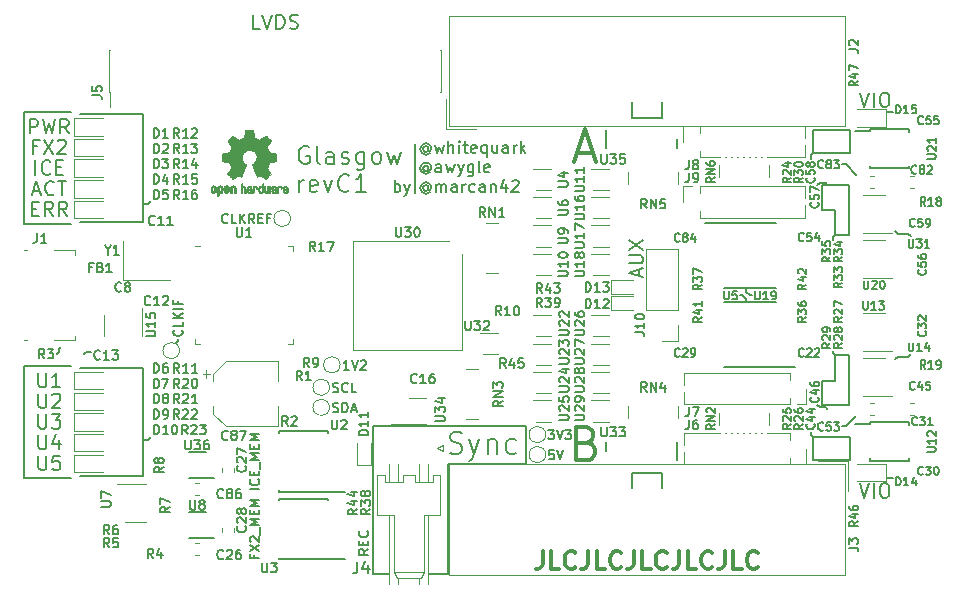
<source format=gto>
G04 #@! TF.GenerationSoftware,KiCad,Pcbnew,5.1.6*
G04 #@! TF.CreationDate,2020-05-21T11:43:50+02:00*
G04 #@! TF.ProjectId,glasgow,676c6173-676f-4772-9e6b-696361645f70,rev?*
G04 #@! TF.SameCoordinates,Original*
G04 #@! TF.FileFunction,Legend,Top*
G04 #@! TF.FilePolarity,Positive*
%FSLAX46Y46*%
G04 Gerber Fmt 4.6, Leading zero omitted, Abs format (unit mm)*
G04 Created by KiCad (PCBNEW 5.1.6) date 2020-05-21 11:43:50*
%MOMM*%
%LPD*%
G01*
G04 APERTURE LIST*
%ADD10C,0.300000*%
%ADD11C,0.200000*%
%ADD12C,0.150000*%
%ADD13C,0.120000*%
%ADD14C,0.010000*%
%ADD15C,0.863600*%
%ADD16C,0.100000*%
%ADD17O,1.740000X2.200000*%
%ADD18R,3.000000X1.600000*%
%ADD19R,1.060000X0.650000*%
%ADD20R,0.650000X0.350000*%
%ADD21R,1.000000X1.600000*%
%ADD22R,1.400000X1.200000*%
%ADD23R,0.700000X0.350000*%
%ADD24R,0.700000X0.600000*%
%ADD25R,0.300000X0.500000*%
%ADD26R,0.450000X0.500000*%
%ADD27O,1.727200X1.727200*%
%ADD28R,1.727200X1.727200*%
%ADD29O,1.000000X1.000000*%
%ADD30R,1.000000X1.000000*%
%ADD31O,1.700000X1.700000*%
%ADD32R,1.700000X1.700000*%
%ADD33C,0.500000*%
%ADD34C,1.000000*%
%ADD35C,1.500000*%
%ADD36R,0.800000X0.300000*%
%ADD37R,1.500000X0.450000*%
%ADD38R,0.300000X0.800000*%
%ADD39R,1.450000X0.450000*%
%ADD40R,0.740000X2.400000*%
%ADD41O,0.280000X1.000000*%
%ADD42O,1.000000X0.280000*%
%ADD43R,0.650000X1.060000*%
%ADD44R,1.550000X0.600000*%
%ADD45R,1.900000X1.175000*%
%ADD46R,1.900000X2.375000*%
%ADD47R,2.100000X1.475000*%
%ADD48R,1.380000X0.450000*%
%ADD49R,0.600000X0.700000*%
%ADD50C,0.800000*%
%ADD51C,7.000000*%
G04 APERTURE END LIST*
D10*
X95142857Y-117178571D02*
X95142857Y-118250000D01*
X95071428Y-118464285D01*
X94928571Y-118607142D01*
X94714285Y-118678571D01*
X94571428Y-118678571D01*
X96571428Y-118678571D02*
X95857142Y-118678571D01*
X95857142Y-117178571D01*
X97928571Y-118535714D02*
X97857142Y-118607142D01*
X97642857Y-118678571D01*
X97500000Y-118678571D01*
X97285714Y-118607142D01*
X97142857Y-118464285D01*
X97071428Y-118321428D01*
X97000000Y-118035714D01*
X97000000Y-117821428D01*
X97071428Y-117535714D01*
X97142857Y-117392857D01*
X97285714Y-117250000D01*
X97500000Y-117178571D01*
X97642857Y-117178571D01*
X97857142Y-117250000D01*
X97928571Y-117321428D01*
X99000000Y-117178571D02*
X99000000Y-118250000D01*
X98928571Y-118464285D01*
X98785714Y-118607142D01*
X98571428Y-118678571D01*
X98428571Y-118678571D01*
X100428571Y-118678571D02*
X99714285Y-118678571D01*
X99714285Y-117178571D01*
X101785714Y-118535714D02*
X101714285Y-118607142D01*
X101500000Y-118678571D01*
X101357142Y-118678571D01*
X101142857Y-118607142D01*
X101000000Y-118464285D01*
X100928571Y-118321428D01*
X100857142Y-118035714D01*
X100857142Y-117821428D01*
X100928571Y-117535714D01*
X101000000Y-117392857D01*
X101142857Y-117250000D01*
X101357142Y-117178571D01*
X101500000Y-117178571D01*
X101714285Y-117250000D01*
X101785714Y-117321428D01*
X102857142Y-117178571D02*
X102857142Y-118250000D01*
X102785714Y-118464285D01*
X102642857Y-118607142D01*
X102428571Y-118678571D01*
X102285714Y-118678571D01*
X104285714Y-118678571D02*
X103571428Y-118678571D01*
X103571428Y-117178571D01*
X105642857Y-118535714D02*
X105571428Y-118607142D01*
X105357142Y-118678571D01*
X105214285Y-118678571D01*
X105000000Y-118607142D01*
X104857142Y-118464285D01*
X104785714Y-118321428D01*
X104714285Y-118035714D01*
X104714285Y-117821428D01*
X104785714Y-117535714D01*
X104857142Y-117392857D01*
X105000000Y-117250000D01*
X105214285Y-117178571D01*
X105357142Y-117178571D01*
X105571428Y-117250000D01*
X105642857Y-117321428D01*
X106714285Y-117178571D02*
X106714285Y-118250000D01*
X106642857Y-118464285D01*
X106500000Y-118607142D01*
X106285714Y-118678571D01*
X106142857Y-118678571D01*
X108142857Y-118678571D02*
X107428571Y-118678571D01*
X107428571Y-117178571D01*
X109500000Y-118535714D02*
X109428571Y-118607142D01*
X109214285Y-118678571D01*
X109071428Y-118678571D01*
X108857142Y-118607142D01*
X108714285Y-118464285D01*
X108642857Y-118321428D01*
X108571428Y-118035714D01*
X108571428Y-117821428D01*
X108642857Y-117535714D01*
X108714285Y-117392857D01*
X108857142Y-117250000D01*
X109071428Y-117178571D01*
X109214285Y-117178571D01*
X109428571Y-117250000D01*
X109500000Y-117321428D01*
X110571428Y-117178571D02*
X110571428Y-118250000D01*
X110500000Y-118464285D01*
X110357142Y-118607142D01*
X110142857Y-118678571D01*
X110000000Y-118678571D01*
X112000000Y-118678571D02*
X111285714Y-118678571D01*
X111285714Y-117178571D01*
X113357142Y-118535714D02*
X113285714Y-118607142D01*
X113071428Y-118678571D01*
X112928571Y-118678571D01*
X112714285Y-118607142D01*
X112571428Y-118464285D01*
X112500000Y-118321428D01*
X112428571Y-118035714D01*
X112428571Y-117821428D01*
X112500000Y-117535714D01*
X112571428Y-117392857D01*
X112714285Y-117250000D01*
X112928571Y-117178571D01*
X113071428Y-117178571D01*
X113285714Y-117250000D01*
X113357142Y-117321428D01*
D11*
X85550000Y-119150000D02*
X87175000Y-119150000D01*
D12*
X64250000Y-99400000D02*
X64250000Y-99200000D01*
X64100000Y-99550000D02*
X64250000Y-99400000D01*
X121985714Y-111442857D02*
X122385714Y-112642857D01*
X122785714Y-111442857D01*
X123185714Y-112642857D02*
X123185714Y-111442857D01*
X123985714Y-111442857D02*
X124214285Y-111442857D01*
X124328571Y-111500000D01*
X124442857Y-111614285D01*
X124500000Y-111842857D01*
X124500000Y-112242857D01*
X124442857Y-112471428D01*
X124328571Y-112585714D01*
X124214285Y-112642857D01*
X123985714Y-112642857D01*
X123871428Y-112585714D01*
X123757142Y-112471428D01*
X123700000Y-112242857D01*
X123700000Y-111842857D01*
X123757142Y-111614285D01*
X123871428Y-111500000D01*
X123985714Y-111442857D01*
X124300000Y-111000000D02*
X124800000Y-111000000D01*
X124300000Y-80000000D02*
X124800000Y-80000000D01*
X121985714Y-78342857D02*
X122385714Y-79542857D01*
X122785714Y-78342857D01*
X123185714Y-79542857D02*
X123185714Y-78342857D01*
X123985714Y-78342857D02*
X124214285Y-78342857D01*
X124328571Y-78400000D01*
X124442857Y-78514285D01*
X124500000Y-78742857D01*
X124500000Y-79142857D01*
X124442857Y-79371428D01*
X124328571Y-79485714D01*
X124214285Y-79542857D01*
X123985714Y-79542857D01*
X123871428Y-79485714D01*
X123757142Y-79371428D01*
X123700000Y-79142857D01*
X123700000Y-78742857D01*
X123757142Y-78514285D01*
X123871428Y-78400000D01*
X123985714Y-78342857D01*
X125000000Y-90100000D02*
X125200000Y-90300000D01*
X125200000Y-90300000D02*
X126100000Y-90300000D01*
X126100000Y-90300000D02*
X126300000Y-90500000D01*
X120500000Y-84400000D02*
X120800000Y-84400000D01*
X117850000Y-107350000D02*
X117850000Y-107050000D01*
X118000000Y-107500000D02*
X117850000Y-107350000D01*
X117850000Y-83650000D02*
X117850000Y-83950000D01*
X118000000Y-83500000D02*
X117850000Y-83650000D01*
X112050000Y-95500000D02*
X111850000Y-95500000D01*
X112350000Y-95800000D02*
X112050000Y-95500000D01*
X112350000Y-96050000D02*
X112350000Y-95800000D01*
X112700000Y-95500000D02*
X112900000Y-95500000D01*
X112400000Y-95200000D02*
X112700000Y-95500000D01*
X112400000Y-94950000D02*
X112400000Y-95200000D01*
X75340357Y-82950000D02*
X75197500Y-82878571D01*
X74983214Y-82878571D01*
X74768928Y-82950000D01*
X74626071Y-83092857D01*
X74554642Y-83235714D01*
X74483214Y-83521428D01*
X74483214Y-83735714D01*
X74554642Y-84021428D01*
X74626071Y-84164285D01*
X74768928Y-84307142D01*
X74983214Y-84378571D01*
X75126071Y-84378571D01*
X75340357Y-84307142D01*
X75411785Y-84235714D01*
X75411785Y-83735714D01*
X75126071Y-83735714D01*
X76268928Y-84378571D02*
X76126071Y-84307142D01*
X76054642Y-84164285D01*
X76054642Y-82878571D01*
X77483214Y-84378571D02*
X77483214Y-83592857D01*
X77411785Y-83450000D01*
X77268928Y-83378571D01*
X76983214Y-83378571D01*
X76840357Y-83450000D01*
X77483214Y-84307142D02*
X77340357Y-84378571D01*
X76983214Y-84378571D01*
X76840357Y-84307142D01*
X76768928Y-84164285D01*
X76768928Y-84021428D01*
X76840357Y-83878571D01*
X76983214Y-83807142D01*
X77340357Y-83807142D01*
X77483214Y-83735714D01*
X78126071Y-84307142D02*
X78268928Y-84378571D01*
X78554642Y-84378571D01*
X78697500Y-84307142D01*
X78768928Y-84164285D01*
X78768928Y-84092857D01*
X78697500Y-83950000D01*
X78554642Y-83878571D01*
X78340357Y-83878571D01*
X78197500Y-83807142D01*
X78126071Y-83664285D01*
X78126071Y-83592857D01*
X78197500Y-83450000D01*
X78340357Y-83378571D01*
X78554642Y-83378571D01*
X78697500Y-83450000D01*
X80054642Y-83378571D02*
X80054642Y-84592857D01*
X79983214Y-84735714D01*
X79911785Y-84807142D01*
X79768928Y-84878571D01*
X79554642Y-84878571D01*
X79411785Y-84807142D01*
X80054642Y-84307142D02*
X79911785Y-84378571D01*
X79626071Y-84378571D01*
X79483214Y-84307142D01*
X79411785Y-84235714D01*
X79340357Y-84092857D01*
X79340357Y-83664285D01*
X79411785Y-83521428D01*
X79483214Y-83450000D01*
X79626071Y-83378571D01*
X79911785Y-83378571D01*
X80054642Y-83450000D01*
X80983214Y-84378571D02*
X80840357Y-84307142D01*
X80768928Y-84235714D01*
X80697500Y-84092857D01*
X80697500Y-83664285D01*
X80768928Y-83521428D01*
X80840357Y-83450000D01*
X80983214Y-83378571D01*
X81197500Y-83378571D01*
X81340357Y-83450000D01*
X81411785Y-83521428D01*
X81483214Y-83664285D01*
X81483214Y-84092857D01*
X81411785Y-84235714D01*
X81340357Y-84307142D01*
X81197500Y-84378571D01*
X80983214Y-84378571D01*
X81983214Y-83378571D02*
X82268928Y-84378571D01*
X82554642Y-83664285D01*
X82840357Y-84378571D01*
X83126071Y-83378571D01*
X74554642Y-86778571D02*
X74554642Y-85778571D01*
X74554642Y-86064285D02*
X74626071Y-85921428D01*
X74697500Y-85850000D01*
X74840357Y-85778571D01*
X74983214Y-85778571D01*
X76054642Y-86707142D02*
X75911785Y-86778571D01*
X75626071Y-86778571D01*
X75483214Y-86707142D01*
X75411785Y-86564285D01*
X75411785Y-85992857D01*
X75483214Y-85850000D01*
X75626071Y-85778571D01*
X75911785Y-85778571D01*
X76054642Y-85850000D01*
X76126071Y-85992857D01*
X76126071Y-86135714D01*
X75411785Y-86278571D01*
X76626071Y-85778571D02*
X76983214Y-86778571D01*
X77340357Y-85778571D01*
X78768928Y-86635714D02*
X78697500Y-86707142D01*
X78483214Y-86778571D01*
X78340357Y-86778571D01*
X78126071Y-86707142D01*
X77983214Y-86564285D01*
X77911785Y-86421428D01*
X77840357Y-86135714D01*
X77840357Y-85921428D01*
X77911785Y-85635714D01*
X77983214Y-85492857D01*
X78126071Y-85350000D01*
X78340357Y-85278571D01*
X78483214Y-85278571D01*
X78697500Y-85350000D01*
X78768928Y-85421428D01*
X80197500Y-86778571D02*
X79340357Y-86778571D01*
X79768928Y-86778571D02*
X79768928Y-85278571D01*
X79626071Y-85492857D01*
X79483214Y-85635714D01*
X79340357Y-85707142D01*
X56500000Y-100300000D02*
X56900000Y-100300000D01*
X56300000Y-100500000D02*
X56500000Y-100300000D01*
X54200000Y-100300000D02*
X54000000Y-100500000D01*
X54200000Y-100100000D02*
X54200000Y-100300000D01*
X54400000Y-99900000D02*
X54200000Y-100100000D01*
X61700000Y-107800000D02*
X61300000Y-107800000D01*
X62000000Y-107500000D02*
X61700000Y-107800000D01*
X61700000Y-87800000D02*
X61300000Y-87800000D01*
X62000000Y-87500000D02*
X61700000Y-87800000D01*
X120800000Y-84400000D02*
X121700000Y-85300000D01*
X118600000Y-105000000D02*
X118400000Y-104800000D01*
X119100000Y-105000000D02*
X119200000Y-105100000D01*
X119100000Y-105000000D02*
X118600000Y-105000000D01*
X119100000Y-86000000D02*
X119200000Y-85900000D01*
X118600000Y-86000000D02*
X118400000Y-86200000D01*
X119100000Y-86000000D02*
X118600000Y-86000000D01*
X121200000Y-82700000D02*
X121200000Y-81500000D01*
X118000000Y-81500000D02*
X118000000Y-83500000D01*
X118000000Y-83500000D02*
X121200000Y-83500000D01*
X121200000Y-83500000D02*
X121200000Y-81500000D01*
X121200000Y-81500000D02*
X118000000Y-81500000D01*
X121200000Y-107500000D02*
X118000000Y-107500000D01*
X121200000Y-109500000D02*
X121200000Y-107500000D01*
X118000000Y-109500000D02*
X121200000Y-109500000D01*
X118000000Y-107500000D02*
X118000000Y-109500000D01*
X119700000Y-100400000D02*
X119700000Y-100200000D01*
X119900000Y-100600000D02*
X119700000Y-100400000D01*
X118800000Y-102800000D02*
X119900000Y-102800000D01*
X118800000Y-104800000D02*
X118800000Y-102800000D01*
X121100000Y-104800000D02*
X118800000Y-104800000D01*
X121100000Y-100600000D02*
X121100000Y-104800000D01*
X119900000Y-100600000D02*
X121100000Y-100600000D01*
X119900000Y-102800000D02*
X119900000Y-100600000D01*
D11*
X87175000Y-109775000D02*
X87175000Y-119150000D01*
X93700000Y-109775000D02*
X87175000Y-109775000D01*
D12*
X85454642Y-82976190D02*
X85407023Y-82928571D01*
X85311785Y-82880952D01*
X85216547Y-82880952D01*
X85121309Y-82928571D01*
X85073690Y-82976190D01*
X85026071Y-83071428D01*
X85026071Y-83166666D01*
X85073690Y-83261904D01*
X85121309Y-83309523D01*
X85216547Y-83357142D01*
X85311785Y-83357142D01*
X85407023Y-83309523D01*
X85454642Y-83261904D01*
X85454642Y-82880952D02*
X85454642Y-83261904D01*
X85502261Y-83309523D01*
X85549880Y-83309523D01*
X85645119Y-83261904D01*
X85692738Y-83166666D01*
X85692738Y-82928571D01*
X85597500Y-82785714D01*
X85454642Y-82690476D01*
X85264166Y-82642857D01*
X85073690Y-82690476D01*
X84930833Y-82785714D01*
X84835595Y-82928571D01*
X84787976Y-83119047D01*
X84835595Y-83309523D01*
X84930833Y-83452380D01*
X85073690Y-83547619D01*
X85264166Y-83595238D01*
X85454642Y-83547619D01*
X85597500Y-83452380D01*
X86026071Y-82785714D02*
X86216547Y-83452380D01*
X86407023Y-82976190D01*
X86597500Y-83452380D01*
X86787976Y-82785714D01*
X87168928Y-83452380D02*
X87168928Y-82452380D01*
X87597500Y-83452380D02*
X87597500Y-82928571D01*
X87549880Y-82833333D01*
X87454642Y-82785714D01*
X87311785Y-82785714D01*
X87216547Y-82833333D01*
X87168928Y-82880952D01*
X88073690Y-83452380D02*
X88073690Y-82785714D01*
X88073690Y-82452380D02*
X88026071Y-82500000D01*
X88073690Y-82547619D01*
X88121309Y-82500000D01*
X88073690Y-82452380D01*
X88073690Y-82547619D01*
X88407023Y-82785714D02*
X88787976Y-82785714D01*
X88549880Y-82452380D02*
X88549880Y-83309523D01*
X88597500Y-83404761D01*
X88692738Y-83452380D01*
X88787976Y-83452380D01*
X89502261Y-83404761D02*
X89407023Y-83452380D01*
X89216547Y-83452380D01*
X89121309Y-83404761D01*
X89073690Y-83309523D01*
X89073690Y-82928571D01*
X89121309Y-82833333D01*
X89216547Y-82785714D01*
X89407023Y-82785714D01*
X89502261Y-82833333D01*
X89549880Y-82928571D01*
X89549880Y-83023809D01*
X89073690Y-83119047D01*
X90407023Y-82785714D02*
X90407023Y-83785714D01*
X90407023Y-83404761D02*
X90311785Y-83452380D01*
X90121309Y-83452380D01*
X90026071Y-83404761D01*
X89978452Y-83357142D01*
X89930833Y-83261904D01*
X89930833Y-82976190D01*
X89978452Y-82880952D01*
X90026071Y-82833333D01*
X90121309Y-82785714D01*
X90311785Y-82785714D01*
X90407023Y-82833333D01*
X91311785Y-82785714D02*
X91311785Y-83452380D01*
X90883214Y-82785714D02*
X90883214Y-83309523D01*
X90930833Y-83404761D01*
X91026071Y-83452380D01*
X91168928Y-83452380D01*
X91264166Y-83404761D01*
X91311785Y-83357142D01*
X92216547Y-83452380D02*
X92216547Y-82928571D01*
X92168928Y-82833333D01*
X92073690Y-82785714D01*
X91883214Y-82785714D01*
X91787976Y-82833333D01*
X92216547Y-83404761D02*
X92121309Y-83452380D01*
X91883214Y-83452380D01*
X91787976Y-83404761D01*
X91740357Y-83309523D01*
X91740357Y-83214285D01*
X91787976Y-83119047D01*
X91883214Y-83071428D01*
X92121309Y-83071428D01*
X92216547Y-83023809D01*
X92692738Y-83452380D02*
X92692738Y-82785714D01*
X92692738Y-82976190D02*
X92740357Y-82880952D01*
X92787976Y-82833333D01*
X92883214Y-82785714D01*
X92978452Y-82785714D01*
X93311785Y-83452380D02*
X93311785Y-82452380D01*
X93407023Y-83071428D02*
X93692738Y-83452380D01*
X93692738Y-82785714D02*
X93311785Y-83166666D01*
X85454642Y-84626190D02*
X85407023Y-84578571D01*
X85311785Y-84530952D01*
X85216547Y-84530952D01*
X85121309Y-84578571D01*
X85073690Y-84626190D01*
X85026071Y-84721428D01*
X85026071Y-84816666D01*
X85073690Y-84911904D01*
X85121309Y-84959523D01*
X85216547Y-85007142D01*
X85311785Y-85007142D01*
X85407023Y-84959523D01*
X85454642Y-84911904D01*
X85454642Y-84530952D02*
X85454642Y-84911904D01*
X85502261Y-84959523D01*
X85549880Y-84959523D01*
X85645119Y-84911904D01*
X85692738Y-84816666D01*
X85692738Y-84578571D01*
X85597500Y-84435714D01*
X85454642Y-84340476D01*
X85264166Y-84292857D01*
X85073690Y-84340476D01*
X84930833Y-84435714D01*
X84835595Y-84578571D01*
X84787976Y-84769047D01*
X84835595Y-84959523D01*
X84930833Y-85102380D01*
X85073690Y-85197619D01*
X85264166Y-85245238D01*
X85454642Y-85197619D01*
X85597500Y-85102380D01*
X86549880Y-85102380D02*
X86549880Y-84578571D01*
X86502261Y-84483333D01*
X86407023Y-84435714D01*
X86216547Y-84435714D01*
X86121309Y-84483333D01*
X86549880Y-85054761D02*
X86454642Y-85102380D01*
X86216547Y-85102380D01*
X86121309Y-85054761D01*
X86073690Y-84959523D01*
X86073690Y-84864285D01*
X86121309Y-84769047D01*
X86216547Y-84721428D01*
X86454642Y-84721428D01*
X86549880Y-84673809D01*
X86930833Y-84435714D02*
X87121309Y-85102380D01*
X87311785Y-84626190D01*
X87502261Y-85102380D01*
X87692738Y-84435714D01*
X87978452Y-84435714D02*
X88216547Y-85102380D01*
X88454642Y-84435714D02*
X88216547Y-85102380D01*
X88121309Y-85340476D01*
X88073690Y-85388095D01*
X87978452Y-85435714D01*
X89264166Y-84435714D02*
X89264166Y-85245238D01*
X89216547Y-85340476D01*
X89168928Y-85388095D01*
X89073690Y-85435714D01*
X88930833Y-85435714D01*
X88835595Y-85388095D01*
X89264166Y-85054761D02*
X89168928Y-85102380D01*
X88978452Y-85102380D01*
X88883214Y-85054761D01*
X88835595Y-85007142D01*
X88787976Y-84911904D01*
X88787976Y-84626190D01*
X88835595Y-84530952D01*
X88883214Y-84483333D01*
X88978452Y-84435714D01*
X89168928Y-84435714D01*
X89264166Y-84483333D01*
X89883214Y-85102380D02*
X89787976Y-85054761D01*
X89740357Y-84959523D01*
X89740357Y-84102380D01*
X90645119Y-85054761D02*
X90549880Y-85102380D01*
X90359404Y-85102380D01*
X90264166Y-85054761D01*
X90216547Y-84959523D01*
X90216547Y-84578571D01*
X90264166Y-84483333D01*
X90359404Y-84435714D01*
X90549880Y-84435714D01*
X90645119Y-84483333D01*
X90692738Y-84578571D01*
X90692738Y-84673809D01*
X90216547Y-84769047D01*
X85454642Y-86276190D02*
X85407023Y-86228571D01*
X85311785Y-86180952D01*
X85216547Y-86180952D01*
X85121309Y-86228571D01*
X85073690Y-86276190D01*
X85026071Y-86371428D01*
X85026071Y-86466666D01*
X85073690Y-86561904D01*
X85121309Y-86609523D01*
X85216547Y-86657142D01*
X85311785Y-86657142D01*
X85407023Y-86609523D01*
X85454642Y-86561904D01*
X85454642Y-86180952D02*
X85454642Y-86561904D01*
X85502261Y-86609523D01*
X85549880Y-86609523D01*
X85645119Y-86561904D01*
X85692738Y-86466666D01*
X85692738Y-86228571D01*
X85597500Y-86085714D01*
X85454642Y-85990476D01*
X85264166Y-85942857D01*
X85073690Y-85990476D01*
X84930833Y-86085714D01*
X84835595Y-86228571D01*
X84787976Y-86419047D01*
X84835595Y-86609523D01*
X84930833Y-86752380D01*
X85073690Y-86847619D01*
X85264166Y-86895238D01*
X85454642Y-86847619D01*
X85597500Y-86752380D01*
X86121309Y-86752380D02*
X86121309Y-86085714D01*
X86121309Y-86180952D02*
X86168928Y-86133333D01*
X86264166Y-86085714D01*
X86407023Y-86085714D01*
X86502261Y-86133333D01*
X86549880Y-86228571D01*
X86549880Y-86752380D01*
X86549880Y-86228571D02*
X86597500Y-86133333D01*
X86692738Y-86085714D01*
X86835595Y-86085714D01*
X86930833Y-86133333D01*
X86978452Y-86228571D01*
X86978452Y-86752380D01*
X87883214Y-86752380D02*
X87883214Y-86228571D01*
X87835595Y-86133333D01*
X87740357Y-86085714D01*
X87549880Y-86085714D01*
X87454642Y-86133333D01*
X87883214Y-86704761D02*
X87787976Y-86752380D01*
X87549880Y-86752380D01*
X87454642Y-86704761D01*
X87407023Y-86609523D01*
X87407023Y-86514285D01*
X87454642Y-86419047D01*
X87549880Y-86371428D01*
X87787976Y-86371428D01*
X87883214Y-86323809D01*
X88359404Y-86752380D02*
X88359404Y-86085714D01*
X88359404Y-86276190D02*
X88407023Y-86180952D01*
X88454642Y-86133333D01*
X88549880Y-86085714D01*
X88645119Y-86085714D01*
X89407023Y-86704761D02*
X89311785Y-86752380D01*
X89121309Y-86752380D01*
X89026071Y-86704761D01*
X88978452Y-86657142D01*
X88930833Y-86561904D01*
X88930833Y-86276190D01*
X88978452Y-86180952D01*
X89026071Y-86133333D01*
X89121309Y-86085714D01*
X89311785Y-86085714D01*
X89407023Y-86133333D01*
X90264166Y-86752380D02*
X90264166Y-86228571D01*
X90216547Y-86133333D01*
X90121309Y-86085714D01*
X89930833Y-86085714D01*
X89835595Y-86133333D01*
X90264166Y-86704761D02*
X90168928Y-86752380D01*
X89930833Y-86752380D01*
X89835595Y-86704761D01*
X89787976Y-86609523D01*
X89787976Y-86514285D01*
X89835595Y-86419047D01*
X89930833Y-86371428D01*
X90168928Y-86371428D01*
X90264166Y-86323809D01*
X90740357Y-86085714D02*
X90740357Y-86752380D01*
X90740357Y-86180952D02*
X90787976Y-86133333D01*
X90883214Y-86085714D01*
X91026071Y-86085714D01*
X91121309Y-86133333D01*
X91168928Y-86228571D01*
X91168928Y-86752380D01*
X92073690Y-86085714D02*
X92073690Y-86752380D01*
X91835595Y-85704761D02*
X91597500Y-86419047D01*
X92216547Y-86419047D01*
X92549880Y-85847619D02*
X92597500Y-85800000D01*
X92692738Y-85752380D01*
X92930833Y-85752380D01*
X93026071Y-85800000D01*
X93073690Y-85847619D01*
X93121309Y-85942857D01*
X93121309Y-86038095D01*
X93073690Y-86180952D01*
X92502261Y-86752380D01*
X93121309Y-86752380D01*
X80361904Y-117014285D02*
X79980952Y-117280952D01*
X80361904Y-117471428D02*
X79561904Y-117471428D01*
X79561904Y-117166666D01*
X79600000Y-117090476D01*
X79638095Y-117052380D01*
X79714285Y-117014285D01*
X79828571Y-117014285D01*
X79904761Y-117052380D01*
X79942857Y-117090476D01*
X79980952Y-117166666D01*
X79980952Y-117471428D01*
X79942857Y-116671428D02*
X79942857Y-116404761D01*
X80361904Y-116290476D02*
X80361904Y-116671428D01*
X79561904Y-116671428D01*
X79561904Y-116290476D01*
X80285714Y-115490476D02*
X80323809Y-115528571D01*
X80361904Y-115642857D01*
X80361904Y-115719047D01*
X80323809Y-115833333D01*
X80247619Y-115909523D01*
X80171428Y-115947619D01*
X80019047Y-115985714D01*
X79904761Y-115985714D01*
X79752380Y-115947619D01*
X79676190Y-115909523D01*
X79600000Y-115833333D01*
X79561904Y-115719047D01*
X79561904Y-115642857D01*
X79600000Y-115528571D01*
X79638095Y-115490476D01*
X78757023Y-101811904D02*
X78299880Y-101811904D01*
X78528452Y-101811904D02*
X78528452Y-101011904D01*
X78452261Y-101126190D01*
X78376071Y-101202380D01*
X78299880Y-101240476D01*
X78985595Y-101011904D02*
X79252261Y-101811904D01*
X79518928Y-101011904D01*
X79747500Y-101088095D02*
X79785595Y-101050000D01*
X79861785Y-101011904D01*
X80052261Y-101011904D01*
X80128452Y-101050000D01*
X80166547Y-101088095D01*
X80204642Y-101164285D01*
X80204642Y-101240476D01*
X80166547Y-101354761D01*
X79709404Y-101811904D01*
X80204642Y-101811904D01*
X71185714Y-72942857D02*
X70614285Y-72942857D01*
X70614285Y-71742857D01*
X71414285Y-71742857D02*
X71814285Y-72942857D01*
X72214285Y-71742857D01*
X72614285Y-72942857D02*
X72614285Y-71742857D01*
X72900000Y-71742857D01*
X73071428Y-71800000D01*
X73185714Y-71914285D01*
X73242857Y-72028571D01*
X73300000Y-72257142D01*
X73300000Y-72428571D01*
X73242857Y-72657142D01*
X73185714Y-72771428D01*
X73071428Y-72885714D01*
X72900000Y-72942857D01*
X72614285Y-72942857D01*
X73757142Y-72885714D02*
X73928571Y-72942857D01*
X74214285Y-72942857D01*
X74328571Y-72885714D01*
X74385714Y-72828571D01*
X74442857Y-72714285D01*
X74442857Y-72600000D01*
X74385714Y-72485714D01*
X74328571Y-72428571D01*
X74214285Y-72371428D01*
X73985714Y-72314285D01*
X73871428Y-72257142D01*
X73814285Y-72200000D01*
X73757142Y-72085714D01*
X73757142Y-71971428D01*
X73814285Y-71857142D01*
X73871428Y-71800000D01*
X73985714Y-71742857D01*
X74271428Y-71742857D01*
X74442857Y-71800000D01*
X103300000Y-93885714D02*
X103300000Y-93314285D01*
X103642857Y-94000000D02*
X102442857Y-93600000D01*
X103642857Y-93200000D01*
X102442857Y-92800000D02*
X103414285Y-92800000D01*
X103528571Y-92742857D01*
X103585714Y-92685714D01*
X103642857Y-92571428D01*
X103642857Y-92342857D01*
X103585714Y-92228571D01*
X103528571Y-92171428D01*
X103414285Y-92114285D01*
X102442857Y-92114285D01*
X102442857Y-91657142D02*
X103642857Y-90857142D01*
X102442857Y-90857142D02*
X103642857Y-91657142D01*
X120800000Y-106600000D02*
X121700000Y-105700000D01*
X120500000Y-106600000D02*
X120800000Y-106600000D01*
X126100000Y-100700000D02*
X126300000Y-100500000D01*
X125200000Y-100700000D02*
X126100000Y-100700000D01*
X125000000Y-100900000D02*
X125200000Y-100700000D01*
X119700000Y-90600000D02*
X119700000Y-90800000D01*
X119900000Y-90400000D02*
X119700000Y-90600000D01*
X119900000Y-88300000D02*
X119900000Y-90400000D01*
X118800000Y-88300000D02*
X119900000Y-88300000D01*
X118800000Y-88300000D02*
X118800000Y-86200000D01*
X121100000Y-90400000D02*
X119900000Y-90400000D01*
X121100000Y-86200000D02*
X121100000Y-90400000D01*
X118800000Y-86200000D02*
X121100000Y-86200000D01*
X61300000Y-110800000D02*
X61300000Y-101700000D01*
X56000000Y-110800000D02*
X61300000Y-110800000D01*
X61300000Y-101700000D02*
X56000000Y-101700000D01*
D11*
X80800000Y-119150000D02*
X82125000Y-119150000D01*
X80800000Y-106600000D02*
X80800000Y-119150000D01*
X93700000Y-106600000D02*
X93700000Y-109775000D01*
X80800000Y-106600000D02*
X93700000Y-106600000D01*
D12*
X61300000Y-80200000D02*
X56000000Y-80200000D01*
X61300000Y-89300000D02*
X61300000Y-80200000D01*
X56000000Y-89300000D02*
X61300000Y-89300000D01*
D11*
X84300000Y-82700000D02*
X84300000Y-86850000D01*
D12*
X82635595Y-86752380D02*
X82635595Y-85752380D01*
X82635595Y-86133333D02*
X82730833Y-86085714D01*
X82921309Y-86085714D01*
X83016547Y-86133333D01*
X83064166Y-86180952D01*
X83111785Y-86276190D01*
X83111785Y-86561904D01*
X83064166Y-86657142D01*
X83016547Y-86704761D01*
X82921309Y-86752380D01*
X82730833Y-86752380D01*
X82635595Y-86704761D01*
X83445119Y-86085714D02*
X83683214Y-86752380D01*
X83921309Y-86085714D02*
X83683214Y-86752380D01*
X83587976Y-86990476D01*
X83540357Y-87038095D01*
X83445119Y-87085714D01*
D10*
X98900000Y-108000000D02*
X99300000Y-108133333D01*
X99433333Y-108266666D01*
X99566666Y-108533333D01*
X99566666Y-108933333D01*
X99433333Y-109200000D01*
X99300000Y-109333333D01*
X99033333Y-109466666D01*
X97966666Y-109466666D01*
X97966666Y-106666666D01*
X98900000Y-106666666D01*
X99166666Y-106800000D01*
X99300000Y-106933333D01*
X99433333Y-107200000D01*
X99433333Y-107466666D01*
X99300000Y-107733333D01*
X99166666Y-107866666D01*
X98900000Y-108000000D01*
X97966666Y-108000000D01*
D12*
X51750000Y-81792857D02*
X51750000Y-80592857D01*
X52207142Y-80592857D01*
X52321428Y-80650000D01*
X52378571Y-80707142D01*
X52435714Y-80821428D01*
X52435714Y-80992857D01*
X52378571Y-81107142D01*
X52321428Y-81164285D01*
X52207142Y-81221428D01*
X51750000Y-81221428D01*
X52835714Y-80592857D02*
X53121428Y-81792857D01*
X53350000Y-80935714D01*
X53578571Y-81792857D01*
X53864285Y-80592857D01*
X55007142Y-81792857D02*
X54607142Y-81221428D01*
X54321428Y-81792857D02*
X54321428Y-80592857D01*
X54778571Y-80592857D01*
X54892857Y-80650000D01*
X54950000Y-80707142D01*
X55007142Y-80821428D01*
X55007142Y-80992857D01*
X54950000Y-81107142D01*
X54892857Y-81164285D01*
X54778571Y-81221428D01*
X54321428Y-81221428D01*
X52378571Y-82914285D02*
X51978571Y-82914285D01*
X51978571Y-83542857D02*
X51978571Y-82342857D01*
X52550000Y-82342857D01*
X52892857Y-82342857D02*
X53692857Y-83542857D01*
X53692857Y-82342857D02*
X52892857Y-83542857D01*
X54092857Y-82457142D02*
X54150000Y-82400000D01*
X54264285Y-82342857D01*
X54550000Y-82342857D01*
X54664285Y-82400000D01*
X54721428Y-82457142D01*
X54778571Y-82571428D01*
X54778571Y-82685714D01*
X54721428Y-82857142D01*
X54035714Y-83542857D01*
X54778571Y-83542857D01*
X52207142Y-85292857D02*
X52207142Y-84092857D01*
X53464285Y-85178571D02*
X53407142Y-85235714D01*
X53235714Y-85292857D01*
X53121428Y-85292857D01*
X52950000Y-85235714D01*
X52835714Y-85121428D01*
X52778571Y-85007142D01*
X52721428Y-84778571D01*
X52721428Y-84607142D01*
X52778571Y-84378571D01*
X52835714Y-84264285D01*
X52950000Y-84150000D01*
X53121428Y-84092857D01*
X53235714Y-84092857D01*
X53407142Y-84150000D01*
X53464285Y-84207142D01*
X53978571Y-84664285D02*
X54378571Y-84664285D01*
X54550000Y-85292857D02*
X53978571Y-85292857D01*
X53978571Y-84092857D01*
X54550000Y-84092857D01*
X52007142Y-86700000D02*
X52578571Y-86700000D01*
X51892857Y-87042857D02*
X52292857Y-85842857D01*
X52692857Y-87042857D01*
X53778571Y-86928571D02*
X53721428Y-86985714D01*
X53550000Y-87042857D01*
X53435714Y-87042857D01*
X53264285Y-86985714D01*
X53150000Y-86871428D01*
X53092857Y-86757142D01*
X53035714Y-86528571D01*
X53035714Y-86357142D01*
X53092857Y-86128571D01*
X53150000Y-86014285D01*
X53264285Y-85900000D01*
X53435714Y-85842857D01*
X53550000Y-85842857D01*
X53721428Y-85900000D01*
X53778571Y-85957142D01*
X54121428Y-85842857D02*
X54807142Y-85842857D01*
X54464285Y-87042857D02*
X54464285Y-85842857D01*
X51892857Y-88164285D02*
X52292857Y-88164285D01*
X52464285Y-88792857D02*
X51892857Y-88792857D01*
X51892857Y-87592857D01*
X52464285Y-87592857D01*
X53664285Y-88792857D02*
X53264285Y-88221428D01*
X52978571Y-88792857D02*
X52978571Y-87592857D01*
X53435714Y-87592857D01*
X53550000Y-87650000D01*
X53607142Y-87707142D01*
X53664285Y-87821428D01*
X53664285Y-87992857D01*
X53607142Y-88107142D01*
X53550000Y-88164285D01*
X53435714Y-88221428D01*
X52978571Y-88221428D01*
X54864285Y-88792857D02*
X54464285Y-88221428D01*
X54178571Y-88792857D02*
X54178571Y-87592857D01*
X54635714Y-87592857D01*
X54750000Y-87650000D01*
X54807142Y-87707142D01*
X54864285Y-87821428D01*
X54864285Y-87992857D01*
X54807142Y-88107142D01*
X54750000Y-88164285D01*
X54635714Y-88221428D01*
X54178571Y-88221428D01*
D11*
X55250000Y-80000000D02*
X51250000Y-80000000D01*
X51250000Y-80000000D02*
X51250000Y-89500000D01*
X51250000Y-89500000D02*
X55250000Y-89500000D01*
D12*
X64585714Y-98459523D02*
X64623809Y-98497619D01*
X64661904Y-98611904D01*
X64661904Y-98688095D01*
X64623809Y-98802380D01*
X64547619Y-98878571D01*
X64471428Y-98916666D01*
X64319047Y-98954761D01*
X64204761Y-98954761D01*
X64052380Y-98916666D01*
X63976190Y-98878571D01*
X63900000Y-98802380D01*
X63861904Y-98688095D01*
X63861904Y-98611904D01*
X63900000Y-98497619D01*
X63938095Y-98459523D01*
X64661904Y-97735714D02*
X64661904Y-98116666D01*
X63861904Y-98116666D01*
X64661904Y-97469047D02*
X63861904Y-97469047D01*
X64661904Y-97011904D02*
X64204761Y-97354761D01*
X63861904Y-97011904D02*
X64319047Y-97469047D01*
X64661904Y-96669047D02*
X63861904Y-96669047D01*
X64242857Y-96021428D02*
X64242857Y-96288095D01*
X64661904Y-96288095D02*
X63861904Y-96288095D01*
X63861904Y-95907142D01*
D11*
X51250000Y-111000000D02*
X55250000Y-111000000D01*
X51250000Y-101500000D02*
X51250000Y-111000000D01*
X55250000Y-101500000D02*
X51250000Y-101500000D01*
D12*
X71161904Y-111942857D02*
X70361904Y-111942857D01*
X71085714Y-111104761D02*
X71123809Y-111142857D01*
X71161904Y-111257142D01*
X71161904Y-111333333D01*
X71123809Y-111447619D01*
X71047619Y-111523809D01*
X70971428Y-111561904D01*
X70819047Y-111600000D01*
X70704761Y-111600000D01*
X70552380Y-111561904D01*
X70476190Y-111523809D01*
X70400000Y-111447619D01*
X70361904Y-111333333D01*
X70361904Y-111257142D01*
X70400000Y-111142857D01*
X70438095Y-111104761D01*
X70742857Y-110761904D02*
X70742857Y-110495238D01*
X71161904Y-110380952D02*
X71161904Y-110761904D01*
X70361904Y-110761904D01*
X70361904Y-110380952D01*
X71238095Y-110228571D02*
X71238095Y-109619047D01*
X71161904Y-109428571D02*
X70361904Y-109428571D01*
X70933333Y-109161904D01*
X70361904Y-108895238D01*
X71161904Y-108895238D01*
X70742857Y-108514285D02*
X70742857Y-108247619D01*
X71161904Y-108133333D02*
X71161904Y-108514285D01*
X70361904Y-108514285D01*
X70361904Y-108133333D01*
X71161904Y-107790476D02*
X70361904Y-107790476D01*
X70933333Y-107523809D01*
X70361904Y-107257142D01*
X71161904Y-107257142D01*
X70742857Y-117528571D02*
X70742857Y-117795238D01*
X71161904Y-117795238D02*
X70361904Y-117795238D01*
X70361904Y-117414285D01*
X70361904Y-117185714D02*
X71161904Y-116652380D01*
X70361904Y-116652380D02*
X71161904Y-117185714D01*
X70438095Y-116385714D02*
X70400000Y-116347619D01*
X70361904Y-116271428D01*
X70361904Y-116080952D01*
X70400000Y-116004761D01*
X70438095Y-115966666D01*
X70514285Y-115928571D01*
X70590476Y-115928571D01*
X70704761Y-115966666D01*
X71161904Y-116423809D01*
X71161904Y-115928571D01*
X71238095Y-115776190D02*
X71238095Y-115166666D01*
X71161904Y-114976190D02*
X70361904Y-114976190D01*
X70933333Y-114709523D01*
X70361904Y-114442857D01*
X71161904Y-114442857D01*
X70742857Y-114061904D02*
X70742857Y-113795238D01*
X71161904Y-113680952D02*
X71161904Y-114061904D01*
X70361904Y-114061904D01*
X70361904Y-113680952D01*
X71161904Y-113338095D02*
X70361904Y-113338095D01*
X70933333Y-113071428D01*
X70361904Y-112804761D01*
X71161904Y-112804761D01*
X68492976Y-89335714D02*
X68454880Y-89373809D01*
X68340595Y-89411904D01*
X68264404Y-89411904D01*
X68150119Y-89373809D01*
X68073928Y-89297619D01*
X68035833Y-89221428D01*
X67997738Y-89069047D01*
X67997738Y-88954761D01*
X68035833Y-88802380D01*
X68073928Y-88726190D01*
X68150119Y-88650000D01*
X68264404Y-88611904D01*
X68340595Y-88611904D01*
X68454880Y-88650000D01*
X68492976Y-88688095D01*
X69216785Y-89411904D02*
X68835833Y-89411904D01*
X68835833Y-88611904D01*
X69483452Y-89411904D02*
X69483452Y-88611904D01*
X69940595Y-89411904D02*
X69597738Y-88954761D01*
X69940595Y-88611904D02*
X69483452Y-89069047D01*
X70740595Y-89411904D02*
X70473928Y-89030952D01*
X70283452Y-89411904D02*
X70283452Y-88611904D01*
X70588214Y-88611904D01*
X70664404Y-88650000D01*
X70702500Y-88688095D01*
X70740595Y-88764285D01*
X70740595Y-88878571D01*
X70702500Y-88954761D01*
X70664404Y-88992857D01*
X70588214Y-89030952D01*
X70283452Y-89030952D01*
X71083452Y-88992857D02*
X71350119Y-88992857D01*
X71464404Y-89411904D02*
X71083452Y-89411904D01*
X71083452Y-88611904D01*
X71464404Y-88611904D01*
X72073928Y-88992857D02*
X71807261Y-88992857D01*
X71807261Y-89411904D02*
X71807261Y-88611904D01*
X72188214Y-88611904D01*
X77399880Y-105373809D02*
X77514166Y-105411904D01*
X77704642Y-105411904D01*
X77780833Y-105373809D01*
X77818928Y-105335714D01*
X77857023Y-105259523D01*
X77857023Y-105183333D01*
X77818928Y-105107142D01*
X77780833Y-105069047D01*
X77704642Y-105030952D01*
X77552261Y-104992857D01*
X77476071Y-104954761D01*
X77437976Y-104916666D01*
X77399880Y-104840476D01*
X77399880Y-104764285D01*
X77437976Y-104688095D01*
X77476071Y-104650000D01*
X77552261Y-104611904D01*
X77742738Y-104611904D01*
X77857023Y-104650000D01*
X78199880Y-105411904D02*
X78199880Y-104611904D01*
X78390357Y-104611904D01*
X78504642Y-104650000D01*
X78580833Y-104726190D01*
X78618928Y-104802380D01*
X78657023Y-104954761D01*
X78657023Y-105069047D01*
X78618928Y-105221428D01*
X78580833Y-105297619D01*
X78504642Y-105373809D01*
X78390357Y-105411904D01*
X78199880Y-105411904D01*
X78961785Y-105183333D02*
X79342738Y-105183333D01*
X78885595Y-105411904D02*
X79152261Y-104611904D01*
X79418928Y-105411904D01*
X77399880Y-103673809D02*
X77514166Y-103711904D01*
X77704642Y-103711904D01*
X77780833Y-103673809D01*
X77818928Y-103635714D01*
X77857023Y-103559523D01*
X77857023Y-103483333D01*
X77818928Y-103407142D01*
X77780833Y-103369047D01*
X77704642Y-103330952D01*
X77552261Y-103292857D01*
X77476071Y-103254761D01*
X77437976Y-103216666D01*
X77399880Y-103140476D01*
X77399880Y-103064285D01*
X77437976Y-102988095D01*
X77476071Y-102950000D01*
X77552261Y-102911904D01*
X77742738Y-102911904D01*
X77857023Y-102950000D01*
X78657023Y-103635714D02*
X78618928Y-103673809D01*
X78504642Y-103711904D01*
X78428452Y-103711904D01*
X78314166Y-103673809D01*
X78237976Y-103597619D01*
X78199880Y-103521428D01*
X78161785Y-103369047D01*
X78161785Y-103254761D01*
X78199880Y-103102380D01*
X78237976Y-103026190D01*
X78314166Y-102950000D01*
X78428452Y-102911904D01*
X78504642Y-102911904D01*
X78618928Y-102950000D01*
X78657023Y-102988095D01*
X79380833Y-103711904D02*
X78999880Y-103711904D01*
X78999880Y-102911904D01*
X95611785Y-106911904D02*
X96107023Y-106911904D01*
X95840357Y-107216666D01*
X95954642Y-107216666D01*
X96030833Y-107254761D01*
X96068928Y-107292857D01*
X96107023Y-107369047D01*
X96107023Y-107559523D01*
X96068928Y-107635714D01*
X96030833Y-107673809D01*
X95954642Y-107711904D01*
X95726071Y-107711904D01*
X95649880Y-107673809D01*
X95611785Y-107635714D01*
X96335595Y-106911904D02*
X96602261Y-107711904D01*
X96868928Y-106911904D01*
X97059404Y-106911904D02*
X97554642Y-106911904D01*
X97287976Y-107216666D01*
X97402261Y-107216666D01*
X97478452Y-107254761D01*
X97516547Y-107292857D01*
X97554642Y-107369047D01*
X97554642Y-107559523D01*
X97516547Y-107635714D01*
X97478452Y-107673809D01*
X97402261Y-107711904D01*
X97173690Y-107711904D01*
X97097500Y-107673809D01*
X97059404Y-107635714D01*
X96068928Y-108611904D02*
X95687976Y-108611904D01*
X95649880Y-108992857D01*
X95687976Y-108954761D01*
X95764166Y-108916666D01*
X95954642Y-108916666D01*
X96030833Y-108954761D01*
X96068928Y-108992857D01*
X96107023Y-109069047D01*
X96107023Y-109259523D01*
X96068928Y-109335714D01*
X96030833Y-109373809D01*
X95954642Y-109411904D01*
X95764166Y-109411904D01*
X95687976Y-109373809D01*
X95649880Y-109335714D01*
X96335595Y-108611904D02*
X96602261Y-109411904D01*
X96868928Y-108611904D01*
X52435714Y-109092857D02*
X52435714Y-110064285D01*
X52492857Y-110178571D01*
X52550000Y-110235714D01*
X52664285Y-110292857D01*
X52892857Y-110292857D01*
X53007142Y-110235714D01*
X53064285Y-110178571D01*
X53121428Y-110064285D01*
X53121428Y-109092857D01*
X54264285Y-109092857D02*
X53692857Y-109092857D01*
X53635714Y-109664285D01*
X53692857Y-109607142D01*
X53807142Y-109550000D01*
X54092857Y-109550000D01*
X54207142Y-109607142D01*
X54264285Y-109664285D01*
X54321428Y-109778571D01*
X54321428Y-110064285D01*
X54264285Y-110178571D01*
X54207142Y-110235714D01*
X54092857Y-110292857D01*
X53807142Y-110292857D01*
X53692857Y-110235714D01*
X53635714Y-110178571D01*
X52435714Y-107342857D02*
X52435714Y-108314285D01*
X52492857Y-108428571D01*
X52550000Y-108485714D01*
X52664285Y-108542857D01*
X52892857Y-108542857D01*
X53007142Y-108485714D01*
X53064285Y-108428571D01*
X53121428Y-108314285D01*
X53121428Y-107342857D01*
X54207142Y-107742857D02*
X54207142Y-108542857D01*
X53921428Y-107285714D02*
X53635714Y-108142857D01*
X54378571Y-108142857D01*
X52435714Y-105592857D02*
X52435714Y-106564285D01*
X52492857Y-106678571D01*
X52550000Y-106735714D01*
X52664285Y-106792857D01*
X52892857Y-106792857D01*
X53007142Y-106735714D01*
X53064285Y-106678571D01*
X53121428Y-106564285D01*
X53121428Y-105592857D01*
X53578571Y-105592857D02*
X54321428Y-105592857D01*
X53921428Y-106050000D01*
X54092857Y-106050000D01*
X54207142Y-106107142D01*
X54264285Y-106164285D01*
X54321428Y-106278571D01*
X54321428Y-106564285D01*
X54264285Y-106678571D01*
X54207142Y-106735714D01*
X54092857Y-106792857D01*
X53750000Y-106792857D01*
X53635714Y-106735714D01*
X53578571Y-106678571D01*
X52435714Y-103842857D02*
X52435714Y-104814285D01*
X52492857Y-104928571D01*
X52550000Y-104985714D01*
X52664285Y-105042857D01*
X52892857Y-105042857D01*
X53007142Y-104985714D01*
X53064285Y-104928571D01*
X53121428Y-104814285D01*
X53121428Y-103842857D01*
X53635714Y-103957142D02*
X53692857Y-103900000D01*
X53807142Y-103842857D01*
X54092857Y-103842857D01*
X54207142Y-103900000D01*
X54264285Y-103957142D01*
X54321428Y-104071428D01*
X54321428Y-104185714D01*
X54264285Y-104357142D01*
X53578571Y-105042857D01*
X54321428Y-105042857D01*
X52435714Y-102092857D02*
X52435714Y-103064285D01*
X52492857Y-103178571D01*
X52550000Y-103235714D01*
X52664285Y-103292857D01*
X52892857Y-103292857D01*
X53007142Y-103235714D01*
X53064285Y-103178571D01*
X53121428Y-103064285D01*
X53121428Y-102092857D01*
X54321428Y-103292857D02*
X53635714Y-103292857D01*
X53978571Y-103292857D02*
X53978571Y-102092857D01*
X53864285Y-102264285D01*
X53750000Y-102378571D01*
X53635714Y-102435714D01*
D11*
X87314285Y-108828571D02*
X87571428Y-108914285D01*
X88000000Y-108914285D01*
X88171428Y-108828571D01*
X88257142Y-108742857D01*
X88342857Y-108571428D01*
X88342857Y-108400000D01*
X88257142Y-108228571D01*
X88171428Y-108142857D01*
X88000000Y-108057142D01*
X87657142Y-107971428D01*
X87485714Y-107885714D01*
X87400000Y-107800000D01*
X87314285Y-107628571D01*
X87314285Y-107457142D01*
X87400000Y-107285714D01*
X87485714Y-107200000D01*
X87657142Y-107114285D01*
X88085714Y-107114285D01*
X88342857Y-107200000D01*
X88942857Y-107714285D02*
X89371428Y-108914285D01*
X89800000Y-107714285D02*
X89371428Y-108914285D01*
X89200000Y-109342857D01*
X89114285Y-109428571D01*
X88942857Y-109514285D01*
X90485714Y-107714285D02*
X90485714Y-108914285D01*
X90485714Y-107885714D02*
X90571428Y-107800000D01*
X90742857Y-107714285D01*
X91000000Y-107714285D01*
X91171428Y-107800000D01*
X91257142Y-107971428D01*
X91257142Y-108914285D01*
X92885714Y-108828571D02*
X92714285Y-108914285D01*
X92371428Y-108914285D01*
X92200000Y-108828571D01*
X92114285Y-108742857D01*
X92028571Y-108571428D01*
X92028571Y-108057142D01*
X92114285Y-107885714D01*
X92200000Y-107800000D01*
X92371428Y-107714285D01*
X92714285Y-107714285D01*
X92885714Y-107800000D01*
X105270000Y-80524000D02*
X105270000Y-79178000D01*
X102730000Y-80524000D02*
X102730000Y-79178000D01*
X102730000Y-80524000D02*
X105270000Y-80524000D01*
X105270000Y-110523000D02*
X105270000Y-111793000D01*
X102730000Y-110523000D02*
X105270000Y-110523000D01*
X102730000Y-111793000D02*
X102730000Y-110523000D01*
D10*
X98033333Y-83466666D02*
X99366666Y-83466666D01*
X97766666Y-84266666D02*
X98700000Y-81466666D01*
X99633333Y-84266666D01*
D13*
X81798000Y-110686000D02*
X81798000Y-111321000D01*
X83322000Y-111321000D02*
X81798000Y-111321000D01*
X83322000Y-111321000D02*
X83322000Y-110686000D01*
X84338000Y-110686000D02*
X84338000Y-111321000D01*
X85862000Y-111321000D02*
X84338000Y-111321000D01*
X85862000Y-111321000D02*
X85862000Y-110686000D01*
X82814000Y-119449000D02*
X82560000Y-118941000D01*
X84850000Y-119449000D02*
X82814000Y-119449000D01*
X85100000Y-118941000D02*
X84850000Y-119449000D01*
X85100000Y-118941000D02*
X82560000Y-118941000D01*
X81163000Y-110686000D02*
X81798000Y-110686000D01*
X81163000Y-114115000D02*
X81163000Y-110686000D01*
X82560000Y-114115000D02*
X81163000Y-114115000D01*
X86497000Y-110686000D02*
X86497000Y-114115000D01*
X83322000Y-110686000D02*
X84338000Y-110686000D01*
X85862000Y-110686000D02*
X86497000Y-110686000D01*
X82179000Y-109797000D02*
X82179000Y-111321000D01*
X82941000Y-109797000D02*
X82941000Y-111321000D01*
X84719000Y-109797000D02*
X84719000Y-111321000D01*
X85481000Y-109797000D02*
X85481000Y-111321000D01*
X85481000Y-114115000D02*
X85481000Y-119957000D01*
X84719000Y-119449000D02*
X84719000Y-119957000D01*
X82179000Y-114115000D02*
X82179000Y-119957000D01*
X82941000Y-119449000D02*
X82941000Y-119957000D01*
X82560000Y-114115000D02*
X82560000Y-118941000D01*
X85100000Y-114115000D02*
X85100000Y-118941000D01*
X85100000Y-114115000D02*
X86497000Y-114115000D01*
X86751000Y-108654000D02*
X86243000Y-108400000D01*
X86751000Y-108146000D02*
X86751000Y-108654000D01*
X86243000Y-108400000D02*
X86751000Y-108146000D01*
X66687500Y-101852500D02*
X66687500Y-102477500D01*
X66375000Y-102165000D02*
X67000000Y-102165000D01*
X67240000Y-105545563D02*
X68304437Y-106610000D01*
X67240000Y-102154437D02*
X68304437Y-101090000D01*
X67240000Y-102154437D02*
X67240000Y-102790000D01*
X67240000Y-105545563D02*
X67240000Y-104910000D01*
X68304437Y-106610000D02*
X72760000Y-106610000D01*
X68304437Y-101090000D02*
X72760000Y-101090000D01*
X72760000Y-101090000D02*
X72760000Y-102790000D01*
X72760000Y-106610000D02*
X72760000Y-104910000D01*
X124100000Y-86990000D02*
X122300000Y-86990000D01*
X122300000Y-90210000D02*
X124750000Y-90210000D01*
D12*
X67350000Y-111000000D02*
X65175000Y-111000000D01*
X66625000Y-108800000D02*
X65175000Y-108800000D01*
X67350000Y-116100000D02*
X65175000Y-116100000D01*
X66625000Y-113900000D02*
X65175000Y-113900000D01*
D13*
X66071267Y-112410000D02*
X65728733Y-112410000D01*
X66071267Y-111390000D02*
X65728733Y-111390000D01*
X59600000Y-90950000D02*
X59600000Y-94250000D01*
X59600000Y-94250000D02*
X63600000Y-94250000D01*
X57950000Y-109015000D02*
X55490000Y-109015000D01*
X55490000Y-109015000D02*
X55490000Y-110485000D01*
X55490000Y-110485000D02*
X57950000Y-110485000D01*
X57950000Y-107265000D02*
X55490000Y-107265000D01*
X55490000Y-107265000D02*
X55490000Y-108735000D01*
X55490000Y-108735000D02*
X57950000Y-108735000D01*
X57950000Y-105515000D02*
X55490000Y-105515000D01*
X55490000Y-105515000D02*
X55490000Y-106985000D01*
X55490000Y-106985000D02*
X57950000Y-106985000D01*
X57950000Y-103765000D02*
X55490000Y-103765000D01*
X55490000Y-103765000D02*
X55490000Y-105235000D01*
X55490000Y-105235000D02*
X57950000Y-105235000D01*
X57950000Y-102015000D02*
X55490000Y-102015000D01*
X55490000Y-102015000D02*
X55490000Y-103485000D01*
X55490000Y-103485000D02*
X57950000Y-103485000D01*
X57950000Y-87515000D02*
X55490000Y-87515000D01*
X55490000Y-87515000D02*
X55490000Y-88985000D01*
X55490000Y-88985000D02*
X57950000Y-88985000D01*
X57950000Y-85765000D02*
X55490000Y-85765000D01*
X55490000Y-85765000D02*
X55490000Y-87235000D01*
X55490000Y-87235000D02*
X57950000Y-87235000D01*
X57950000Y-84015000D02*
X55490000Y-84015000D01*
X55490000Y-84015000D02*
X55490000Y-85485000D01*
X55490000Y-85485000D02*
X57950000Y-85485000D01*
X57950000Y-82265000D02*
X55490000Y-82265000D01*
X55490000Y-82265000D02*
X55490000Y-83735000D01*
X55490000Y-83735000D02*
X57950000Y-83735000D01*
X57950000Y-80515000D02*
X55490000Y-80515000D01*
X55490000Y-80515000D02*
X55490000Y-81985000D01*
X55490000Y-81985000D02*
X57950000Y-81985000D01*
X121800000Y-81235000D02*
X124260000Y-81235000D01*
X124260000Y-81235000D02*
X124260000Y-79765000D01*
X124260000Y-79765000D02*
X121800000Y-79765000D01*
X121800000Y-111235000D02*
X124260000Y-111235000D01*
X124260000Y-111235000D02*
X124260000Y-109765000D01*
X124260000Y-109765000D02*
X121800000Y-109765000D01*
X91400000Y-100500000D02*
X90100000Y-100500000D01*
X89850000Y-98700000D02*
X91400000Y-98700000D01*
X79400000Y-109850000D02*
X80600000Y-109850000D01*
X79400000Y-108000000D02*
X79400000Y-109850000D01*
X80600000Y-108000000D02*
X80600000Y-109850000D01*
D12*
X100500000Y-83050000D02*
X100500000Y-81550000D01*
X106500000Y-83050000D02*
X106500000Y-82300000D01*
X106500000Y-107950000D02*
X106500000Y-109450000D01*
X100500000Y-107950000D02*
X100500000Y-108700000D01*
D13*
X87220000Y-71825000D02*
X120780000Y-71825000D01*
X120780000Y-71825000D02*
X120780000Y-81175000D01*
X120780000Y-81175000D02*
X87220000Y-81175000D01*
X87220000Y-81175000D02*
X87220000Y-71825000D01*
X86970000Y-81425000D02*
X89510000Y-81425000D01*
X86970000Y-81425000D02*
X86970000Y-78885000D01*
X116065000Y-102090000D02*
X116065000Y-102660000D01*
X116065000Y-104180000D02*
X116065000Y-104750000D01*
X116065000Y-102090000D02*
X107115000Y-102090000D01*
X107115000Y-102090000D02*
X107115000Y-103112470D01*
X107115000Y-103727530D02*
X107115000Y-104750000D01*
X116065000Y-104750000D02*
X107115000Y-104750000D01*
X117460000Y-104750000D02*
X116700000Y-104750000D01*
X117460000Y-103420000D02*
X117460000Y-104750000D01*
X116065000Y-107170000D02*
X116065000Y-107740000D01*
X116065000Y-109260000D02*
X116065000Y-109830000D01*
X116065000Y-107170000D02*
X107115000Y-107170000D01*
X107115000Y-107170000D02*
X107115000Y-108192470D01*
X107115000Y-108807530D02*
X107115000Y-109830000D01*
X116065000Y-109830000D02*
X107115000Y-109830000D01*
X117460000Y-109830000D02*
X116700000Y-109830000D01*
X117460000Y-108500000D02*
X117460000Y-109830000D01*
X106600000Y-91630000D02*
X103940000Y-91630000D01*
X106600000Y-96770000D02*
X106600000Y-91630000D01*
X103940000Y-96770000D02*
X103940000Y-91630000D01*
X106600000Y-96770000D02*
X103940000Y-96770000D01*
X106600000Y-98040000D02*
X106600000Y-99370000D01*
X106600000Y-99370000D02*
X105270000Y-99370000D01*
X87225000Y-90875000D02*
X79075000Y-90875000D01*
X79075000Y-90875000D02*
X79075000Y-100125000D01*
X88325000Y-100125000D02*
X79075000Y-100125000D01*
X88325000Y-91975000D02*
X88325000Y-100125000D01*
X124100000Y-90790000D02*
X122300000Y-90790000D01*
X122300000Y-94010000D02*
X124750000Y-94010000D01*
X120780000Y-119175000D02*
X87220000Y-119175000D01*
X87220000Y-119175000D02*
X87220000Y-109825000D01*
X87220000Y-109825000D02*
X120780000Y-109825000D01*
X120780000Y-109825000D02*
X120780000Y-119175000D01*
X121030000Y-109575000D02*
X118490000Y-109575000D01*
X121030000Y-109575000D02*
X121030000Y-112115000D01*
X91350000Y-93620000D02*
X90350000Y-93620000D01*
X91350000Y-89380000D02*
X90350000Y-89380000D01*
X83800000Y-104190000D02*
X85300000Y-104190000D01*
X82300000Y-106410000D02*
X85300000Y-106410000D01*
D12*
X110500000Y-94925000D02*
X114900000Y-94925000D01*
X108925000Y-89400000D02*
X114900000Y-89400000D01*
D13*
X108435000Y-88930000D02*
X108435000Y-88360000D01*
X108435000Y-86840000D02*
X108435000Y-86270000D01*
X108435000Y-88930000D02*
X117385000Y-88930000D01*
X117385000Y-88930000D02*
X117385000Y-87907530D01*
X117385000Y-87292470D02*
X117385000Y-86270000D01*
X108435000Y-86270000D02*
X117385000Y-86270000D01*
X107040000Y-86270000D02*
X107800000Y-86270000D01*
X107040000Y-87600000D02*
X107040000Y-86270000D01*
D12*
X114900000Y-96075000D02*
X110500000Y-96075000D01*
X116475000Y-101600000D02*
X110500000Y-101600000D01*
D13*
X108435000Y-83830000D02*
X108435000Y-83260000D01*
X108435000Y-81740000D02*
X108435000Y-81170000D01*
X108435000Y-83830000D02*
X117385000Y-83830000D01*
X117385000Y-83830000D02*
X117385000Y-82807530D01*
X117385000Y-82192470D02*
X117385000Y-81170000D01*
X108435000Y-81170000D02*
X117385000Y-81170000D01*
X107040000Y-81170000D02*
X107800000Y-81170000D01*
X107040000Y-82500000D02*
X107040000Y-81170000D01*
X100750000Y-89000000D02*
X99450000Y-89000000D01*
X99200000Y-87200000D02*
X100750000Y-87200000D01*
X95850000Y-86600000D02*
X94550000Y-86600000D01*
X94300000Y-84800000D02*
X95850000Y-84800000D01*
X95850000Y-89000000D02*
X94550000Y-89000000D01*
X94300000Y-87200000D02*
X95850000Y-87200000D01*
X95850000Y-91400000D02*
X94550000Y-91400000D01*
X94300000Y-89600000D02*
X95850000Y-89600000D01*
X95850000Y-93800000D02*
X94550000Y-93800000D01*
X94300000Y-92000000D02*
X95850000Y-92000000D01*
X100750000Y-86600000D02*
X99450000Y-86600000D01*
X99200000Y-84800000D02*
X100750000Y-84800000D01*
X100750000Y-91400000D02*
X99450000Y-91400000D01*
X99200000Y-89600000D02*
X100750000Y-89600000D01*
X126571267Y-86410000D02*
X126228733Y-86410000D01*
X126571267Y-85390000D02*
X126228733Y-85390000D01*
X122828733Y-85390000D02*
X123171267Y-85390000D01*
X122828733Y-86410000D02*
X123171267Y-86410000D01*
X114320000Y-105500000D02*
X114320000Y-106500000D01*
X110080000Y-105500000D02*
X110080000Y-106500000D01*
X122828733Y-104590000D02*
X123171267Y-104590000D01*
X122828733Y-105610000D02*
X123171267Y-105610000D01*
D12*
X122825000Y-81425000D02*
X122825000Y-81600000D01*
X126175000Y-81425000D02*
X126175000Y-81675000D01*
X126175000Y-84775000D02*
X126175000Y-84525000D01*
X122825000Y-84775000D02*
X122825000Y-84525000D01*
X122825000Y-81425000D02*
X126175000Y-81425000D01*
X122825000Y-84775000D02*
X126175000Y-84775000D01*
X122825000Y-81600000D02*
X121575000Y-81600000D01*
D13*
X110080000Y-85500000D02*
X110080000Y-84500000D01*
X114320000Y-85500000D02*
X114320000Y-84500000D01*
X106620000Y-85100000D02*
X106620000Y-86100000D01*
X102380000Y-85100000D02*
X102380000Y-86100000D01*
X58470000Y-78265000D02*
X58470000Y-74735000D01*
X86530000Y-78265000D02*
X86530000Y-74735000D01*
X58535000Y-79590000D02*
X58535000Y-78265000D01*
X58470000Y-78265000D02*
X58535000Y-78265000D01*
X58470000Y-74735000D02*
X58535000Y-74735000D01*
X86465000Y-78265000D02*
X86530000Y-78265000D01*
X86465000Y-74735000D02*
X86530000Y-74735000D01*
X100750000Y-103800000D02*
X99450000Y-103800000D01*
X99200000Y-102000000D02*
X100750000Y-102000000D01*
X100750000Y-106200000D02*
X99450000Y-106200000D01*
X99200000Y-104400000D02*
X100750000Y-104400000D01*
X100750000Y-101400000D02*
X99450000Y-101400000D01*
X99200000Y-99600000D02*
X100750000Y-99600000D01*
X100750000Y-99000000D02*
X99450000Y-99000000D01*
X99200000Y-97200000D02*
X100750000Y-97200000D01*
X95850000Y-106200000D02*
X94550000Y-106200000D01*
X94300000Y-104400000D02*
X95850000Y-104400000D01*
X95850000Y-103800000D02*
X94550000Y-103800000D01*
X94300000Y-102000000D02*
X95850000Y-102000000D01*
X95850000Y-101400000D02*
X94550000Y-101400000D01*
X94300000Y-99600000D02*
X95850000Y-99600000D01*
X100750000Y-93800000D02*
X99450000Y-93800000D01*
X99200000Y-92000000D02*
X100750000Y-92000000D01*
X95850000Y-99000000D02*
X94550000Y-99000000D01*
X94300000Y-97200000D02*
X95850000Y-97200000D01*
X78000000Y-101400000D02*
G75*
G03*
X78000000Y-101400000I-700000J0D01*
G01*
X64400000Y-100200000D02*
G75*
G03*
X64400000Y-100200000I-700000J0D01*
G01*
X73570000Y-91380000D02*
X73970000Y-91380000D01*
X73970000Y-91380000D02*
X73970000Y-91780000D01*
X65730000Y-99620000D02*
X65730000Y-99220000D01*
X65730000Y-99620000D02*
X66130000Y-99620000D01*
X73970000Y-99220000D02*
X73970000Y-99620000D01*
X73970000Y-99620000D02*
X73570000Y-99620000D01*
X66130000Y-91380000D02*
X65730000Y-91380000D01*
X66071267Y-117510000D02*
X65728733Y-117510000D01*
X66071267Y-116490000D02*
X65728733Y-116490000D01*
X67990000Y-110471267D02*
X67990000Y-110128733D01*
X69010000Y-110471267D02*
X69010000Y-110128733D01*
X126571267Y-105610000D02*
X126228733Y-105610000D01*
X126571267Y-104590000D02*
X126228733Y-104590000D01*
X67990000Y-115571267D02*
X67990000Y-115228733D01*
X69010000Y-115571267D02*
X69010000Y-115228733D01*
X89700000Y-105970000D02*
X88700000Y-105970000D01*
X89700000Y-101730000D02*
X88700000Y-101730000D01*
X102380000Y-105900000D02*
X102380000Y-104900000D01*
X106620000Y-105900000D02*
X106620000Y-104900000D01*
X57990000Y-97200000D02*
X57990000Y-99000000D01*
X61210000Y-99000000D02*
X61210000Y-96550000D01*
X73800000Y-89000000D02*
G75*
G03*
X73800000Y-89000000I-700000J0D01*
G01*
X77100000Y-103300000D02*
G75*
G03*
X77100000Y-103300000I-700000J0D01*
G01*
X77100000Y-105000000D02*
G75*
G03*
X77100000Y-105000000I-700000J0D01*
G01*
D12*
X122825000Y-106225000D02*
X122825000Y-106400000D01*
X126175000Y-106225000D02*
X126175000Y-106475000D01*
X126175000Y-109575000D02*
X126175000Y-109325000D01*
X122825000Y-109575000D02*
X122825000Y-109325000D01*
X122825000Y-106225000D02*
X126175000Y-106225000D01*
X122825000Y-109575000D02*
X126175000Y-109575000D01*
X122825000Y-106400000D02*
X121575000Y-106400000D01*
D13*
X124100000Y-100790000D02*
X122300000Y-100790000D01*
X122300000Y-104010000D02*
X124750000Y-104010000D01*
X124100000Y-96990000D02*
X122300000Y-96990000D01*
X122300000Y-100210000D02*
X124750000Y-100210000D01*
X95400000Y-107300000D02*
G75*
G03*
X95400000Y-107300000I-700000J0D01*
G01*
X95400000Y-109000000D02*
G75*
G03*
X95400000Y-109000000I-700000J0D01*
G01*
X59800000Y-114710000D02*
X61600000Y-114710000D01*
X61600000Y-111490000D02*
X59150000Y-111490000D01*
D12*
X76975000Y-117875000D02*
X76975000Y-117825000D01*
X72825000Y-117875000D02*
X72825000Y-117730000D01*
X72825000Y-112725000D02*
X72825000Y-112870000D01*
X76975000Y-112725000D02*
X76975000Y-112870000D01*
X76975000Y-117875000D02*
X72825000Y-117875000D01*
X76975000Y-112725000D02*
X72825000Y-112725000D01*
X76975000Y-117825000D02*
X78375000Y-117825000D01*
D13*
X55560000Y-99310000D02*
X55560000Y-98930000D01*
X51510000Y-99310000D02*
X51250000Y-99310000D01*
X55560000Y-99310000D02*
X53790000Y-99310000D01*
X55560000Y-91690000D02*
X55560000Y-92070000D01*
X53790000Y-91690000D02*
X55560000Y-91690000D01*
X51250000Y-91690000D02*
X51510000Y-91690000D01*
D12*
X76975000Y-112175000D02*
X76975000Y-112125000D01*
X72825000Y-112175000D02*
X72825000Y-112030000D01*
X72825000Y-107025000D02*
X72825000Y-107170000D01*
X76975000Y-107025000D02*
X76975000Y-107170000D01*
X76975000Y-112175000D02*
X72825000Y-112175000D01*
X76975000Y-107025000D02*
X72825000Y-107025000D01*
X76975000Y-112125000D02*
X78375000Y-112125000D01*
D14*
G36*
X67899744Y-86219918D02*
G01*
X67955201Y-86247568D01*
X68004148Y-86298480D01*
X68017629Y-86317338D01*
X68032314Y-86342015D01*
X68041842Y-86368816D01*
X68047293Y-86404587D01*
X68049747Y-86456169D01*
X68050286Y-86524267D01*
X68047852Y-86617588D01*
X68039394Y-86687657D01*
X68023174Y-86739931D01*
X67997454Y-86779869D01*
X67960497Y-86812929D01*
X67957782Y-86814886D01*
X67921360Y-86834908D01*
X67877502Y-86844815D01*
X67821724Y-86847257D01*
X67731048Y-86847257D01*
X67731010Y-86935283D01*
X67730166Y-86984308D01*
X67725024Y-87013065D01*
X67711587Y-87030311D01*
X67685858Y-87044808D01*
X67679679Y-87047769D01*
X67650764Y-87061648D01*
X67628376Y-87070414D01*
X67611729Y-87071171D01*
X67600036Y-87061023D01*
X67592510Y-87037073D01*
X67588366Y-86996426D01*
X67586815Y-86936186D01*
X67587071Y-86853455D01*
X67588349Y-86745339D01*
X67588748Y-86713000D01*
X67590185Y-86601524D01*
X67591472Y-86528603D01*
X67730971Y-86528603D01*
X67731755Y-86590499D01*
X67735240Y-86630997D01*
X67743124Y-86657708D01*
X67757105Y-86678244D01*
X67766597Y-86688260D01*
X67805404Y-86717567D01*
X67839763Y-86719952D01*
X67875216Y-86695750D01*
X67876114Y-86694857D01*
X67890539Y-86676153D01*
X67899313Y-86650732D01*
X67903739Y-86611584D01*
X67905118Y-86551697D01*
X67905143Y-86538430D01*
X67901812Y-86455901D01*
X67890969Y-86398691D01*
X67871340Y-86363766D01*
X67841650Y-86348094D01*
X67824491Y-86346514D01*
X67783766Y-86353926D01*
X67755832Y-86378330D01*
X67739017Y-86422980D01*
X67731650Y-86491130D01*
X67730971Y-86528603D01*
X67591472Y-86528603D01*
X67591708Y-86515245D01*
X67593677Y-86450333D01*
X67596450Y-86402958D01*
X67600388Y-86369290D01*
X67605849Y-86345498D01*
X67613192Y-86327753D01*
X67622777Y-86312224D01*
X67626887Y-86306381D01*
X67681405Y-86251185D01*
X67750336Y-86219890D01*
X67830072Y-86211165D01*
X67899744Y-86219918D01*
G37*
X67899744Y-86219918D02*
X67955201Y-86247568D01*
X68004148Y-86298480D01*
X68017629Y-86317338D01*
X68032314Y-86342015D01*
X68041842Y-86368816D01*
X68047293Y-86404587D01*
X68049747Y-86456169D01*
X68050286Y-86524267D01*
X68047852Y-86617588D01*
X68039394Y-86687657D01*
X68023174Y-86739931D01*
X67997454Y-86779869D01*
X67960497Y-86812929D01*
X67957782Y-86814886D01*
X67921360Y-86834908D01*
X67877502Y-86844815D01*
X67821724Y-86847257D01*
X67731048Y-86847257D01*
X67731010Y-86935283D01*
X67730166Y-86984308D01*
X67725024Y-87013065D01*
X67711587Y-87030311D01*
X67685858Y-87044808D01*
X67679679Y-87047769D01*
X67650764Y-87061648D01*
X67628376Y-87070414D01*
X67611729Y-87071171D01*
X67600036Y-87061023D01*
X67592510Y-87037073D01*
X67588366Y-86996426D01*
X67586815Y-86936186D01*
X67587071Y-86853455D01*
X67588349Y-86745339D01*
X67588748Y-86713000D01*
X67590185Y-86601524D01*
X67591472Y-86528603D01*
X67730971Y-86528603D01*
X67731755Y-86590499D01*
X67735240Y-86630997D01*
X67743124Y-86657708D01*
X67757105Y-86678244D01*
X67766597Y-86688260D01*
X67805404Y-86717567D01*
X67839763Y-86719952D01*
X67875216Y-86695750D01*
X67876114Y-86694857D01*
X67890539Y-86676153D01*
X67899313Y-86650732D01*
X67903739Y-86611584D01*
X67905118Y-86551697D01*
X67905143Y-86538430D01*
X67901812Y-86455901D01*
X67890969Y-86398691D01*
X67871340Y-86363766D01*
X67841650Y-86348094D01*
X67824491Y-86346514D01*
X67783766Y-86353926D01*
X67755832Y-86378330D01*
X67739017Y-86422980D01*
X67731650Y-86491130D01*
X67730971Y-86528603D01*
X67591472Y-86528603D01*
X67591708Y-86515245D01*
X67593677Y-86450333D01*
X67596450Y-86402958D01*
X67600388Y-86369290D01*
X67605849Y-86345498D01*
X67613192Y-86327753D01*
X67622777Y-86312224D01*
X67626887Y-86306381D01*
X67681405Y-86251185D01*
X67750336Y-86219890D01*
X67830072Y-86211165D01*
X67899744Y-86219918D01*
G36*
X69016093Y-86227780D02*
G01*
X69062672Y-86254723D01*
X69095057Y-86281466D01*
X69118742Y-86309484D01*
X69135059Y-86343748D01*
X69145339Y-86389227D01*
X69150914Y-86450892D01*
X69153116Y-86533711D01*
X69153371Y-86593246D01*
X69153371Y-86812391D01*
X69091686Y-86840044D01*
X69030000Y-86867697D01*
X69022743Y-86627670D01*
X69019744Y-86538028D01*
X69016598Y-86472962D01*
X69012701Y-86428026D01*
X69007447Y-86398770D01*
X69000231Y-86380748D01*
X68990450Y-86369511D01*
X68987312Y-86367079D01*
X68939761Y-86348083D01*
X68891697Y-86355600D01*
X68863086Y-86375543D01*
X68851447Y-86389675D01*
X68843391Y-86408220D01*
X68838271Y-86436334D01*
X68835441Y-86479173D01*
X68834256Y-86541895D01*
X68834057Y-86607261D01*
X68834018Y-86689268D01*
X68832614Y-86747316D01*
X68827914Y-86786465D01*
X68817987Y-86811780D01*
X68800903Y-86828323D01*
X68774732Y-86841156D01*
X68739775Y-86854491D01*
X68701596Y-86869007D01*
X68706141Y-86611389D01*
X68707971Y-86518519D01*
X68710112Y-86449889D01*
X68713181Y-86400711D01*
X68717794Y-86366198D01*
X68724568Y-86341562D01*
X68734119Y-86322016D01*
X68745634Y-86304770D01*
X68801190Y-86249680D01*
X68868980Y-86217822D01*
X68942713Y-86210191D01*
X69016093Y-86227780D01*
G37*
X69016093Y-86227780D02*
X69062672Y-86254723D01*
X69095057Y-86281466D01*
X69118742Y-86309484D01*
X69135059Y-86343748D01*
X69145339Y-86389227D01*
X69150914Y-86450892D01*
X69153116Y-86533711D01*
X69153371Y-86593246D01*
X69153371Y-86812391D01*
X69091686Y-86840044D01*
X69030000Y-86867697D01*
X69022743Y-86627670D01*
X69019744Y-86538028D01*
X69016598Y-86472962D01*
X69012701Y-86428026D01*
X69007447Y-86398770D01*
X69000231Y-86380748D01*
X68990450Y-86369511D01*
X68987312Y-86367079D01*
X68939761Y-86348083D01*
X68891697Y-86355600D01*
X68863086Y-86375543D01*
X68851447Y-86389675D01*
X68843391Y-86408220D01*
X68838271Y-86436334D01*
X68835441Y-86479173D01*
X68834256Y-86541895D01*
X68834057Y-86607261D01*
X68834018Y-86689268D01*
X68832614Y-86747316D01*
X68827914Y-86786465D01*
X68817987Y-86811780D01*
X68800903Y-86828323D01*
X68774732Y-86841156D01*
X68739775Y-86854491D01*
X68701596Y-86869007D01*
X68706141Y-86611389D01*
X68707971Y-86518519D01*
X68710112Y-86449889D01*
X68713181Y-86400711D01*
X68717794Y-86366198D01*
X68724568Y-86341562D01*
X68734119Y-86322016D01*
X68745634Y-86304770D01*
X68801190Y-86249680D01*
X68868980Y-86217822D01*
X68942713Y-86210191D01*
X69016093Y-86227780D01*
G36*
X67341115Y-86221962D02*
G01*
X67409145Y-86257733D01*
X67459351Y-86315301D01*
X67477185Y-86352312D01*
X67491063Y-86407882D01*
X67498167Y-86478096D01*
X67498840Y-86554727D01*
X67493427Y-86629552D01*
X67482270Y-86694342D01*
X67465714Y-86740873D01*
X67460626Y-86748887D01*
X67400355Y-86808707D01*
X67328769Y-86844535D01*
X67251092Y-86855020D01*
X67172548Y-86838810D01*
X67150689Y-86829092D01*
X67108122Y-86799143D01*
X67070763Y-86759433D01*
X67067232Y-86754397D01*
X67052881Y-86730124D01*
X67043394Y-86704178D01*
X67037790Y-86670022D01*
X67035086Y-86621119D01*
X67034299Y-86550935D01*
X67034286Y-86535200D01*
X67034322Y-86530192D01*
X67179429Y-86530192D01*
X67180273Y-86596430D01*
X67183596Y-86640386D01*
X67190583Y-86668779D01*
X67202416Y-86688325D01*
X67208457Y-86694857D01*
X67243186Y-86719680D01*
X67276903Y-86718548D01*
X67310995Y-86697016D01*
X67331329Y-86674029D01*
X67343371Y-86640478D01*
X67350134Y-86587569D01*
X67350598Y-86581399D01*
X67351752Y-86485513D01*
X67339688Y-86414299D01*
X67314570Y-86368194D01*
X67276560Y-86347635D01*
X67262992Y-86346514D01*
X67227364Y-86352152D01*
X67202994Y-86371686D01*
X67188093Y-86409042D01*
X67180875Y-86468150D01*
X67179429Y-86530192D01*
X67034322Y-86530192D01*
X67034826Y-86460413D01*
X67037096Y-86408159D01*
X67042068Y-86371949D01*
X67050713Y-86345299D01*
X67064005Y-86321722D01*
X67066943Y-86317338D01*
X67116313Y-86258249D01*
X67170109Y-86223947D01*
X67235602Y-86210331D01*
X67257842Y-86209665D01*
X67341115Y-86221962D01*
G37*
X67341115Y-86221962D02*
X67409145Y-86257733D01*
X67459351Y-86315301D01*
X67477185Y-86352312D01*
X67491063Y-86407882D01*
X67498167Y-86478096D01*
X67498840Y-86554727D01*
X67493427Y-86629552D01*
X67482270Y-86694342D01*
X67465714Y-86740873D01*
X67460626Y-86748887D01*
X67400355Y-86808707D01*
X67328769Y-86844535D01*
X67251092Y-86855020D01*
X67172548Y-86838810D01*
X67150689Y-86829092D01*
X67108122Y-86799143D01*
X67070763Y-86759433D01*
X67067232Y-86754397D01*
X67052881Y-86730124D01*
X67043394Y-86704178D01*
X67037790Y-86670022D01*
X67035086Y-86621119D01*
X67034299Y-86550935D01*
X67034286Y-86535200D01*
X67034322Y-86530192D01*
X67179429Y-86530192D01*
X67180273Y-86596430D01*
X67183596Y-86640386D01*
X67190583Y-86668779D01*
X67202416Y-86688325D01*
X67208457Y-86694857D01*
X67243186Y-86719680D01*
X67276903Y-86718548D01*
X67310995Y-86697016D01*
X67331329Y-86674029D01*
X67343371Y-86640478D01*
X67350134Y-86587569D01*
X67350598Y-86581399D01*
X67351752Y-86485513D01*
X67339688Y-86414299D01*
X67314570Y-86368194D01*
X67276560Y-86347635D01*
X67262992Y-86346514D01*
X67227364Y-86352152D01*
X67202994Y-86371686D01*
X67188093Y-86409042D01*
X67180875Y-86468150D01*
X67179429Y-86530192D01*
X67034322Y-86530192D01*
X67034826Y-86460413D01*
X67037096Y-86408159D01*
X67042068Y-86371949D01*
X67050713Y-86345299D01*
X67064005Y-86321722D01*
X67066943Y-86317338D01*
X67116313Y-86258249D01*
X67170109Y-86223947D01*
X67235602Y-86210331D01*
X67257842Y-86209665D01*
X67341115Y-86221962D01*
G36*
X68468303Y-86231239D02*
G01*
X68525527Y-86269735D01*
X68569749Y-86325335D01*
X68596167Y-86396086D01*
X68601510Y-86448162D01*
X68600903Y-86469893D01*
X68595822Y-86486531D01*
X68581855Y-86501437D01*
X68554589Y-86517973D01*
X68509612Y-86539498D01*
X68442511Y-86569374D01*
X68442171Y-86569524D01*
X68380407Y-86597813D01*
X68329759Y-86622933D01*
X68295404Y-86642179D01*
X68282518Y-86652848D01*
X68282514Y-86652934D01*
X68293872Y-86676166D01*
X68320431Y-86701774D01*
X68350923Y-86720221D01*
X68366370Y-86723886D01*
X68408515Y-86711212D01*
X68444808Y-86679471D01*
X68462517Y-86644572D01*
X68479552Y-86618845D01*
X68512922Y-86589546D01*
X68552149Y-86564235D01*
X68586756Y-86550471D01*
X68593993Y-86549714D01*
X68602139Y-86562160D01*
X68602630Y-86593972D01*
X68596643Y-86636866D01*
X68585357Y-86682558D01*
X68569950Y-86722761D01*
X68569171Y-86724322D01*
X68522804Y-86789062D01*
X68462711Y-86833097D01*
X68394465Y-86854711D01*
X68323638Y-86852185D01*
X68255804Y-86823804D01*
X68252788Y-86821808D01*
X68199427Y-86773448D01*
X68164340Y-86710352D01*
X68144922Y-86627387D01*
X68142316Y-86604078D01*
X68137701Y-86494055D01*
X68143233Y-86442748D01*
X68282514Y-86442748D01*
X68284324Y-86474753D01*
X68294222Y-86484093D01*
X68318898Y-86477105D01*
X68357795Y-86460587D01*
X68401275Y-86439881D01*
X68402356Y-86439333D01*
X68439209Y-86419949D01*
X68454000Y-86407013D01*
X68450353Y-86393451D01*
X68434995Y-86375632D01*
X68395923Y-86349845D01*
X68353846Y-86347950D01*
X68316103Y-86366717D01*
X68290034Y-86402915D01*
X68282514Y-86442748D01*
X68143233Y-86442748D01*
X68147194Y-86406027D01*
X68171550Y-86336212D01*
X68205456Y-86287302D01*
X68266653Y-86237878D01*
X68334063Y-86213359D01*
X68402880Y-86211797D01*
X68468303Y-86231239D01*
G37*
X68468303Y-86231239D02*
X68525527Y-86269735D01*
X68569749Y-86325335D01*
X68596167Y-86396086D01*
X68601510Y-86448162D01*
X68600903Y-86469893D01*
X68595822Y-86486531D01*
X68581855Y-86501437D01*
X68554589Y-86517973D01*
X68509612Y-86539498D01*
X68442511Y-86569374D01*
X68442171Y-86569524D01*
X68380407Y-86597813D01*
X68329759Y-86622933D01*
X68295404Y-86642179D01*
X68282518Y-86652848D01*
X68282514Y-86652934D01*
X68293872Y-86676166D01*
X68320431Y-86701774D01*
X68350923Y-86720221D01*
X68366370Y-86723886D01*
X68408515Y-86711212D01*
X68444808Y-86679471D01*
X68462517Y-86644572D01*
X68479552Y-86618845D01*
X68512922Y-86589546D01*
X68552149Y-86564235D01*
X68586756Y-86550471D01*
X68593993Y-86549714D01*
X68602139Y-86562160D01*
X68602630Y-86593972D01*
X68596643Y-86636866D01*
X68585357Y-86682558D01*
X68569950Y-86722761D01*
X68569171Y-86724322D01*
X68522804Y-86789062D01*
X68462711Y-86833097D01*
X68394465Y-86854711D01*
X68323638Y-86852185D01*
X68255804Y-86823804D01*
X68252788Y-86821808D01*
X68199427Y-86773448D01*
X68164340Y-86710352D01*
X68144922Y-86627387D01*
X68142316Y-86604078D01*
X68137701Y-86494055D01*
X68143233Y-86442748D01*
X68282514Y-86442748D01*
X68284324Y-86474753D01*
X68294222Y-86484093D01*
X68318898Y-86477105D01*
X68357795Y-86460587D01*
X68401275Y-86439881D01*
X68402356Y-86439333D01*
X68439209Y-86419949D01*
X68454000Y-86407013D01*
X68450353Y-86393451D01*
X68434995Y-86375632D01*
X68395923Y-86349845D01*
X68353846Y-86347950D01*
X68316103Y-86366717D01*
X68290034Y-86402915D01*
X68282514Y-86442748D01*
X68143233Y-86442748D01*
X68147194Y-86406027D01*
X68171550Y-86336212D01*
X68205456Y-86287302D01*
X68266653Y-86237878D01*
X68334063Y-86213359D01*
X68402880Y-86211797D01*
X68468303Y-86231239D01*
G36*
X69675886Y-86151289D02*
G01*
X69680139Y-86210613D01*
X69685025Y-86245572D01*
X69691795Y-86260820D01*
X69701702Y-86261015D01*
X69704914Y-86259195D01*
X69747644Y-86246015D01*
X69803227Y-86246785D01*
X69859737Y-86260333D01*
X69895082Y-86277861D01*
X69931321Y-86305861D01*
X69957813Y-86337549D01*
X69975999Y-86377813D01*
X69987322Y-86431543D01*
X69993222Y-86503626D01*
X69995143Y-86598951D01*
X69995177Y-86617237D01*
X69995200Y-86822646D01*
X69949491Y-86838580D01*
X69917027Y-86849420D01*
X69899215Y-86854468D01*
X69898691Y-86854514D01*
X69896937Y-86840828D01*
X69895444Y-86803076D01*
X69894326Y-86746224D01*
X69893697Y-86675234D01*
X69893600Y-86632073D01*
X69893398Y-86546973D01*
X69892358Y-86485981D01*
X69889831Y-86444177D01*
X69885164Y-86416642D01*
X69877707Y-86398456D01*
X69866811Y-86384698D01*
X69860007Y-86378073D01*
X69813272Y-86351375D01*
X69762272Y-86349375D01*
X69716001Y-86371955D01*
X69707444Y-86380107D01*
X69694893Y-86395436D01*
X69686188Y-86413618D01*
X69680631Y-86439909D01*
X69677526Y-86479562D01*
X69676176Y-86537832D01*
X69675886Y-86618173D01*
X69675886Y-86822646D01*
X69630177Y-86838580D01*
X69597713Y-86849420D01*
X69579901Y-86854468D01*
X69579377Y-86854514D01*
X69578037Y-86840623D01*
X69576828Y-86801439D01*
X69575801Y-86740700D01*
X69575002Y-86662141D01*
X69574481Y-86569498D01*
X69574286Y-86466509D01*
X69574286Y-86069342D01*
X69621457Y-86049444D01*
X69668629Y-86029547D01*
X69675886Y-86151289D01*
G37*
X69675886Y-86151289D02*
X69680139Y-86210613D01*
X69685025Y-86245572D01*
X69691795Y-86260820D01*
X69701702Y-86261015D01*
X69704914Y-86259195D01*
X69747644Y-86246015D01*
X69803227Y-86246785D01*
X69859737Y-86260333D01*
X69895082Y-86277861D01*
X69931321Y-86305861D01*
X69957813Y-86337549D01*
X69975999Y-86377813D01*
X69987322Y-86431543D01*
X69993222Y-86503626D01*
X69995143Y-86598951D01*
X69995177Y-86617237D01*
X69995200Y-86822646D01*
X69949491Y-86838580D01*
X69917027Y-86849420D01*
X69899215Y-86854468D01*
X69898691Y-86854514D01*
X69896937Y-86840828D01*
X69895444Y-86803076D01*
X69894326Y-86746224D01*
X69893697Y-86675234D01*
X69893600Y-86632073D01*
X69893398Y-86546973D01*
X69892358Y-86485981D01*
X69889831Y-86444177D01*
X69885164Y-86416642D01*
X69877707Y-86398456D01*
X69866811Y-86384698D01*
X69860007Y-86378073D01*
X69813272Y-86351375D01*
X69762272Y-86349375D01*
X69716001Y-86371955D01*
X69707444Y-86380107D01*
X69694893Y-86395436D01*
X69686188Y-86413618D01*
X69680631Y-86439909D01*
X69677526Y-86479562D01*
X69676176Y-86537832D01*
X69675886Y-86618173D01*
X69675886Y-86822646D01*
X69630177Y-86838580D01*
X69597713Y-86849420D01*
X69579901Y-86854468D01*
X69579377Y-86854514D01*
X69578037Y-86840623D01*
X69576828Y-86801439D01*
X69575801Y-86740700D01*
X69575002Y-86662141D01*
X69574481Y-86569498D01*
X69574286Y-86466509D01*
X69574286Y-86069342D01*
X69621457Y-86049444D01*
X69668629Y-86029547D01*
X69675886Y-86151289D01*
G36*
X70339744Y-86250968D02*
G01*
X70396616Y-86272087D01*
X70397267Y-86272493D01*
X70432440Y-86298380D01*
X70458407Y-86328633D01*
X70476670Y-86368058D01*
X70488732Y-86421462D01*
X70496096Y-86493651D01*
X70500264Y-86589432D01*
X70500629Y-86603078D01*
X70505876Y-86808842D01*
X70461716Y-86831678D01*
X70429763Y-86847110D01*
X70410470Y-86854423D01*
X70409578Y-86854514D01*
X70406239Y-86841022D01*
X70403587Y-86804626D01*
X70401956Y-86751452D01*
X70401600Y-86708393D01*
X70401592Y-86638641D01*
X70398403Y-86594837D01*
X70387288Y-86573944D01*
X70363501Y-86572925D01*
X70322296Y-86588741D01*
X70260086Y-86617815D01*
X70214341Y-86641963D01*
X70190813Y-86662913D01*
X70183896Y-86685747D01*
X70183886Y-86686877D01*
X70195299Y-86726212D01*
X70229092Y-86747462D01*
X70280809Y-86750539D01*
X70318061Y-86750006D01*
X70337703Y-86760735D01*
X70349952Y-86786505D01*
X70357002Y-86819337D01*
X70346842Y-86837966D01*
X70343017Y-86840632D01*
X70307001Y-86851340D01*
X70256566Y-86852856D01*
X70204626Y-86845759D01*
X70167822Y-86832788D01*
X70116938Y-86789585D01*
X70088014Y-86729446D01*
X70082286Y-86682462D01*
X70086657Y-86640082D01*
X70102475Y-86605488D01*
X70133797Y-86574763D01*
X70184678Y-86543990D01*
X70259176Y-86509252D01*
X70263714Y-86507288D01*
X70330821Y-86476287D01*
X70372232Y-86450862D01*
X70389981Y-86428014D01*
X70386107Y-86404745D01*
X70362643Y-86378056D01*
X70355627Y-86371914D01*
X70308630Y-86348100D01*
X70259933Y-86349103D01*
X70217522Y-86372451D01*
X70189384Y-86415675D01*
X70186769Y-86424160D01*
X70161308Y-86465308D01*
X70129001Y-86485128D01*
X70082286Y-86504770D01*
X70082286Y-86453950D01*
X70096496Y-86380082D01*
X70138675Y-86312327D01*
X70160624Y-86289661D01*
X70210517Y-86260569D01*
X70273967Y-86247400D01*
X70339744Y-86250968D01*
G37*
X70339744Y-86250968D02*
X70396616Y-86272087D01*
X70397267Y-86272493D01*
X70432440Y-86298380D01*
X70458407Y-86328633D01*
X70476670Y-86368058D01*
X70488732Y-86421462D01*
X70496096Y-86493651D01*
X70500264Y-86589432D01*
X70500629Y-86603078D01*
X70505876Y-86808842D01*
X70461716Y-86831678D01*
X70429763Y-86847110D01*
X70410470Y-86854423D01*
X70409578Y-86854514D01*
X70406239Y-86841022D01*
X70403587Y-86804626D01*
X70401956Y-86751452D01*
X70401600Y-86708393D01*
X70401592Y-86638641D01*
X70398403Y-86594837D01*
X70387288Y-86573944D01*
X70363501Y-86572925D01*
X70322296Y-86588741D01*
X70260086Y-86617815D01*
X70214341Y-86641963D01*
X70190813Y-86662913D01*
X70183896Y-86685747D01*
X70183886Y-86686877D01*
X70195299Y-86726212D01*
X70229092Y-86747462D01*
X70280809Y-86750539D01*
X70318061Y-86750006D01*
X70337703Y-86760735D01*
X70349952Y-86786505D01*
X70357002Y-86819337D01*
X70346842Y-86837966D01*
X70343017Y-86840632D01*
X70307001Y-86851340D01*
X70256566Y-86852856D01*
X70204626Y-86845759D01*
X70167822Y-86832788D01*
X70116938Y-86789585D01*
X70088014Y-86729446D01*
X70082286Y-86682462D01*
X70086657Y-86640082D01*
X70102475Y-86605488D01*
X70133797Y-86574763D01*
X70184678Y-86543990D01*
X70259176Y-86509252D01*
X70263714Y-86507288D01*
X70330821Y-86476287D01*
X70372232Y-86450862D01*
X70389981Y-86428014D01*
X70386107Y-86404745D01*
X70362643Y-86378056D01*
X70355627Y-86371914D01*
X70308630Y-86348100D01*
X70259933Y-86349103D01*
X70217522Y-86372451D01*
X70189384Y-86415675D01*
X70186769Y-86424160D01*
X70161308Y-86465308D01*
X70129001Y-86485128D01*
X70082286Y-86504770D01*
X70082286Y-86453950D01*
X70096496Y-86380082D01*
X70138675Y-86312327D01*
X70160624Y-86289661D01*
X70210517Y-86260569D01*
X70273967Y-86247400D01*
X70339744Y-86250968D01*
G36*
X70829926Y-86249755D02*
G01*
X70895858Y-86274084D01*
X70949273Y-86317117D01*
X70970164Y-86347409D01*
X70992939Y-86402994D01*
X70992466Y-86443186D01*
X70968562Y-86470217D01*
X70959717Y-86474813D01*
X70921530Y-86489144D01*
X70902028Y-86485472D01*
X70895422Y-86461407D01*
X70895086Y-86448114D01*
X70882992Y-86399210D01*
X70851471Y-86364999D01*
X70807659Y-86348476D01*
X70758695Y-86352634D01*
X70718894Y-86374227D01*
X70705450Y-86386544D01*
X70695921Y-86401487D01*
X70689485Y-86424075D01*
X70685317Y-86459328D01*
X70682597Y-86512266D01*
X70680502Y-86587907D01*
X70679960Y-86611857D01*
X70677981Y-86693790D01*
X70675731Y-86751455D01*
X70672357Y-86789608D01*
X70667006Y-86813004D01*
X70658824Y-86826398D01*
X70646959Y-86834545D01*
X70639362Y-86838144D01*
X70607102Y-86850452D01*
X70588111Y-86854514D01*
X70581836Y-86840948D01*
X70578006Y-86799934D01*
X70576600Y-86730999D01*
X70577598Y-86633669D01*
X70577908Y-86618657D01*
X70580101Y-86529859D01*
X70582693Y-86465019D01*
X70586382Y-86419067D01*
X70591864Y-86386935D01*
X70599835Y-86363553D01*
X70610993Y-86343852D01*
X70616830Y-86335410D01*
X70650296Y-86298057D01*
X70687727Y-86269003D01*
X70692309Y-86266467D01*
X70759426Y-86246443D01*
X70829926Y-86249755D01*
G37*
X70829926Y-86249755D02*
X70895858Y-86274084D01*
X70949273Y-86317117D01*
X70970164Y-86347409D01*
X70992939Y-86402994D01*
X70992466Y-86443186D01*
X70968562Y-86470217D01*
X70959717Y-86474813D01*
X70921530Y-86489144D01*
X70902028Y-86485472D01*
X70895422Y-86461407D01*
X70895086Y-86448114D01*
X70882992Y-86399210D01*
X70851471Y-86364999D01*
X70807659Y-86348476D01*
X70758695Y-86352634D01*
X70718894Y-86374227D01*
X70705450Y-86386544D01*
X70695921Y-86401487D01*
X70689485Y-86424075D01*
X70685317Y-86459328D01*
X70682597Y-86512266D01*
X70680502Y-86587907D01*
X70679960Y-86611857D01*
X70677981Y-86693790D01*
X70675731Y-86751455D01*
X70672357Y-86789608D01*
X70667006Y-86813004D01*
X70658824Y-86826398D01*
X70646959Y-86834545D01*
X70639362Y-86838144D01*
X70607102Y-86850452D01*
X70588111Y-86854514D01*
X70581836Y-86840948D01*
X70578006Y-86799934D01*
X70576600Y-86730999D01*
X70577598Y-86633669D01*
X70577908Y-86618657D01*
X70580101Y-86529859D01*
X70582693Y-86465019D01*
X70586382Y-86419067D01*
X70591864Y-86386935D01*
X70599835Y-86363553D01*
X70610993Y-86343852D01*
X70616830Y-86335410D01*
X70650296Y-86298057D01*
X70687727Y-86269003D01*
X70692309Y-86266467D01*
X70759426Y-86246443D01*
X70829926Y-86249755D01*
G36*
X71490117Y-86365358D02*
G01*
X71489933Y-86473837D01*
X71489219Y-86557287D01*
X71487675Y-86619704D01*
X71485001Y-86665085D01*
X71480894Y-86697429D01*
X71475055Y-86720733D01*
X71467182Y-86738995D01*
X71461221Y-86749418D01*
X71411855Y-86805945D01*
X71349264Y-86841377D01*
X71280013Y-86854090D01*
X71210668Y-86842463D01*
X71169375Y-86821568D01*
X71126025Y-86785422D01*
X71096481Y-86741276D01*
X71078655Y-86683462D01*
X71070463Y-86606313D01*
X71069302Y-86549714D01*
X71069458Y-86545647D01*
X71170857Y-86545647D01*
X71171476Y-86610550D01*
X71174314Y-86653514D01*
X71180840Y-86681622D01*
X71192523Y-86701953D01*
X71206483Y-86717288D01*
X71253365Y-86746890D01*
X71303701Y-86749419D01*
X71351276Y-86724705D01*
X71354979Y-86721356D01*
X71370783Y-86703935D01*
X71380693Y-86683209D01*
X71386058Y-86652362D01*
X71388228Y-86604577D01*
X71388571Y-86551748D01*
X71387827Y-86485381D01*
X71384748Y-86441106D01*
X71378061Y-86412009D01*
X71366496Y-86391173D01*
X71357013Y-86380107D01*
X71312960Y-86352198D01*
X71262224Y-86348843D01*
X71213796Y-86370159D01*
X71204450Y-86378073D01*
X71188540Y-86395647D01*
X71178610Y-86416587D01*
X71173278Y-86447782D01*
X71171163Y-86496122D01*
X71170857Y-86545647D01*
X71069458Y-86545647D01*
X71072810Y-86458568D01*
X71084726Y-86390086D01*
X71107135Y-86338600D01*
X71142124Y-86298443D01*
X71169375Y-86277861D01*
X71218907Y-86255625D01*
X71276316Y-86245304D01*
X71329682Y-86248067D01*
X71359543Y-86259212D01*
X71371261Y-86262383D01*
X71379037Y-86250557D01*
X71384465Y-86218866D01*
X71388571Y-86170593D01*
X71393067Y-86116829D01*
X71399313Y-86084482D01*
X71410676Y-86065985D01*
X71430528Y-86053770D01*
X71443000Y-86048362D01*
X71490171Y-86028601D01*
X71490117Y-86365358D01*
G37*
X71490117Y-86365358D02*
X71489933Y-86473837D01*
X71489219Y-86557287D01*
X71487675Y-86619704D01*
X71485001Y-86665085D01*
X71480894Y-86697429D01*
X71475055Y-86720733D01*
X71467182Y-86738995D01*
X71461221Y-86749418D01*
X71411855Y-86805945D01*
X71349264Y-86841377D01*
X71280013Y-86854090D01*
X71210668Y-86842463D01*
X71169375Y-86821568D01*
X71126025Y-86785422D01*
X71096481Y-86741276D01*
X71078655Y-86683462D01*
X71070463Y-86606313D01*
X71069302Y-86549714D01*
X71069458Y-86545647D01*
X71170857Y-86545647D01*
X71171476Y-86610550D01*
X71174314Y-86653514D01*
X71180840Y-86681622D01*
X71192523Y-86701953D01*
X71206483Y-86717288D01*
X71253365Y-86746890D01*
X71303701Y-86749419D01*
X71351276Y-86724705D01*
X71354979Y-86721356D01*
X71370783Y-86703935D01*
X71380693Y-86683209D01*
X71386058Y-86652362D01*
X71388228Y-86604577D01*
X71388571Y-86551748D01*
X71387827Y-86485381D01*
X71384748Y-86441106D01*
X71378061Y-86412009D01*
X71366496Y-86391173D01*
X71357013Y-86380107D01*
X71312960Y-86352198D01*
X71262224Y-86348843D01*
X71213796Y-86370159D01*
X71204450Y-86378073D01*
X71188540Y-86395647D01*
X71178610Y-86416587D01*
X71173278Y-86447782D01*
X71171163Y-86496122D01*
X71170857Y-86545647D01*
X71069458Y-86545647D01*
X71072810Y-86458568D01*
X71084726Y-86390086D01*
X71107135Y-86338600D01*
X71142124Y-86298443D01*
X71169375Y-86277861D01*
X71218907Y-86255625D01*
X71276316Y-86245304D01*
X71329682Y-86248067D01*
X71359543Y-86259212D01*
X71371261Y-86262383D01*
X71379037Y-86250557D01*
X71384465Y-86218866D01*
X71388571Y-86170593D01*
X71393067Y-86116829D01*
X71399313Y-86084482D01*
X71410676Y-86065985D01*
X71430528Y-86053770D01*
X71443000Y-86048362D01*
X71490171Y-86028601D01*
X71490117Y-86365358D01*
G36*
X72079833Y-86258663D02*
G01*
X72082048Y-86296850D01*
X72083784Y-86354886D01*
X72084899Y-86428180D01*
X72085257Y-86505055D01*
X72085257Y-86765196D01*
X72039326Y-86811127D01*
X72007675Y-86839429D01*
X71979890Y-86850893D01*
X71941915Y-86850168D01*
X71926840Y-86848321D01*
X71879726Y-86842948D01*
X71840756Y-86839869D01*
X71831257Y-86839585D01*
X71799233Y-86841445D01*
X71753432Y-86846114D01*
X71735674Y-86848321D01*
X71692057Y-86851735D01*
X71662745Y-86844320D01*
X71633680Y-86821427D01*
X71623188Y-86811127D01*
X71577257Y-86765196D01*
X71577257Y-86278602D01*
X71614226Y-86261758D01*
X71646059Y-86249282D01*
X71664683Y-86244914D01*
X71669458Y-86258718D01*
X71673921Y-86297286D01*
X71677775Y-86356356D01*
X71680722Y-86431663D01*
X71682143Y-86495286D01*
X71686114Y-86745657D01*
X71720759Y-86750556D01*
X71752268Y-86747131D01*
X71767708Y-86736041D01*
X71772023Y-86715308D01*
X71775708Y-86671145D01*
X71778469Y-86609146D01*
X71780012Y-86534909D01*
X71780235Y-86496706D01*
X71780457Y-86276783D01*
X71826166Y-86260849D01*
X71858518Y-86250015D01*
X71876115Y-86244962D01*
X71876623Y-86244914D01*
X71878388Y-86258648D01*
X71880329Y-86296730D01*
X71882282Y-86354482D01*
X71884084Y-86427227D01*
X71885343Y-86495286D01*
X71889314Y-86745657D01*
X71976400Y-86745657D01*
X71980396Y-86517240D01*
X71984392Y-86288822D01*
X72026847Y-86266868D01*
X72058192Y-86251793D01*
X72076744Y-86244951D01*
X72077279Y-86244914D01*
X72079833Y-86258663D01*
G37*
X72079833Y-86258663D02*
X72082048Y-86296850D01*
X72083784Y-86354886D01*
X72084899Y-86428180D01*
X72085257Y-86505055D01*
X72085257Y-86765196D01*
X72039326Y-86811127D01*
X72007675Y-86839429D01*
X71979890Y-86850893D01*
X71941915Y-86850168D01*
X71926840Y-86848321D01*
X71879726Y-86842948D01*
X71840756Y-86839869D01*
X71831257Y-86839585D01*
X71799233Y-86841445D01*
X71753432Y-86846114D01*
X71735674Y-86848321D01*
X71692057Y-86851735D01*
X71662745Y-86844320D01*
X71633680Y-86821427D01*
X71623188Y-86811127D01*
X71577257Y-86765196D01*
X71577257Y-86278602D01*
X71614226Y-86261758D01*
X71646059Y-86249282D01*
X71664683Y-86244914D01*
X71669458Y-86258718D01*
X71673921Y-86297286D01*
X71677775Y-86356356D01*
X71680722Y-86431663D01*
X71682143Y-86495286D01*
X71686114Y-86745657D01*
X71720759Y-86750556D01*
X71752268Y-86747131D01*
X71767708Y-86736041D01*
X71772023Y-86715308D01*
X71775708Y-86671145D01*
X71778469Y-86609146D01*
X71780012Y-86534909D01*
X71780235Y-86496706D01*
X71780457Y-86276783D01*
X71826166Y-86260849D01*
X71858518Y-86250015D01*
X71876115Y-86244962D01*
X71876623Y-86244914D01*
X71878388Y-86258648D01*
X71880329Y-86296730D01*
X71882282Y-86354482D01*
X71884084Y-86427227D01*
X71885343Y-86495286D01*
X71889314Y-86745657D01*
X71976400Y-86745657D01*
X71980396Y-86517240D01*
X71984392Y-86288822D01*
X72026847Y-86266868D01*
X72058192Y-86251793D01*
X72076744Y-86244951D01*
X72077279Y-86244914D01*
X72079833Y-86258663D01*
G36*
X72444876Y-86256335D02*
G01*
X72486667Y-86275344D01*
X72519469Y-86298378D01*
X72543503Y-86324133D01*
X72560097Y-86357358D01*
X72570577Y-86402800D01*
X72576271Y-86465207D01*
X72578507Y-86549327D01*
X72578743Y-86604721D01*
X72578743Y-86820826D01*
X72541774Y-86837670D01*
X72512656Y-86849981D01*
X72498231Y-86854514D01*
X72495472Y-86841025D01*
X72493282Y-86804653D01*
X72491942Y-86751542D01*
X72491657Y-86709372D01*
X72490434Y-86648447D01*
X72487136Y-86600115D01*
X72482321Y-86570518D01*
X72478496Y-86564229D01*
X72452783Y-86570652D01*
X72412418Y-86587125D01*
X72365679Y-86609458D01*
X72320845Y-86633457D01*
X72286193Y-86654930D01*
X72270002Y-86669685D01*
X72269938Y-86669845D01*
X72271330Y-86697152D01*
X72283818Y-86723219D01*
X72305743Y-86744392D01*
X72337743Y-86751474D01*
X72365092Y-86750649D01*
X72403826Y-86750042D01*
X72424158Y-86759116D01*
X72436369Y-86783092D01*
X72437909Y-86787613D01*
X72443203Y-86821806D01*
X72429047Y-86842568D01*
X72392148Y-86852462D01*
X72352289Y-86854292D01*
X72280562Y-86840727D01*
X72243432Y-86821355D01*
X72197576Y-86775845D01*
X72173256Y-86719983D01*
X72171073Y-86660957D01*
X72191629Y-86605953D01*
X72222549Y-86571486D01*
X72253420Y-86552189D01*
X72301942Y-86527759D01*
X72358485Y-86502985D01*
X72367910Y-86499199D01*
X72430019Y-86471791D01*
X72465822Y-86447634D01*
X72477337Y-86423619D01*
X72466580Y-86396635D01*
X72448114Y-86375543D01*
X72404469Y-86349572D01*
X72356446Y-86347624D01*
X72312406Y-86367637D01*
X72280709Y-86407551D01*
X72276549Y-86417848D01*
X72252327Y-86455724D01*
X72216965Y-86483842D01*
X72172343Y-86506917D01*
X72172343Y-86441485D01*
X72174969Y-86401506D01*
X72186230Y-86369997D01*
X72211199Y-86336378D01*
X72235169Y-86310484D01*
X72272441Y-86273817D01*
X72301401Y-86254121D01*
X72332505Y-86246220D01*
X72367713Y-86244914D01*
X72444876Y-86256335D01*
G37*
X72444876Y-86256335D02*
X72486667Y-86275344D01*
X72519469Y-86298378D01*
X72543503Y-86324133D01*
X72560097Y-86357358D01*
X72570577Y-86402800D01*
X72576271Y-86465207D01*
X72578507Y-86549327D01*
X72578743Y-86604721D01*
X72578743Y-86820826D01*
X72541774Y-86837670D01*
X72512656Y-86849981D01*
X72498231Y-86854514D01*
X72495472Y-86841025D01*
X72493282Y-86804653D01*
X72491942Y-86751542D01*
X72491657Y-86709372D01*
X72490434Y-86648447D01*
X72487136Y-86600115D01*
X72482321Y-86570518D01*
X72478496Y-86564229D01*
X72452783Y-86570652D01*
X72412418Y-86587125D01*
X72365679Y-86609458D01*
X72320845Y-86633457D01*
X72286193Y-86654930D01*
X72270002Y-86669685D01*
X72269938Y-86669845D01*
X72271330Y-86697152D01*
X72283818Y-86723219D01*
X72305743Y-86744392D01*
X72337743Y-86751474D01*
X72365092Y-86750649D01*
X72403826Y-86750042D01*
X72424158Y-86759116D01*
X72436369Y-86783092D01*
X72437909Y-86787613D01*
X72443203Y-86821806D01*
X72429047Y-86842568D01*
X72392148Y-86852462D01*
X72352289Y-86854292D01*
X72280562Y-86840727D01*
X72243432Y-86821355D01*
X72197576Y-86775845D01*
X72173256Y-86719983D01*
X72171073Y-86660957D01*
X72191629Y-86605953D01*
X72222549Y-86571486D01*
X72253420Y-86552189D01*
X72301942Y-86527759D01*
X72358485Y-86502985D01*
X72367910Y-86499199D01*
X72430019Y-86471791D01*
X72465822Y-86447634D01*
X72477337Y-86423619D01*
X72466580Y-86396635D01*
X72448114Y-86375543D01*
X72404469Y-86349572D01*
X72356446Y-86347624D01*
X72312406Y-86367637D01*
X72280709Y-86407551D01*
X72276549Y-86417848D01*
X72252327Y-86455724D01*
X72216965Y-86483842D01*
X72172343Y-86506917D01*
X72172343Y-86441485D01*
X72174969Y-86401506D01*
X72186230Y-86369997D01*
X72211199Y-86336378D01*
X72235169Y-86310484D01*
X72272441Y-86273817D01*
X72301401Y-86254121D01*
X72332505Y-86246220D01*
X72367713Y-86244914D01*
X72444876Y-86256335D01*
G36*
X72952600Y-86258752D02*
G01*
X72969948Y-86266334D01*
X73011356Y-86299128D01*
X73046765Y-86346547D01*
X73068664Y-86397151D01*
X73072229Y-86422098D01*
X73060279Y-86456927D01*
X73034067Y-86475357D01*
X73005964Y-86486516D01*
X72993095Y-86488572D01*
X72986829Y-86473649D01*
X72974456Y-86441175D01*
X72969028Y-86426502D01*
X72938590Y-86375744D01*
X72894520Y-86350427D01*
X72838010Y-86351206D01*
X72833825Y-86352203D01*
X72803655Y-86366507D01*
X72781476Y-86394393D01*
X72766327Y-86439287D01*
X72757250Y-86504615D01*
X72753286Y-86593804D01*
X72752914Y-86641261D01*
X72752730Y-86716071D01*
X72751522Y-86767069D01*
X72748309Y-86799471D01*
X72742109Y-86818495D01*
X72731940Y-86829356D01*
X72716819Y-86837272D01*
X72715946Y-86837670D01*
X72686828Y-86849981D01*
X72672403Y-86854514D01*
X72670186Y-86840809D01*
X72668289Y-86802925D01*
X72666847Y-86745715D01*
X72665998Y-86674027D01*
X72665829Y-86621565D01*
X72666692Y-86520047D01*
X72670070Y-86443032D01*
X72677142Y-86386023D01*
X72689088Y-86344526D01*
X72707090Y-86314043D01*
X72732327Y-86290080D01*
X72757247Y-86273355D01*
X72817171Y-86251097D01*
X72886911Y-86246076D01*
X72952600Y-86258752D01*
G37*
X72952600Y-86258752D02*
X72969948Y-86266334D01*
X73011356Y-86299128D01*
X73046765Y-86346547D01*
X73068664Y-86397151D01*
X73072229Y-86422098D01*
X73060279Y-86456927D01*
X73034067Y-86475357D01*
X73005964Y-86486516D01*
X72993095Y-86488572D01*
X72986829Y-86473649D01*
X72974456Y-86441175D01*
X72969028Y-86426502D01*
X72938590Y-86375744D01*
X72894520Y-86350427D01*
X72838010Y-86351206D01*
X72833825Y-86352203D01*
X72803655Y-86366507D01*
X72781476Y-86394393D01*
X72766327Y-86439287D01*
X72757250Y-86504615D01*
X72753286Y-86593804D01*
X72752914Y-86641261D01*
X72752730Y-86716071D01*
X72751522Y-86767069D01*
X72748309Y-86799471D01*
X72742109Y-86818495D01*
X72731940Y-86829356D01*
X72716819Y-86837272D01*
X72715946Y-86837670D01*
X72686828Y-86849981D01*
X72672403Y-86854514D01*
X72670186Y-86840809D01*
X72668289Y-86802925D01*
X72666847Y-86745715D01*
X72665998Y-86674027D01*
X72665829Y-86621565D01*
X72666692Y-86520047D01*
X72670070Y-86443032D01*
X72677142Y-86386023D01*
X72689088Y-86344526D01*
X72707090Y-86314043D01*
X72732327Y-86290080D01*
X72757247Y-86273355D01*
X72817171Y-86251097D01*
X72886911Y-86246076D01*
X72952600Y-86258752D01*
G36*
X73453595Y-86266966D02*
G01*
X73511021Y-86304497D01*
X73538719Y-86338096D01*
X73560662Y-86399064D01*
X73562405Y-86447308D01*
X73558457Y-86511816D01*
X73409686Y-86576934D01*
X73337349Y-86610202D01*
X73290084Y-86636964D01*
X73265507Y-86660144D01*
X73261237Y-86682667D01*
X73274889Y-86707455D01*
X73289943Y-86723886D01*
X73333746Y-86750235D01*
X73381389Y-86752081D01*
X73425145Y-86731546D01*
X73457289Y-86690752D01*
X73463038Y-86676347D01*
X73490576Y-86631356D01*
X73522258Y-86612182D01*
X73565714Y-86595779D01*
X73565714Y-86657966D01*
X73561872Y-86700283D01*
X73546823Y-86735969D01*
X73515280Y-86776943D01*
X73510592Y-86782267D01*
X73475506Y-86818720D01*
X73445347Y-86838283D01*
X73407615Y-86847283D01*
X73376335Y-86850230D01*
X73320385Y-86850965D01*
X73280555Y-86841660D01*
X73255708Y-86827846D01*
X73216656Y-86797467D01*
X73189625Y-86764613D01*
X73172517Y-86723294D01*
X73163238Y-86667521D01*
X73159693Y-86591305D01*
X73159410Y-86552622D01*
X73160372Y-86506247D01*
X73248007Y-86506247D01*
X73249023Y-86531126D01*
X73251556Y-86535200D01*
X73268274Y-86529665D01*
X73304249Y-86515017D01*
X73352331Y-86494190D01*
X73362386Y-86489714D01*
X73423152Y-86458814D01*
X73456632Y-86431657D01*
X73463990Y-86406220D01*
X73446391Y-86380481D01*
X73431856Y-86369109D01*
X73379410Y-86346364D01*
X73330322Y-86350122D01*
X73289227Y-86377884D01*
X73260758Y-86427152D01*
X73251631Y-86466257D01*
X73248007Y-86506247D01*
X73160372Y-86506247D01*
X73161285Y-86462249D01*
X73168196Y-86395384D01*
X73181884Y-86346695D01*
X73204096Y-86310849D01*
X73236574Y-86282513D01*
X73250733Y-86273355D01*
X73315053Y-86249507D01*
X73385473Y-86248006D01*
X73453595Y-86266966D01*
G37*
X73453595Y-86266966D02*
X73511021Y-86304497D01*
X73538719Y-86338096D01*
X73560662Y-86399064D01*
X73562405Y-86447308D01*
X73558457Y-86511816D01*
X73409686Y-86576934D01*
X73337349Y-86610202D01*
X73290084Y-86636964D01*
X73265507Y-86660144D01*
X73261237Y-86682667D01*
X73274889Y-86707455D01*
X73289943Y-86723886D01*
X73333746Y-86750235D01*
X73381389Y-86752081D01*
X73425145Y-86731546D01*
X73457289Y-86690752D01*
X73463038Y-86676347D01*
X73490576Y-86631356D01*
X73522258Y-86612182D01*
X73565714Y-86595779D01*
X73565714Y-86657966D01*
X73561872Y-86700283D01*
X73546823Y-86735969D01*
X73515280Y-86776943D01*
X73510592Y-86782267D01*
X73475506Y-86818720D01*
X73445347Y-86838283D01*
X73407615Y-86847283D01*
X73376335Y-86850230D01*
X73320385Y-86850965D01*
X73280555Y-86841660D01*
X73255708Y-86827846D01*
X73216656Y-86797467D01*
X73189625Y-86764613D01*
X73172517Y-86723294D01*
X73163238Y-86667521D01*
X73159693Y-86591305D01*
X73159410Y-86552622D01*
X73160372Y-86506247D01*
X73248007Y-86506247D01*
X73249023Y-86531126D01*
X73251556Y-86535200D01*
X73268274Y-86529665D01*
X73304249Y-86515017D01*
X73352331Y-86494190D01*
X73362386Y-86489714D01*
X73423152Y-86458814D01*
X73456632Y-86431657D01*
X73463990Y-86406220D01*
X73446391Y-86380481D01*
X73431856Y-86369109D01*
X73379410Y-86346364D01*
X73330322Y-86350122D01*
X73289227Y-86377884D01*
X73260758Y-86427152D01*
X73251631Y-86466257D01*
X73248007Y-86506247D01*
X73160372Y-86506247D01*
X73161285Y-86462249D01*
X73168196Y-86395384D01*
X73181884Y-86346695D01*
X73204096Y-86310849D01*
X73236574Y-86282513D01*
X73250733Y-86273355D01*
X73315053Y-86249507D01*
X73385473Y-86248006D01*
X73453595Y-86266966D01*
G36*
X70403910Y-81542348D02*
G01*
X70482454Y-81542778D01*
X70539298Y-81543942D01*
X70578105Y-81546207D01*
X70602538Y-81549940D01*
X70616262Y-81555506D01*
X70622940Y-81563273D01*
X70626236Y-81573605D01*
X70626556Y-81574943D01*
X70631562Y-81599079D01*
X70640829Y-81646701D01*
X70653392Y-81712741D01*
X70668287Y-81792128D01*
X70684551Y-81879796D01*
X70685119Y-81882875D01*
X70701410Y-81968789D01*
X70716652Y-82044696D01*
X70729861Y-82106045D01*
X70740054Y-82148282D01*
X70746248Y-82166855D01*
X70746543Y-82167184D01*
X70764788Y-82176253D01*
X70802405Y-82191367D01*
X70851271Y-82209262D01*
X70851543Y-82209358D01*
X70913093Y-82232493D01*
X70985657Y-82261965D01*
X71054057Y-82291597D01*
X71057294Y-82293062D01*
X71168702Y-82343626D01*
X71415399Y-82175160D01*
X71491077Y-82123803D01*
X71559631Y-82077889D01*
X71617088Y-82040030D01*
X71659476Y-82012837D01*
X71682825Y-81998921D01*
X71685042Y-81997889D01*
X71702010Y-82002484D01*
X71733701Y-82024655D01*
X71781352Y-82065447D01*
X71846198Y-82125905D01*
X71912397Y-82190227D01*
X71976214Y-82253612D01*
X72033329Y-82311451D01*
X72080305Y-82360175D01*
X72113703Y-82396210D01*
X72130085Y-82415984D01*
X72130694Y-82417002D01*
X72132505Y-82430572D01*
X72125683Y-82452733D01*
X72108540Y-82486478D01*
X72079393Y-82534800D01*
X72036555Y-82600692D01*
X71979448Y-82685517D01*
X71928766Y-82760177D01*
X71883461Y-82827140D01*
X71846150Y-82882516D01*
X71819452Y-82922420D01*
X71805985Y-82942962D01*
X71805137Y-82944356D01*
X71806781Y-82964038D01*
X71819245Y-83002293D01*
X71840048Y-83051889D01*
X71847462Y-83067728D01*
X71879814Y-83138290D01*
X71914328Y-83218353D01*
X71942365Y-83287629D01*
X71962568Y-83339045D01*
X71978615Y-83378119D01*
X71987888Y-83398541D01*
X71989041Y-83400114D01*
X72006096Y-83402721D01*
X72046298Y-83409863D01*
X72104302Y-83420523D01*
X72174763Y-83433685D01*
X72252335Y-83448333D01*
X72331672Y-83463449D01*
X72407431Y-83478018D01*
X72474264Y-83491022D01*
X72526828Y-83501445D01*
X72559776Y-83508270D01*
X72567857Y-83510199D01*
X72576205Y-83514962D01*
X72582506Y-83525718D01*
X72587045Y-83546098D01*
X72590104Y-83579734D01*
X72591967Y-83630255D01*
X72592918Y-83701292D01*
X72593240Y-83796476D01*
X72593257Y-83835492D01*
X72593257Y-84152799D01*
X72517057Y-84167839D01*
X72474663Y-84175995D01*
X72411400Y-84187899D01*
X72334962Y-84202116D01*
X72253043Y-84217210D01*
X72230400Y-84221355D01*
X72154806Y-84236053D01*
X72088953Y-84250505D01*
X72038366Y-84263375D01*
X72008574Y-84273322D01*
X72003612Y-84276287D01*
X71991426Y-84297283D01*
X71973953Y-84337967D01*
X71954577Y-84390322D01*
X71950734Y-84401600D01*
X71925339Y-84471523D01*
X71893817Y-84550418D01*
X71862969Y-84621266D01*
X71862817Y-84621595D01*
X71811447Y-84732733D01*
X71980399Y-84981253D01*
X72149352Y-85229772D01*
X71932429Y-85447058D01*
X71866819Y-85511726D01*
X71806979Y-85568733D01*
X71756267Y-85615033D01*
X71718046Y-85647584D01*
X71695675Y-85663343D01*
X71692466Y-85664343D01*
X71673626Y-85656469D01*
X71635180Y-85634578D01*
X71581330Y-85601267D01*
X71516276Y-85559131D01*
X71445940Y-85511943D01*
X71374555Y-85463810D01*
X71310908Y-85421928D01*
X71259041Y-85388871D01*
X71222995Y-85367218D01*
X71206867Y-85359543D01*
X71187189Y-85366037D01*
X71149875Y-85383150D01*
X71102621Y-85407326D01*
X71097612Y-85410013D01*
X71033977Y-85441927D01*
X70990341Y-85457579D01*
X70963202Y-85457745D01*
X70949057Y-85443204D01*
X70948975Y-85443000D01*
X70941905Y-85425779D01*
X70925042Y-85384899D01*
X70899695Y-85323525D01*
X70867171Y-85244819D01*
X70828778Y-85151947D01*
X70785822Y-85048072D01*
X70744222Y-84947502D01*
X70698504Y-84836516D01*
X70656526Y-84733703D01*
X70619548Y-84642215D01*
X70588827Y-84565201D01*
X70565622Y-84505815D01*
X70551190Y-84467209D01*
X70546743Y-84452800D01*
X70557896Y-84436272D01*
X70587069Y-84409930D01*
X70625971Y-84380887D01*
X70736757Y-84289039D01*
X70823351Y-84183759D01*
X70884716Y-84067266D01*
X70919815Y-83941776D01*
X70927608Y-83809507D01*
X70921943Y-83748457D01*
X70891078Y-83621795D01*
X70837920Y-83509941D01*
X70765767Y-83414001D01*
X70677917Y-83335076D01*
X70577665Y-83274270D01*
X70468310Y-83232687D01*
X70353147Y-83211428D01*
X70235475Y-83211599D01*
X70118590Y-83234301D01*
X70005789Y-83280638D01*
X69900369Y-83351713D01*
X69856368Y-83391911D01*
X69771979Y-83495129D01*
X69713222Y-83607925D01*
X69679704Y-83727010D01*
X69671035Y-83849095D01*
X69686823Y-83970893D01*
X69726678Y-84089116D01*
X69790207Y-84200475D01*
X69877021Y-84301684D01*
X69974029Y-84380887D01*
X70014437Y-84411162D01*
X70042982Y-84437219D01*
X70053257Y-84452825D01*
X70047877Y-84469843D01*
X70032575Y-84510500D01*
X70008612Y-84571642D01*
X69977244Y-84650119D01*
X69939732Y-84742780D01*
X69897333Y-84846472D01*
X69855663Y-84947526D01*
X69809690Y-85058607D01*
X69767107Y-85161541D01*
X69729221Y-85253165D01*
X69697340Y-85330316D01*
X69672771Y-85389831D01*
X69656820Y-85428544D01*
X69650910Y-85443000D01*
X69636948Y-85457685D01*
X69609940Y-85457642D01*
X69566413Y-85442099D01*
X69502890Y-85410284D01*
X69502388Y-85410013D01*
X69454560Y-85385323D01*
X69415897Y-85367338D01*
X69394095Y-85359614D01*
X69393133Y-85359543D01*
X69376721Y-85367378D01*
X69340487Y-85389165D01*
X69288474Y-85422328D01*
X69224725Y-85464291D01*
X69154060Y-85511943D01*
X69082116Y-85560191D01*
X69017274Y-85602151D01*
X68963735Y-85635227D01*
X68925697Y-85656821D01*
X68907533Y-85664343D01*
X68890808Y-85654457D01*
X68857180Y-85626826D01*
X68810010Y-85584495D01*
X68752658Y-85530505D01*
X68688484Y-85467899D01*
X68667497Y-85446983D01*
X68450499Y-85229623D01*
X68615668Y-84987220D01*
X68665864Y-84912781D01*
X68709919Y-84845972D01*
X68745362Y-84790665D01*
X68769719Y-84750729D01*
X68780522Y-84730036D01*
X68780838Y-84728563D01*
X68775143Y-84709058D01*
X68759826Y-84669822D01*
X68737537Y-84617430D01*
X68721893Y-84582355D01*
X68692641Y-84515201D01*
X68665094Y-84447358D01*
X68643737Y-84390034D01*
X68637935Y-84372572D01*
X68621452Y-84325938D01*
X68605340Y-84289905D01*
X68596490Y-84276287D01*
X68576960Y-84267952D01*
X68534334Y-84256137D01*
X68474145Y-84242181D01*
X68401922Y-84227422D01*
X68369600Y-84221355D01*
X68287522Y-84206273D01*
X68208795Y-84191669D01*
X68141109Y-84178980D01*
X68092160Y-84169642D01*
X68082943Y-84167839D01*
X68006743Y-84152799D01*
X68006743Y-83835492D01*
X68006914Y-83731154D01*
X68007616Y-83652213D01*
X68009134Y-83595038D01*
X68011749Y-83555999D01*
X68015746Y-83531465D01*
X68021409Y-83517805D01*
X68029020Y-83511389D01*
X68032143Y-83510199D01*
X68050978Y-83505980D01*
X68092588Y-83497562D01*
X68151630Y-83485961D01*
X68222757Y-83472195D01*
X68300625Y-83457280D01*
X68379887Y-83442232D01*
X68455198Y-83428069D01*
X68521213Y-83415806D01*
X68572587Y-83406461D01*
X68603975Y-83401050D01*
X68610959Y-83400114D01*
X68617285Y-83387596D01*
X68631290Y-83354246D01*
X68650355Y-83306377D01*
X68657634Y-83287629D01*
X68686996Y-83215195D01*
X68721571Y-83135170D01*
X68752537Y-83067728D01*
X68775323Y-83016159D01*
X68790482Y-82973785D01*
X68795542Y-82947834D01*
X68794736Y-82944356D01*
X68784041Y-82927936D01*
X68759620Y-82891417D01*
X68724095Y-82838687D01*
X68680087Y-82773635D01*
X68630217Y-82700151D01*
X68620356Y-82685645D01*
X68562492Y-82599704D01*
X68519956Y-82534261D01*
X68491054Y-82486304D01*
X68474090Y-82452820D01*
X68467367Y-82430795D01*
X68469190Y-82417217D01*
X68469236Y-82417131D01*
X68483586Y-82399297D01*
X68515323Y-82364817D01*
X68561010Y-82317268D01*
X68617204Y-82260222D01*
X68680468Y-82197255D01*
X68687602Y-82190227D01*
X68767330Y-82113020D01*
X68828857Y-82056330D01*
X68873421Y-82019110D01*
X68902257Y-82000315D01*
X68914958Y-81997889D01*
X68933494Y-82008471D01*
X68971961Y-82032916D01*
X69026386Y-82068612D01*
X69092798Y-82112947D01*
X69167225Y-82163311D01*
X69184601Y-82175160D01*
X69431297Y-82343626D01*
X69542706Y-82293062D01*
X69610457Y-82263595D01*
X69683183Y-82233959D01*
X69745703Y-82210330D01*
X69748457Y-82209358D01*
X69797360Y-82191457D01*
X69835057Y-82176320D01*
X69853425Y-82167210D01*
X69853456Y-82167184D01*
X69859285Y-82150717D01*
X69869192Y-82110219D01*
X69882195Y-82050242D01*
X69897309Y-81975340D01*
X69913552Y-81890064D01*
X69914881Y-81882875D01*
X69931175Y-81795014D01*
X69946133Y-81715260D01*
X69958791Y-81648681D01*
X69968186Y-81600347D01*
X69973354Y-81575325D01*
X69973444Y-81574943D01*
X69976589Y-81564299D01*
X69982704Y-81556262D01*
X69995453Y-81550467D01*
X70018500Y-81546547D01*
X70055509Y-81544135D01*
X70110144Y-81542865D01*
X70186067Y-81542371D01*
X70286944Y-81542286D01*
X70300000Y-81542286D01*
X70403910Y-81542348D01*
G37*
X70403910Y-81542348D02*
X70482454Y-81542778D01*
X70539298Y-81543942D01*
X70578105Y-81546207D01*
X70602538Y-81549940D01*
X70616262Y-81555506D01*
X70622940Y-81563273D01*
X70626236Y-81573605D01*
X70626556Y-81574943D01*
X70631562Y-81599079D01*
X70640829Y-81646701D01*
X70653392Y-81712741D01*
X70668287Y-81792128D01*
X70684551Y-81879796D01*
X70685119Y-81882875D01*
X70701410Y-81968789D01*
X70716652Y-82044696D01*
X70729861Y-82106045D01*
X70740054Y-82148282D01*
X70746248Y-82166855D01*
X70746543Y-82167184D01*
X70764788Y-82176253D01*
X70802405Y-82191367D01*
X70851271Y-82209262D01*
X70851543Y-82209358D01*
X70913093Y-82232493D01*
X70985657Y-82261965D01*
X71054057Y-82291597D01*
X71057294Y-82293062D01*
X71168702Y-82343626D01*
X71415399Y-82175160D01*
X71491077Y-82123803D01*
X71559631Y-82077889D01*
X71617088Y-82040030D01*
X71659476Y-82012837D01*
X71682825Y-81998921D01*
X71685042Y-81997889D01*
X71702010Y-82002484D01*
X71733701Y-82024655D01*
X71781352Y-82065447D01*
X71846198Y-82125905D01*
X71912397Y-82190227D01*
X71976214Y-82253612D01*
X72033329Y-82311451D01*
X72080305Y-82360175D01*
X72113703Y-82396210D01*
X72130085Y-82415984D01*
X72130694Y-82417002D01*
X72132505Y-82430572D01*
X72125683Y-82452733D01*
X72108540Y-82486478D01*
X72079393Y-82534800D01*
X72036555Y-82600692D01*
X71979448Y-82685517D01*
X71928766Y-82760177D01*
X71883461Y-82827140D01*
X71846150Y-82882516D01*
X71819452Y-82922420D01*
X71805985Y-82942962D01*
X71805137Y-82944356D01*
X71806781Y-82964038D01*
X71819245Y-83002293D01*
X71840048Y-83051889D01*
X71847462Y-83067728D01*
X71879814Y-83138290D01*
X71914328Y-83218353D01*
X71942365Y-83287629D01*
X71962568Y-83339045D01*
X71978615Y-83378119D01*
X71987888Y-83398541D01*
X71989041Y-83400114D01*
X72006096Y-83402721D01*
X72046298Y-83409863D01*
X72104302Y-83420523D01*
X72174763Y-83433685D01*
X72252335Y-83448333D01*
X72331672Y-83463449D01*
X72407431Y-83478018D01*
X72474264Y-83491022D01*
X72526828Y-83501445D01*
X72559776Y-83508270D01*
X72567857Y-83510199D01*
X72576205Y-83514962D01*
X72582506Y-83525718D01*
X72587045Y-83546098D01*
X72590104Y-83579734D01*
X72591967Y-83630255D01*
X72592918Y-83701292D01*
X72593240Y-83796476D01*
X72593257Y-83835492D01*
X72593257Y-84152799D01*
X72517057Y-84167839D01*
X72474663Y-84175995D01*
X72411400Y-84187899D01*
X72334962Y-84202116D01*
X72253043Y-84217210D01*
X72230400Y-84221355D01*
X72154806Y-84236053D01*
X72088953Y-84250505D01*
X72038366Y-84263375D01*
X72008574Y-84273322D01*
X72003612Y-84276287D01*
X71991426Y-84297283D01*
X71973953Y-84337967D01*
X71954577Y-84390322D01*
X71950734Y-84401600D01*
X71925339Y-84471523D01*
X71893817Y-84550418D01*
X71862969Y-84621266D01*
X71862817Y-84621595D01*
X71811447Y-84732733D01*
X71980399Y-84981253D01*
X72149352Y-85229772D01*
X71932429Y-85447058D01*
X71866819Y-85511726D01*
X71806979Y-85568733D01*
X71756267Y-85615033D01*
X71718046Y-85647584D01*
X71695675Y-85663343D01*
X71692466Y-85664343D01*
X71673626Y-85656469D01*
X71635180Y-85634578D01*
X71581330Y-85601267D01*
X71516276Y-85559131D01*
X71445940Y-85511943D01*
X71374555Y-85463810D01*
X71310908Y-85421928D01*
X71259041Y-85388871D01*
X71222995Y-85367218D01*
X71206867Y-85359543D01*
X71187189Y-85366037D01*
X71149875Y-85383150D01*
X71102621Y-85407326D01*
X71097612Y-85410013D01*
X71033977Y-85441927D01*
X70990341Y-85457579D01*
X70963202Y-85457745D01*
X70949057Y-85443204D01*
X70948975Y-85443000D01*
X70941905Y-85425779D01*
X70925042Y-85384899D01*
X70899695Y-85323525D01*
X70867171Y-85244819D01*
X70828778Y-85151947D01*
X70785822Y-85048072D01*
X70744222Y-84947502D01*
X70698504Y-84836516D01*
X70656526Y-84733703D01*
X70619548Y-84642215D01*
X70588827Y-84565201D01*
X70565622Y-84505815D01*
X70551190Y-84467209D01*
X70546743Y-84452800D01*
X70557896Y-84436272D01*
X70587069Y-84409930D01*
X70625971Y-84380887D01*
X70736757Y-84289039D01*
X70823351Y-84183759D01*
X70884716Y-84067266D01*
X70919815Y-83941776D01*
X70927608Y-83809507D01*
X70921943Y-83748457D01*
X70891078Y-83621795D01*
X70837920Y-83509941D01*
X70765767Y-83414001D01*
X70677917Y-83335076D01*
X70577665Y-83274270D01*
X70468310Y-83232687D01*
X70353147Y-83211428D01*
X70235475Y-83211599D01*
X70118590Y-83234301D01*
X70005789Y-83280638D01*
X69900369Y-83351713D01*
X69856368Y-83391911D01*
X69771979Y-83495129D01*
X69713222Y-83607925D01*
X69679704Y-83727010D01*
X69671035Y-83849095D01*
X69686823Y-83970893D01*
X69726678Y-84089116D01*
X69790207Y-84200475D01*
X69877021Y-84301684D01*
X69974029Y-84380887D01*
X70014437Y-84411162D01*
X70042982Y-84437219D01*
X70053257Y-84452825D01*
X70047877Y-84469843D01*
X70032575Y-84510500D01*
X70008612Y-84571642D01*
X69977244Y-84650119D01*
X69939732Y-84742780D01*
X69897333Y-84846472D01*
X69855663Y-84947526D01*
X69809690Y-85058607D01*
X69767107Y-85161541D01*
X69729221Y-85253165D01*
X69697340Y-85330316D01*
X69672771Y-85389831D01*
X69656820Y-85428544D01*
X69650910Y-85443000D01*
X69636948Y-85457685D01*
X69609940Y-85457642D01*
X69566413Y-85442099D01*
X69502890Y-85410284D01*
X69502388Y-85410013D01*
X69454560Y-85385323D01*
X69415897Y-85367338D01*
X69394095Y-85359614D01*
X69393133Y-85359543D01*
X69376721Y-85367378D01*
X69340487Y-85389165D01*
X69288474Y-85422328D01*
X69224725Y-85464291D01*
X69154060Y-85511943D01*
X69082116Y-85560191D01*
X69017274Y-85602151D01*
X68963735Y-85635227D01*
X68925697Y-85656821D01*
X68907533Y-85664343D01*
X68890808Y-85654457D01*
X68857180Y-85626826D01*
X68810010Y-85584495D01*
X68752658Y-85530505D01*
X68688484Y-85467899D01*
X68667497Y-85446983D01*
X68450499Y-85229623D01*
X68615668Y-84987220D01*
X68665864Y-84912781D01*
X68709919Y-84845972D01*
X68745362Y-84790665D01*
X68769719Y-84750729D01*
X68780522Y-84730036D01*
X68780838Y-84728563D01*
X68775143Y-84709058D01*
X68759826Y-84669822D01*
X68737537Y-84617430D01*
X68721893Y-84582355D01*
X68692641Y-84515201D01*
X68665094Y-84447358D01*
X68643737Y-84390034D01*
X68637935Y-84372572D01*
X68621452Y-84325938D01*
X68605340Y-84289905D01*
X68596490Y-84276287D01*
X68576960Y-84267952D01*
X68534334Y-84256137D01*
X68474145Y-84242181D01*
X68401922Y-84227422D01*
X68369600Y-84221355D01*
X68287522Y-84206273D01*
X68208795Y-84191669D01*
X68141109Y-84178980D01*
X68092160Y-84169642D01*
X68082943Y-84167839D01*
X68006743Y-84152799D01*
X68006743Y-83835492D01*
X68006914Y-83731154D01*
X68007616Y-83652213D01*
X68009134Y-83595038D01*
X68011749Y-83555999D01*
X68015746Y-83531465D01*
X68021409Y-83517805D01*
X68029020Y-83511389D01*
X68032143Y-83510199D01*
X68050978Y-83505980D01*
X68092588Y-83497562D01*
X68151630Y-83485961D01*
X68222757Y-83472195D01*
X68300625Y-83457280D01*
X68379887Y-83442232D01*
X68455198Y-83428069D01*
X68521213Y-83415806D01*
X68572587Y-83406461D01*
X68603975Y-83401050D01*
X68610959Y-83400114D01*
X68617285Y-83387596D01*
X68631290Y-83354246D01*
X68650355Y-83306377D01*
X68657634Y-83287629D01*
X68686996Y-83215195D01*
X68721571Y-83135170D01*
X68752537Y-83067728D01*
X68775323Y-83016159D01*
X68790482Y-82973785D01*
X68795542Y-82947834D01*
X68794736Y-82944356D01*
X68784041Y-82927936D01*
X68759620Y-82891417D01*
X68724095Y-82838687D01*
X68680087Y-82773635D01*
X68630217Y-82700151D01*
X68620356Y-82685645D01*
X68562492Y-82599704D01*
X68519956Y-82534261D01*
X68491054Y-82486304D01*
X68474090Y-82452820D01*
X68467367Y-82430795D01*
X68469190Y-82417217D01*
X68469236Y-82417131D01*
X68483586Y-82399297D01*
X68515323Y-82364817D01*
X68561010Y-82317268D01*
X68617204Y-82260222D01*
X68680468Y-82197255D01*
X68687602Y-82190227D01*
X68767330Y-82113020D01*
X68828857Y-82056330D01*
X68873421Y-82019110D01*
X68902257Y-82000315D01*
X68914958Y-81997889D01*
X68933494Y-82008471D01*
X68971961Y-82032916D01*
X69026386Y-82068612D01*
X69092798Y-82112947D01*
X69167225Y-82163311D01*
X69184601Y-82175160D01*
X69431297Y-82343626D01*
X69542706Y-82293062D01*
X69610457Y-82263595D01*
X69683183Y-82233959D01*
X69745703Y-82210330D01*
X69748457Y-82209358D01*
X69797360Y-82191457D01*
X69835057Y-82176320D01*
X69853425Y-82167210D01*
X69853456Y-82167184D01*
X69859285Y-82150717D01*
X69869192Y-82110219D01*
X69882195Y-82050242D01*
X69897309Y-81975340D01*
X69913552Y-81890064D01*
X69914881Y-81882875D01*
X69931175Y-81795014D01*
X69946133Y-81715260D01*
X69958791Y-81648681D01*
X69968186Y-81600347D01*
X69973354Y-81575325D01*
X69973444Y-81574943D01*
X69976589Y-81564299D01*
X69982704Y-81556262D01*
X69995453Y-81550467D01*
X70018500Y-81546547D01*
X70055509Y-81544135D01*
X70110144Y-81542865D01*
X70186067Y-81542371D01*
X70286944Y-81542286D01*
X70300000Y-81542286D01*
X70403910Y-81542348D01*
D13*
X100950000Y-95600000D02*
X100950000Y-96800000D01*
X102800000Y-95600000D02*
X100950000Y-95600000D01*
X102800000Y-96800000D02*
X100950000Y-96800000D01*
X100950000Y-94200000D02*
X100950000Y-95400000D01*
X102800000Y-94200000D02*
X100950000Y-94200000D01*
X102800000Y-95400000D02*
X100950000Y-95400000D01*
D12*
X79466666Y-118052380D02*
X79466666Y-118766666D01*
X79419047Y-118909523D01*
X79323809Y-119004761D01*
X79180952Y-119052380D01*
X79085714Y-119052380D01*
X80371428Y-118385714D02*
X80371428Y-119052380D01*
X80133333Y-118004761D02*
X79895238Y-118719047D01*
X80514285Y-118719047D01*
X68485714Y-107685714D02*
X68447619Y-107723809D01*
X68333333Y-107761904D01*
X68257142Y-107761904D01*
X68142857Y-107723809D01*
X68066666Y-107647619D01*
X68028571Y-107571428D01*
X67990476Y-107419047D01*
X67990476Y-107304761D01*
X68028571Y-107152380D01*
X68066666Y-107076190D01*
X68142857Y-107000000D01*
X68257142Y-106961904D01*
X68333333Y-106961904D01*
X68447619Y-107000000D01*
X68485714Y-107038095D01*
X68942857Y-107304761D02*
X68866666Y-107266666D01*
X68828571Y-107228571D01*
X68790476Y-107152380D01*
X68790476Y-107114285D01*
X68828571Y-107038095D01*
X68866666Y-107000000D01*
X68942857Y-106961904D01*
X69095238Y-106961904D01*
X69171428Y-107000000D01*
X69209523Y-107038095D01*
X69247619Y-107114285D01*
X69247619Y-107152380D01*
X69209523Y-107228571D01*
X69171428Y-107266666D01*
X69095238Y-107304761D01*
X68942857Y-107304761D01*
X68866666Y-107342857D01*
X68828571Y-107380952D01*
X68790476Y-107457142D01*
X68790476Y-107609523D01*
X68828571Y-107685714D01*
X68866666Y-107723809D01*
X68942857Y-107761904D01*
X69095238Y-107761904D01*
X69171428Y-107723809D01*
X69209523Y-107685714D01*
X69247619Y-107609523D01*
X69247619Y-107457142D01*
X69209523Y-107380952D01*
X69171428Y-107342857D01*
X69095238Y-107304761D01*
X69514285Y-106961904D02*
X70047619Y-106961904D01*
X69704761Y-107761904D01*
X126133333Y-90766666D02*
X126133333Y-91333333D01*
X126166666Y-91400000D01*
X126200000Y-91433333D01*
X126266666Y-91466666D01*
X126400000Y-91466666D01*
X126466666Y-91433333D01*
X126500000Y-91400000D01*
X126533333Y-91333333D01*
X126533333Y-90766666D01*
X126800000Y-90766666D02*
X127233333Y-90766666D01*
X127000000Y-91033333D01*
X127100000Y-91033333D01*
X127166666Y-91066666D01*
X127200000Y-91100000D01*
X127233333Y-91166666D01*
X127233333Y-91333333D01*
X127200000Y-91400000D01*
X127166666Y-91433333D01*
X127100000Y-91466666D01*
X126900000Y-91466666D01*
X126833333Y-91433333D01*
X126800000Y-91400000D01*
X127900000Y-91466666D02*
X127500000Y-91466666D01*
X127700000Y-91466666D02*
X127700000Y-90766666D01*
X127633333Y-90866666D01*
X127566666Y-90933333D01*
X127500000Y-90966666D01*
X64909523Y-107761904D02*
X64909523Y-108409523D01*
X64947619Y-108485714D01*
X64985714Y-108523809D01*
X65061904Y-108561904D01*
X65214285Y-108561904D01*
X65290476Y-108523809D01*
X65328571Y-108485714D01*
X65366666Y-108409523D01*
X65366666Y-107761904D01*
X65671428Y-107761904D02*
X66166666Y-107761904D01*
X65900000Y-108066666D01*
X66014285Y-108066666D01*
X66090476Y-108104761D01*
X66128571Y-108142857D01*
X66166666Y-108219047D01*
X66166666Y-108409523D01*
X66128571Y-108485714D01*
X66090476Y-108523809D01*
X66014285Y-108561904D01*
X65785714Y-108561904D01*
X65709523Y-108523809D01*
X65671428Y-108485714D01*
X66852380Y-107761904D02*
X66700000Y-107761904D01*
X66623809Y-107800000D01*
X66585714Y-107838095D01*
X66509523Y-107952380D01*
X66471428Y-108104761D01*
X66471428Y-108409523D01*
X66509523Y-108485714D01*
X66547619Y-108523809D01*
X66623809Y-108561904D01*
X66776190Y-108561904D01*
X66852380Y-108523809D01*
X66890476Y-108485714D01*
X66928571Y-108409523D01*
X66928571Y-108219047D01*
X66890476Y-108142857D01*
X66852380Y-108104761D01*
X66776190Y-108066666D01*
X66623809Y-108066666D01*
X66547619Y-108104761D01*
X66509523Y-108142857D01*
X66471428Y-108219047D01*
X65290476Y-112861904D02*
X65290476Y-113509523D01*
X65328571Y-113585714D01*
X65366666Y-113623809D01*
X65442857Y-113661904D01*
X65595238Y-113661904D01*
X65671428Y-113623809D01*
X65709523Y-113585714D01*
X65747619Y-113509523D01*
X65747619Y-112861904D01*
X66242857Y-113204761D02*
X66166666Y-113166666D01*
X66128571Y-113128571D01*
X66090476Y-113052380D01*
X66090476Y-113014285D01*
X66128571Y-112938095D01*
X66166666Y-112900000D01*
X66242857Y-112861904D01*
X66395238Y-112861904D01*
X66471428Y-112900000D01*
X66509523Y-112938095D01*
X66547619Y-113014285D01*
X66547619Y-113052380D01*
X66509523Y-113128571D01*
X66471428Y-113166666D01*
X66395238Y-113204761D01*
X66242857Y-113204761D01*
X66166666Y-113242857D01*
X66128571Y-113280952D01*
X66090476Y-113357142D01*
X66090476Y-113509523D01*
X66128571Y-113585714D01*
X66166666Y-113623809D01*
X66242857Y-113661904D01*
X66395238Y-113661904D01*
X66471428Y-113623809D01*
X66509523Y-113585714D01*
X66547619Y-113509523D01*
X66547619Y-113357142D01*
X66509523Y-113280952D01*
X66471428Y-113242857D01*
X66395238Y-113204761D01*
X68085714Y-112635714D02*
X68047619Y-112673809D01*
X67933333Y-112711904D01*
X67857142Y-112711904D01*
X67742857Y-112673809D01*
X67666666Y-112597619D01*
X67628571Y-112521428D01*
X67590476Y-112369047D01*
X67590476Y-112254761D01*
X67628571Y-112102380D01*
X67666666Y-112026190D01*
X67742857Y-111950000D01*
X67857142Y-111911904D01*
X67933333Y-111911904D01*
X68047619Y-111950000D01*
X68085714Y-111988095D01*
X68542857Y-112254761D02*
X68466666Y-112216666D01*
X68428571Y-112178571D01*
X68390476Y-112102380D01*
X68390476Y-112064285D01*
X68428571Y-111988095D01*
X68466666Y-111950000D01*
X68542857Y-111911904D01*
X68695238Y-111911904D01*
X68771428Y-111950000D01*
X68809523Y-111988095D01*
X68847619Y-112064285D01*
X68847619Y-112102380D01*
X68809523Y-112178571D01*
X68771428Y-112216666D01*
X68695238Y-112254761D01*
X68542857Y-112254761D01*
X68466666Y-112292857D01*
X68428571Y-112330952D01*
X68390476Y-112407142D01*
X68390476Y-112559523D01*
X68428571Y-112635714D01*
X68466666Y-112673809D01*
X68542857Y-112711904D01*
X68695238Y-112711904D01*
X68771428Y-112673809D01*
X68809523Y-112635714D01*
X68847619Y-112559523D01*
X68847619Y-112407142D01*
X68809523Y-112330952D01*
X68771428Y-112292857D01*
X68695238Y-112254761D01*
X69533333Y-111911904D02*
X69380952Y-111911904D01*
X69304761Y-111950000D01*
X69266666Y-111988095D01*
X69190476Y-112102380D01*
X69152380Y-112254761D01*
X69152380Y-112559523D01*
X69190476Y-112635714D01*
X69228571Y-112673809D01*
X69304761Y-112711904D01*
X69457142Y-112711904D01*
X69533333Y-112673809D01*
X69571428Y-112635714D01*
X69609523Y-112559523D01*
X69609523Y-112369047D01*
X69571428Y-112292857D01*
X69533333Y-112254761D01*
X69457142Y-112216666D01*
X69304761Y-112216666D01*
X69228571Y-112254761D01*
X69190476Y-112292857D01*
X69152380Y-112369047D01*
X58319047Y-91680952D02*
X58319047Y-92061904D01*
X58052380Y-91261904D02*
X58319047Y-91680952D01*
X58585714Y-91261904D01*
X59271428Y-92061904D02*
X58814285Y-92061904D01*
X59042857Y-92061904D02*
X59042857Y-91261904D01*
X58966666Y-91376190D01*
X58890476Y-91452380D01*
X58814285Y-91490476D01*
X62228571Y-107261904D02*
X62228571Y-106461904D01*
X62419047Y-106461904D01*
X62533333Y-106500000D01*
X62609523Y-106576190D01*
X62647619Y-106652380D01*
X62685714Y-106804761D01*
X62685714Y-106919047D01*
X62647619Y-107071428D01*
X62609523Y-107147619D01*
X62533333Y-107223809D01*
X62419047Y-107261904D01*
X62228571Y-107261904D01*
X63447619Y-107261904D02*
X62990476Y-107261904D01*
X63219047Y-107261904D02*
X63219047Y-106461904D01*
X63142857Y-106576190D01*
X63066666Y-106652380D01*
X62990476Y-106690476D01*
X63942857Y-106461904D02*
X64019047Y-106461904D01*
X64095238Y-106500000D01*
X64133333Y-106538095D01*
X64171428Y-106614285D01*
X64209523Y-106766666D01*
X64209523Y-106957142D01*
X64171428Y-107109523D01*
X64133333Y-107185714D01*
X64095238Y-107223809D01*
X64019047Y-107261904D01*
X63942857Y-107261904D01*
X63866666Y-107223809D01*
X63828571Y-107185714D01*
X63790476Y-107109523D01*
X63752380Y-106957142D01*
X63752380Y-106766666D01*
X63790476Y-106614285D01*
X63828571Y-106538095D01*
X63866666Y-106500000D01*
X63942857Y-106461904D01*
X62209523Y-105961904D02*
X62209523Y-105161904D01*
X62400000Y-105161904D01*
X62514285Y-105200000D01*
X62590476Y-105276190D01*
X62628571Y-105352380D01*
X62666666Y-105504761D01*
X62666666Y-105619047D01*
X62628571Y-105771428D01*
X62590476Y-105847619D01*
X62514285Y-105923809D01*
X62400000Y-105961904D01*
X62209523Y-105961904D01*
X63047619Y-105961904D02*
X63200000Y-105961904D01*
X63276190Y-105923809D01*
X63314285Y-105885714D01*
X63390476Y-105771428D01*
X63428571Y-105619047D01*
X63428571Y-105314285D01*
X63390476Y-105238095D01*
X63352380Y-105200000D01*
X63276190Y-105161904D01*
X63123809Y-105161904D01*
X63047619Y-105200000D01*
X63009523Y-105238095D01*
X62971428Y-105314285D01*
X62971428Y-105504761D01*
X63009523Y-105580952D01*
X63047619Y-105619047D01*
X63123809Y-105657142D01*
X63276190Y-105657142D01*
X63352380Y-105619047D01*
X63390476Y-105580952D01*
X63428571Y-105504761D01*
X62209523Y-104661904D02*
X62209523Y-103861904D01*
X62400000Y-103861904D01*
X62514285Y-103900000D01*
X62590476Y-103976190D01*
X62628571Y-104052380D01*
X62666666Y-104204761D01*
X62666666Y-104319047D01*
X62628571Y-104471428D01*
X62590476Y-104547619D01*
X62514285Y-104623809D01*
X62400000Y-104661904D01*
X62209523Y-104661904D01*
X63123809Y-104204761D02*
X63047619Y-104166666D01*
X63009523Y-104128571D01*
X62971428Y-104052380D01*
X62971428Y-104014285D01*
X63009523Y-103938095D01*
X63047619Y-103900000D01*
X63123809Y-103861904D01*
X63276190Y-103861904D01*
X63352380Y-103900000D01*
X63390476Y-103938095D01*
X63428571Y-104014285D01*
X63428571Y-104052380D01*
X63390476Y-104128571D01*
X63352380Y-104166666D01*
X63276190Y-104204761D01*
X63123809Y-104204761D01*
X63047619Y-104242857D01*
X63009523Y-104280952D01*
X62971428Y-104357142D01*
X62971428Y-104509523D01*
X63009523Y-104585714D01*
X63047619Y-104623809D01*
X63123809Y-104661904D01*
X63276190Y-104661904D01*
X63352380Y-104623809D01*
X63390476Y-104585714D01*
X63428571Y-104509523D01*
X63428571Y-104357142D01*
X63390476Y-104280952D01*
X63352380Y-104242857D01*
X63276190Y-104204761D01*
X62209523Y-103361904D02*
X62209523Y-102561904D01*
X62400000Y-102561904D01*
X62514285Y-102600000D01*
X62590476Y-102676190D01*
X62628571Y-102752380D01*
X62666666Y-102904761D01*
X62666666Y-103019047D01*
X62628571Y-103171428D01*
X62590476Y-103247619D01*
X62514285Y-103323809D01*
X62400000Y-103361904D01*
X62209523Y-103361904D01*
X62933333Y-102561904D02*
X63466666Y-102561904D01*
X63123809Y-103361904D01*
X62209523Y-102061904D02*
X62209523Y-101261904D01*
X62400000Y-101261904D01*
X62514285Y-101300000D01*
X62590476Y-101376190D01*
X62628571Y-101452380D01*
X62666666Y-101604761D01*
X62666666Y-101719047D01*
X62628571Y-101871428D01*
X62590476Y-101947619D01*
X62514285Y-102023809D01*
X62400000Y-102061904D01*
X62209523Y-102061904D01*
X63352380Y-101261904D02*
X63200000Y-101261904D01*
X63123809Y-101300000D01*
X63085714Y-101338095D01*
X63009523Y-101452380D01*
X62971428Y-101604761D01*
X62971428Y-101909523D01*
X63009523Y-101985714D01*
X63047619Y-102023809D01*
X63123809Y-102061904D01*
X63276190Y-102061904D01*
X63352380Y-102023809D01*
X63390476Y-101985714D01*
X63428571Y-101909523D01*
X63428571Y-101719047D01*
X63390476Y-101642857D01*
X63352380Y-101604761D01*
X63276190Y-101566666D01*
X63123809Y-101566666D01*
X63047619Y-101604761D01*
X63009523Y-101642857D01*
X62971428Y-101719047D01*
X62209523Y-87361904D02*
X62209523Y-86561904D01*
X62400000Y-86561904D01*
X62514285Y-86600000D01*
X62590476Y-86676190D01*
X62628571Y-86752380D01*
X62666666Y-86904761D01*
X62666666Y-87019047D01*
X62628571Y-87171428D01*
X62590476Y-87247619D01*
X62514285Y-87323809D01*
X62400000Y-87361904D01*
X62209523Y-87361904D01*
X63390476Y-86561904D02*
X63009523Y-86561904D01*
X62971428Y-86942857D01*
X63009523Y-86904761D01*
X63085714Y-86866666D01*
X63276190Y-86866666D01*
X63352380Y-86904761D01*
X63390476Y-86942857D01*
X63428571Y-87019047D01*
X63428571Y-87209523D01*
X63390476Y-87285714D01*
X63352380Y-87323809D01*
X63276190Y-87361904D01*
X63085714Y-87361904D01*
X63009523Y-87323809D01*
X62971428Y-87285714D01*
X62209523Y-86061904D02*
X62209523Y-85261904D01*
X62400000Y-85261904D01*
X62514285Y-85300000D01*
X62590476Y-85376190D01*
X62628571Y-85452380D01*
X62666666Y-85604761D01*
X62666666Y-85719047D01*
X62628571Y-85871428D01*
X62590476Y-85947619D01*
X62514285Y-86023809D01*
X62400000Y-86061904D01*
X62209523Y-86061904D01*
X63352380Y-85528571D02*
X63352380Y-86061904D01*
X63161904Y-85223809D02*
X62971428Y-85795238D01*
X63466666Y-85795238D01*
X62209523Y-84761904D02*
X62209523Y-83961904D01*
X62400000Y-83961904D01*
X62514285Y-84000000D01*
X62590476Y-84076190D01*
X62628571Y-84152380D01*
X62666666Y-84304761D01*
X62666666Y-84419047D01*
X62628571Y-84571428D01*
X62590476Y-84647619D01*
X62514285Y-84723809D01*
X62400000Y-84761904D01*
X62209523Y-84761904D01*
X62933333Y-83961904D02*
X63428571Y-83961904D01*
X63161904Y-84266666D01*
X63276190Y-84266666D01*
X63352380Y-84304761D01*
X63390476Y-84342857D01*
X63428571Y-84419047D01*
X63428571Y-84609523D01*
X63390476Y-84685714D01*
X63352380Y-84723809D01*
X63276190Y-84761904D01*
X63047619Y-84761904D01*
X62971428Y-84723809D01*
X62933333Y-84685714D01*
X62209523Y-83461904D02*
X62209523Y-82661904D01*
X62400000Y-82661904D01*
X62514285Y-82700000D01*
X62590476Y-82776190D01*
X62628571Y-82852380D01*
X62666666Y-83004761D01*
X62666666Y-83119047D01*
X62628571Y-83271428D01*
X62590476Y-83347619D01*
X62514285Y-83423809D01*
X62400000Y-83461904D01*
X62209523Y-83461904D01*
X62971428Y-82738095D02*
X63009523Y-82700000D01*
X63085714Y-82661904D01*
X63276190Y-82661904D01*
X63352380Y-82700000D01*
X63390476Y-82738095D01*
X63428571Y-82814285D01*
X63428571Y-82890476D01*
X63390476Y-83004761D01*
X62933333Y-83461904D01*
X63428571Y-83461904D01*
X62209523Y-82161904D02*
X62209523Y-81361904D01*
X62400000Y-81361904D01*
X62514285Y-81400000D01*
X62590476Y-81476190D01*
X62628571Y-81552380D01*
X62666666Y-81704761D01*
X62666666Y-81819047D01*
X62628571Y-81971428D01*
X62590476Y-82047619D01*
X62514285Y-82123809D01*
X62400000Y-82161904D01*
X62209523Y-82161904D01*
X63428571Y-82161904D02*
X62971428Y-82161904D01*
X63200000Y-82161904D02*
X63200000Y-81361904D01*
X63123809Y-81476190D01*
X63047619Y-81552380D01*
X62971428Y-81590476D01*
X121816666Y-77350000D02*
X121483333Y-77583333D01*
X121816666Y-77750000D02*
X121116666Y-77750000D01*
X121116666Y-77483333D01*
X121150000Y-77416666D01*
X121183333Y-77383333D01*
X121250000Y-77350000D01*
X121350000Y-77350000D01*
X121416666Y-77383333D01*
X121450000Y-77416666D01*
X121483333Y-77483333D01*
X121483333Y-77750000D01*
X121350000Y-76750000D02*
X121816666Y-76750000D01*
X121083333Y-76916666D02*
X121583333Y-77083333D01*
X121583333Y-76650000D01*
X121116666Y-76450000D02*
X121116666Y-75983333D01*
X121816666Y-76283333D01*
X121816666Y-114650000D02*
X121483333Y-114883333D01*
X121816666Y-115050000D02*
X121116666Y-115050000D01*
X121116666Y-114783333D01*
X121150000Y-114716666D01*
X121183333Y-114683333D01*
X121250000Y-114650000D01*
X121350000Y-114650000D01*
X121416666Y-114683333D01*
X121450000Y-114716666D01*
X121483333Y-114783333D01*
X121483333Y-115050000D01*
X121350000Y-114050000D02*
X121816666Y-114050000D01*
X121083333Y-114216666D02*
X121583333Y-114383333D01*
X121583333Y-113950000D01*
X121116666Y-113383333D02*
X121116666Y-113516666D01*
X121150000Y-113583333D01*
X121183333Y-113616666D01*
X121283333Y-113683333D01*
X121416666Y-113716666D01*
X121683333Y-113716666D01*
X121750000Y-113683333D01*
X121783333Y-113650000D01*
X121816666Y-113583333D01*
X121816666Y-113450000D01*
X121783333Y-113383333D01*
X121750000Y-113350000D01*
X121683333Y-113316666D01*
X121516666Y-113316666D01*
X121450000Y-113350000D01*
X121416666Y-113383333D01*
X121383333Y-113450000D01*
X121383333Y-113583333D01*
X121416666Y-113650000D01*
X121450000Y-113683333D01*
X121516666Y-113716666D01*
X125050000Y-80116666D02*
X125050000Y-79416666D01*
X125216666Y-79416666D01*
X125316666Y-79450000D01*
X125383333Y-79516666D01*
X125416666Y-79583333D01*
X125450000Y-79716666D01*
X125450000Y-79816666D01*
X125416666Y-79950000D01*
X125383333Y-80016666D01*
X125316666Y-80083333D01*
X125216666Y-80116666D01*
X125050000Y-80116666D01*
X126116666Y-80116666D02*
X125716666Y-80116666D01*
X125916666Y-80116666D02*
X125916666Y-79416666D01*
X125850000Y-79516666D01*
X125783333Y-79583333D01*
X125716666Y-79616666D01*
X126750000Y-79416666D02*
X126416666Y-79416666D01*
X126383333Y-79750000D01*
X126416666Y-79716666D01*
X126483333Y-79683333D01*
X126650000Y-79683333D01*
X126716666Y-79716666D01*
X126750000Y-79750000D01*
X126783333Y-79816666D01*
X126783333Y-79983333D01*
X126750000Y-80050000D01*
X126716666Y-80083333D01*
X126650000Y-80116666D01*
X126483333Y-80116666D01*
X126416666Y-80083333D01*
X126383333Y-80050000D01*
X125050000Y-111616666D02*
X125050000Y-110916666D01*
X125216666Y-110916666D01*
X125316666Y-110950000D01*
X125383333Y-111016666D01*
X125416666Y-111083333D01*
X125450000Y-111216666D01*
X125450000Y-111316666D01*
X125416666Y-111450000D01*
X125383333Y-111516666D01*
X125316666Y-111583333D01*
X125216666Y-111616666D01*
X125050000Y-111616666D01*
X126116666Y-111616666D02*
X125716666Y-111616666D01*
X125916666Y-111616666D02*
X125916666Y-110916666D01*
X125850000Y-111016666D01*
X125783333Y-111083333D01*
X125716666Y-111116666D01*
X126716666Y-111150000D02*
X126716666Y-111616666D01*
X126550000Y-110883333D02*
X126383333Y-111383333D01*
X126816666Y-111383333D01*
X88609523Y-97661904D02*
X88609523Y-98309523D01*
X88647619Y-98385714D01*
X88685714Y-98423809D01*
X88761904Y-98461904D01*
X88914285Y-98461904D01*
X88990476Y-98423809D01*
X89028571Y-98385714D01*
X89066666Y-98309523D01*
X89066666Y-97661904D01*
X89371428Y-97661904D02*
X89866666Y-97661904D01*
X89600000Y-97966666D01*
X89714285Y-97966666D01*
X89790476Y-98004761D01*
X89828571Y-98042857D01*
X89866666Y-98119047D01*
X89866666Y-98309523D01*
X89828571Y-98385714D01*
X89790476Y-98423809D01*
X89714285Y-98461904D01*
X89485714Y-98461904D01*
X89409523Y-98423809D01*
X89371428Y-98385714D01*
X90171428Y-97738095D02*
X90209523Y-97700000D01*
X90285714Y-97661904D01*
X90476190Y-97661904D01*
X90552380Y-97700000D01*
X90590476Y-97738095D01*
X90628571Y-97814285D01*
X90628571Y-97890476D01*
X90590476Y-98004761D01*
X90133333Y-98461904D01*
X90628571Y-98461904D01*
X92035714Y-101661904D02*
X91769047Y-101280952D01*
X91578571Y-101661904D02*
X91578571Y-100861904D01*
X91883333Y-100861904D01*
X91959523Y-100900000D01*
X91997619Y-100938095D01*
X92035714Y-101014285D01*
X92035714Y-101128571D01*
X91997619Y-101204761D01*
X91959523Y-101242857D01*
X91883333Y-101280952D01*
X91578571Y-101280952D01*
X92721428Y-101128571D02*
X92721428Y-101661904D01*
X92530952Y-100823809D02*
X92340476Y-101395238D01*
X92835714Y-101395238D01*
X93521428Y-100861904D02*
X93140476Y-100861904D01*
X93102380Y-101242857D01*
X93140476Y-101204761D01*
X93216666Y-101166666D01*
X93407142Y-101166666D01*
X93483333Y-101204761D01*
X93521428Y-101242857D01*
X93559523Y-101319047D01*
X93559523Y-101509523D01*
X93521428Y-101585714D01*
X93483333Y-101623809D01*
X93407142Y-101661904D01*
X93216666Y-101661904D01*
X93140476Y-101623809D01*
X93102380Y-101585714D01*
X79461904Y-113614285D02*
X79080952Y-113880952D01*
X79461904Y-114071428D02*
X78661904Y-114071428D01*
X78661904Y-113766666D01*
X78700000Y-113690476D01*
X78738095Y-113652380D01*
X78814285Y-113614285D01*
X78928571Y-113614285D01*
X79004761Y-113652380D01*
X79042857Y-113690476D01*
X79080952Y-113766666D01*
X79080952Y-114071428D01*
X78928571Y-112928571D02*
X79461904Y-112928571D01*
X78623809Y-113119047D02*
X79195238Y-113309523D01*
X79195238Y-112814285D01*
X78928571Y-112166666D02*
X79461904Y-112166666D01*
X78623809Y-112357142D02*
X79195238Y-112547619D01*
X79195238Y-112052380D01*
X80361904Y-107371428D02*
X79561904Y-107371428D01*
X79561904Y-107180952D01*
X79600000Y-107066666D01*
X79676190Y-106990476D01*
X79752380Y-106952380D01*
X79904761Y-106914285D01*
X80019047Y-106914285D01*
X80171428Y-106952380D01*
X80247619Y-106990476D01*
X80323809Y-107066666D01*
X80361904Y-107180952D01*
X80361904Y-107371428D01*
X80361904Y-106152380D02*
X80361904Y-106609523D01*
X80361904Y-106380952D02*
X79561904Y-106380952D01*
X79676190Y-106457142D01*
X79752380Y-106533333D01*
X79790476Y-106609523D01*
X80361904Y-105390476D02*
X80361904Y-105847619D01*
X80361904Y-105619047D02*
X79561904Y-105619047D01*
X79676190Y-105695238D01*
X79752380Y-105771428D01*
X79790476Y-105847619D01*
X100109523Y-83561904D02*
X100109523Y-84209523D01*
X100147619Y-84285714D01*
X100185714Y-84323809D01*
X100261904Y-84361904D01*
X100414285Y-84361904D01*
X100490476Y-84323809D01*
X100528571Y-84285714D01*
X100566666Y-84209523D01*
X100566666Y-83561904D01*
X100871428Y-83561904D02*
X101366666Y-83561904D01*
X101100000Y-83866666D01*
X101214285Y-83866666D01*
X101290476Y-83904761D01*
X101328571Y-83942857D01*
X101366666Y-84019047D01*
X101366666Y-84209523D01*
X101328571Y-84285714D01*
X101290476Y-84323809D01*
X101214285Y-84361904D01*
X100985714Y-84361904D01*
X100909523Y-84323809D01*
X100871428Y-84285714D01*
X102090476Y-83561904D02*
X101709523Y-83561904D01*
X101671428Y-83942857D01*
X101709523Y-83904761D01*
X101785714Y-83866666D01*
X101976190Y-83866666D01*
X102052380Y-83904761D01*
X102090476Y-83942857D01*
X102128571Y-84019047D01*
X102128571Y-84209523D01*
X102090476Y-84285714D01*
X102052380Y-84323809D01*
X101976190Y-84361904D01*
X101785714Y-84361904D01*
X101709523Y-84323809D01*
X101671428Y-84285714D01*
X100109523Y-106661904D02*
X100109523Y-107309523D01*
X100147619Y-107385714D01*
X100185714Y-107423809D01*
X100261904Y-107461904D01*
X100414285Y-107461904D01*
X100490476Y-107423809D01*
X100528571Y-107385714D01*
X100566666Y-107309523D01*
X100566666Y-106661904D01*
X100871428Y-106661904D02*
X101366666Y-106661904D01*
X101100000Y-106966666D01*
X101214285Y-106966666D01*
X101290476Y-107004761D01*
X101328571Y-107042857D01*
X101366666Y-107119047D01*
X101366666Y-107309523D01*
X101328571Y-107385714D01*
X101290476Y-107423809D01*
X101214285Y-107461904D01*
X100985714Y-107461904D01*
X100909523Y-107423809D01*
X100871428Y-107385714D01*
X101633333Y-106661904D02*
X102128571Y-106661904D01*
X101861904Y-106966666D01*
X101976190Y-106966666D01*
X102052380Y-107004761D01*
X102090476Y-107042857D01*
X102128571Y-107119047D01*
X102128571Y-107309523D01*
X102090476Y-107385714D01*
X102052380Y-107423809D01*
X101976190Y-107461904D01*
X101747619Y-107461904D01*
X101671428Y-107423809D01*
X101633333Y-107385714D01*
X121061904Y-74666666D02*
X121633333Y-74666666D01*
X121747619Y-74704761D01*
X121823809Y-74780952D01*
X121861904Y-74895238D01*
X121861904Y-74971428D01*
X121138095Y-74323809D02*
X121100000Y-74285714D01*
X121061904Y-74209523D01*
X121061904Y-74019047D01*
X121100000Y-73942857D01*
X121138095Y-73904761D01*
X121214285Y-73866666D01*
X121290476Y-73866666D01*
X121404761Y-73904761D01*
X121861904Y-74361904D01*
X121861904Y-73866666D01*
X107533333Y-104961904D02*
X107533333Y-105533333D01*
X107495238Y-105647619D01*
X107419047Y-105723809D01*
X107304761Y-105761904D01*
X107228571Y-105761904D01*
X107838095Y-104961904D02*
X108371428Y-104961904D01*
X108028571Y-105761904D01*
X107533333Y-106061904D02*
X107533333Y-106633333D01*
X107495238Y-106747619D01*
X107419047Y-106823809D01*
X107304761Y-106861904D01*
X107228571Y-106861904D01*
X108257142Y-106061904D02*
X108104761Y-106061904D01*
X108028571Y-106100000D01*
X107990476Y-106138095D01*
X107914285Y-106252380D01*
X107876190Y-106404761D01*
X107876190Y-106709523D01*
X107914285Y-106785714D01*
X107952380Y-106823809D01*
X108028571Y-106861904D01*
X108180952Y-106861904D01*
X108257142Y-106823809D01*
X108295238Y-106785714D01*
X108333333Y-106709523D01*
X108333333Y-106519047D01*
X108295238Y-106442857D01*
X108257142Y-106404761D01*
X108180952Y-106366666D01*
X108028571Y-106366666D01*
X107952380Y-106404761D01*
X107914285Y-106442857D01*
X107876190Y-106519047D01*
X80561904Y-113599285D02*
X80180952Y-113865952D01*
X80561904Y-114056428D02*
X79761904Y-114056428D01*
X79761904Y-113751666D01*
X79800000Y-113675476D01*
X79838095Y-113637380D01*
X79914285Y-113599285D01*
X80028571Y-113599285D01*
X80104761Y-113637380D01*
X80142857Y-113675476D01*
X80180952Y-113751666D01*
X80180952Y-114056428D01*
X79761904Y-113332619D02*
X79761904Y-112837380D01*
X80066666Y-113104047D01*
X80066666Y-112989761D01*
X80104761Y-112913571D01*
X80142857Y-112875476D01*
X80219047Y-112837380D01*
X80409523Y-112837380D01*
X80485714Y-112875476D01*
X80523809Y-112913571D01*
X80561904Y-112989761D01*
X80561904Y-113218333D01*
X80523809Y-113294523D01*
X80485714Y-113332619D01*
X80104761Y-112380238D02*
X80066666Y-112456428D01*
X80028571Y-112494523D01*
X79952380Y-112532619D01*
X79914285Y-112532619D01*
X79838095Y-112494523D01*
X79800000Y-112456428D01*
X79761904Y-112380238D01*
X79761904Y-112227857D01*
X79800000Y-112151666D01*
X79838095Y-112113571D01*
X79914285Y-112075476D01*
X79952380Y-112075476D01*
X80028571Y-112113571D01*
X80066666Y-112151666D01*
X80104761Y-112227857D01*
X80104761Y-112380238D01*
X80142857Y-112456428D01*
X80180952Y-112494523D01*
X80257142Y-112532619D01*
X80409523Y-112532619D01*
X80485714Y-112494523D01*
X80523809Y-112456428D01*
X80561904Y-112380238D01*
X80561904Y-112227857D01*
X80523809Y-112151666D01*
X80485714Y-112113571D01*
X80409523Y-112075476D01*
X80257142Y-112075476D01*
X80180952Y-112113571D01*
X80142857Y-112151666D01*
X80104761Y-112227857D01*
X95085714Y-95311904D02*
X94819047Y-94930952D01*
X94628571Y-95311904D02*
X94628571Y-94511904D01*
X94933333Y-94511904D01*
X95009523Y-94550000D01*
X95047619Y-94588095D01*
X95085714Y-94664285D01*
X95085714Y-94778571D01*
X95047619Y-94854761D01*
X95009523Y-94892857D01*
X94933333Y-94930952D01*
X94628571Y-94930952D01*
X95771428Y-94778571D02*
X95771428Y-95311904D01*
X95580952Y-94473809D02*
X95390476Y-95045238D01*
X95885714Y-95045238D01*
X96114285Y-94511904D02*
X96609523Y-94511904D01*
X96342857Y-94816666D01*
X96457142Y-94816666D01*
X96533333Y-94854761D01*
X96571428Y-94892857D01*
X96609523Y-94969047D01*
X96609523Y-95159523D01*
X96571428Y-95235714D01*
X96533333Y-95273809D01*
X96457142Y-95311904D01*
X96228571Y-95311904D01*
X96152380Y-95273809D01*
X96114285Y-95235714D01*
X95085714Y-96511904D02*
X94819047Y-96130952D01*
X94628571Y-96511904D02*
X94628571Y-95711904D01*
X94933333Y-95711904D01*
X95009523Y-95750000D01*
X95047619Y-95788095D01*
X95085714Y-95864285D01*
X95085714Y-95978571D01*
X95047619Y-96054761D01*
X95009523Y-96092857D01*
X94933333Y-96130952D01*
X94628571Y-96130952D01*
X95352380Y-95711904D02*
X95847619Y-95711904D01*
X95580952Y-96016666D01*
X95695238Y-96016666D01*
X95771428Y-96054761D01*
X95809523Y-96092857D01*
X95847619Y-96169047D01*
X95847619Y-96359523D01*
X95809523Y-96435714D01*
X95771428Y-96473809D01*
X95695238Y-96511904D01*
X95466666Y-96511904D01*
X95390476Y-96473809D01*
X95352380Y-96435714D01*
X96228571Y-96511904D02*
X96380952Y-96511904D01*
X96457142Y-96473809D01*
X96495238Y-96435714D01*
X96571428Y-96321428D01*
X96609523Y-96169047D01*
X96609523Y-95864285D01*
X96571428Y-95788095D01*
X96533333Y-95750000D01*
X96457142Y-95711904D01*
X96304761Y-95711904D01*
X96228571Y-95750000D01*
X96190476Y-95788095D01*
X96152380Y-95864285D01*
X96152380Y-96054761D01*
X96190476Y-96130952D01*
X96228571Y-96169047D01*
X96304761Y-96207142D01*
X96457142Y-96207142D01*
X96533333Y-96169047D01*
X96571428Y-96130952D01*
X96609523Y-96054761D01*
X102961904Y-98647619D02*
X103533333Y-98647619D01*
X103647619Y-98685714D01*
X103723809Y-98761904D01*
X103761904Y-98876190D01*
X103761904Y-98952380D01*
X103761904Y-97847619D02*
X103761904Y-98304761D01*
X103761904Y-98076190D02*
X102961904Y-98076190D01*
X103076190Y-98152380D01*
X103152380Y-98228571D01*
X103190476Y-98304761D01*
X102961904Y-97352380D02*
X102961904Y-97276190D01*
X103000000Y-97200000D01*
X103038095Y-97161904D01*
X103114285Y-97123809D01*
X103266666Y-97085714D01*
X103457142Y-97085714D01*
X103609523Y-97123809D01*
X103685714Y-97161904D01*
X103723809Y-97200000D01*
X103761904Y-97276190D01*
X103761904Y-97352380D01*
X103723809Y-97428571D01*
X103685714Y-97466666D01*
X103609523Y-97504761D01*
X103457142Y-97542857D01*
X103266666Y-97542857D01*
X103114285Y-97504761D01*
X103038095Y-97466666D01*
X103000000Y-97428571D01*
X102961904Y-97352380D01*
X82709523Y-89761904D02*
X82709523Y-90409523D01*
X82747619Y-90485714D01*
X82785714Y-90523809D01*
X82861904Y-90561904D01*
X83014285Y-90561904D01*
X83090476Y-90523809D01*
X83128571Y-90485714D01*
X83166666Y-90409523D01*
X83166666Y-89761904D01*
X83471428Y-89761904D02*
X83966666Y-89761904D01*
X83700000Y-90066666D01*
X83814285Y-90066666D01*
X83890476Y-90104761D01*
X83928571Y-90142857D01*
X83966666Y-90219047D01*
X83966666Y-90409523D01*
X83928571Y-90485714D01*
X83890476Y-90523809D01*
X83814285Y-90561904D01*
X83585714Y-90561904D01*
X83509523Y-90523809D01*
X83471428Y-90485714D01*
X84461904Y-89761904D02*
X84538095Y-89761904D01*
X84614285Y-89800000D01*
X84652380Y-89838095D01*
X84690476Y-89914285D01*
X84728571Y-90066666D01*
X84728571Y-90257142D01*
X84690476Y-90409523D01*
X84652380Y-90485714D01*
X84614285Y-90523809D01*
X84538095Y-90561904D01*
X84461904Y-90561904D01*
X84385714Y-90523809D01*
X84347619Y-90485714D01*
X84309523Y-90409523D01*
X84271428Y-90257142D01*
X84271428Y-90066666D01*
X84309523Y-89914285D01*
X84347619Y-89838095D01*
X84385714Y-89800000D01*
X84461904Y-89761904D01*
X117250000Y-100650000D02*
X117216666Y-100683333D01*
X117116666Y-100716666D01*
X117050000Y-100716666D01*
X116950000Y-100683333D01*
X116883333Y-100616666D01*
X116850000Y-100550000D01*
X116816666Y-100416666D01*
X116816666Y-100316666D01*
X116850000Y-100183333D01*
X116883333Y-100116666D01*
X116950000Y-100050000D01*
X117050000Y-100016666D01*
X117116666Y-100016666D01*
X117216666Y-100050000D01*
X117250000Y-100083333D01*
X117516666Y-100083333D02*
X117550000Y-100050000D01*
X117616666Y-100016666D01*
X117783333Y-100016666D01*
X117850000Y-100050000D01*
X117883333Y-100083333D01*
X117916666Y-100150000D01*
X117916666Y-100216666D01*
X117883333Y-100316666D01*
X117483333Y-100716666D01*
X117916666Y-100716666D01*
X118183333Y-100083333D02*
X118216666Y-100050000D01*
X118283333Y-100016666D01*
X118450000Y-100016666D01*
X118516666Y-100050000D01*
X118550000Y-100083333D01*
X118583333Y-100150000D01*
X118583333Y-100216666D01*
X118550000Y-100316666D01*
X118150000Y-100716666D01*
X118583333Y-100716666D01*
X122333333Y-94266666D02*
X122333333Y-94833333D01*
X122366666Y-94900000D01*
X122400000Y-94933333D01*
X122466666Y-94966666D01*
X122600000Y-94966666D01*
X122666666Y-94933333D01*
X122700000Y-94900000D01*
X122733333Y-94833333D01*
X122733333Y-94266666D01*
X123033333Y-94333333D02*
X123066666Y-94300000D01*
X123133333Y-94266666D01*
X123300000Y-94266666D01*
X123366666Y-94300000D01*
X123400000Y-94333333D01*
X123433333Y-94400000D01*
X123433333Y-94466666D01*
X123400000Y-94566666D01*
X123000000Y-94966666D01*
X123433333Y-94966666D01*
X123866666Y-94266666D02*
X123933333Y-94266666D01*
X124000000Y-94300000D01*
X124033333Y-94333333D01*
X124066666Y-94400000D01*
X124100000Y-94533333D01*
X124100000Y-94700000D01*
X124066666Y-94833333D01*
X124033333Y-94900000D01*
X124000000Y-94933333D01*
X123933333Y-94966666D01*
X123866666Y-94966666D01*
X123800000Y-94933333D01*
X123766666Y-94900000D01*
X123733333Y-94833333D01*
X123700000Y-94700000D01*
X123700000Y-94533333D01*
X123733333Y-94400000D01*
X123766666Y-94333333D01*
X123800000Y-94300000D01*
X123866666Y-94266666D01*
X108616666Y-97350000D02*
X108283333Y-97583333D01*
X108616666Y-97750000D02*
X107916666Y-97750000D01*
X107916666Y-97483333D01*
X107950000Y-97416666D01*
X107983333Y-97383333D01*
X108050000Y-97350000D01*
X108150000Y-97350000D01*
X108216666Y-97383333D01*
X108250000Y-97416666D01*
X108283333Y-97483333D01*
X108283333Y-97750000D01*
X108150000Y-96750000D02*
X108616666Y-96750000D01*
X107883333Y-96916666D02*
X108383333Y-97083333D01*
X108383333Y-96650000D01*
X108616666Y-96016666D02*
X108616666Y-96416666D01*
X108616666Y-96216666D02*
X107916666Y-96216666D01*
X108016666Y-96283333D01*
X108083333Y-96350000D01*
X108116666Y-96416666D01*
X117466666Y-94600000D02*
X117133333Y-94833333D01*
X117466666Y-95000000D02*
X116766666Y-95000000D01*
X116766666Y-94733333D01*
X116800000Y-94666666D01*
X116833333Y-94633333D01*
X116900000Y-94600000D01*
X117000000Y-94600000D01*
X117066666Y-94633333D01*
X117100000Y-94666666D01*
X117133333Y-94733333D01*
X117133333Y-95000000D01*
X117000000Y-94000000D02*
X117466666Y-94000000D01*
X116733333Y-94166666D02*
X117233333Y-94333333D01*
X117233333Y-93900000D01*
X116833333Y-93666666D02*
X116800000Y-93633333D01*
X116766666Y-93566666D01*
X116766666Y-93400000D01*
X116800000Y-93333333D01*
X116833333Y-93300000D01*
X116900000Y-93266666D01*
X116966666Y-93266666D01*
X117066666Y-93300000D01*
X117466666Y-93700000D01*
X117466666Y-93266666D01*
X57033333Y-93142857D02*
X56766666Y-93142857D01*
X56766666Y-93561904D02*
X56766666Y-92761904D01*
X57147619Y-92761904D01*
X57719047Y-93142857D02*
X57833333Y-93180952D01*
X57871428Y-93219047D01*
X57909523Y-93295238D01*
X57909523Y-93409523D01*
X57871428Y-93485714D01*
X57833333Y-93523809D01*
X57757142Y-93561904D01*
X57452380Y-93561904D01*
X57452380Y-92761904D01*
X57719047Y-92761904D01*
X57795238Y-92800000D01*
X57833333Y-92838095D01*
X57871428Y-92914285D01*
X57871428Y-92990476D01*
X57833333Y-93066666D01*
X57795238Y-93104761D01*
X57719047Y-93142857D01*
X57452380Y-93142857D01*
X58671428Y-93561904D02*
X58214285Y-93561904D01*
X58442857Y-93561904D02*
X58442857Y-92761904D01*
X58366666Y-92876190D01*
X58290476Y-92952380D01*
X58214285Y-92990476D01*
X121061904Y-116866666D02*
X121633333Y-116866666D01*
X121747619Y-116904761D01*
X121823809Y-116980952D01*
X121861904Y-117095238D01*
X121861904Y-117171428D01*
X121061904Y-116561904D02*
X121061904Y-116066666D01*
X121366666Y-116333333D01*
X121366666Y-116219047D01*
X121404761Y-116142857D01*
X121442857Y-116104761D01*
X121519047Y-116066666D01*
X121709523Y-116066666D01*
X121785714Y-116104761D01*
X121823809Y-116142857D01*
X121861904Y-116219047D01*
X121861904Y-116447619D01*
X121823809Y-116523809D01*
X121785714Y-116561904D01*
X90297619Y-88861904D02*
X90030952Y-88480952D01*
X89840476Y-88861904D02*
X89840476Y-88061904D01*
X90145238Y-88061904D01*
X90221428Y-88100000D01*
X90259523Y-88138095D01*
X90297619Y-88214285D01*
X90297619Y-88328571D01*
X90259523Y-88404761D01*
X90221428Y-88442857D01*
X90145238Y-88480952D01*
X89840476Y-88480952D01*
X90640476Y-88861904D02*
X90640476Y-88061904D01*
X91097619Y-88861904D01*
X91097619Y-88061904D01*
X91897619Y-88861904D02*
X91440476Y-88861904D01*
X91669047Y-88861904D02*
X91669047Y-88061904D01*
X91592857Y-88176190D01*
X91516666Y-88252380D01*
X91440476Y-88290476D01*
X84485714Y-102885714D02*
X84447619Y-102923809D01*
X84333333Y-102961904D01*
X84257142Y-102961904D01*
X84142857Y-102923809D01*
X84066666Y-102847619D01*
X84028571Y-102771428D01*
X83990476Y-102619047D01*
X83990476Y-102504761D01*
X84028571Y-102352380D01*
X84066666Y-102276190D01*
X84142857Y-102200000D01*
X84257142Y-102161904D01*
X84333333Y-102161904D01*
X84447619Y-102200000D01*
X84485714Y-102238095D01*
X85247619Y-102961904D02*
X84790476Y-102961904D01*
X85019047Y-102961904D02*
X85019047Y-102161904D01*
X84942857Y-102276190D01*
X84866666Y-102352380D01*
X84790476Y-102390476D01*
X85933333Y-102161904D02*
X85780952Y-102161904D01*
X85704761Y-102200000D01*
X85666666Y-102238095D01*
X85590476Y-102352380D01*
X85552380Y-102504761D01*
X85552380Y-102809523D01*
X85590476Y-102885714D01*
X85628571Y-102923809D01*
X85704761Y-102961904D01*
X85857142Y-102961904D01*
X85933333Y-102923809D01*
X85971428Y-102885714D01*
X86009523Y-102809523D01*
X86009523Y-102619047D01*
X85971428Y-102542857D01*
X85933333Y-102504761D01*
X85857142Y-102466666D01*
X85704761Y-102466666D01*
X85628571Y-102504761D01*
X85590476Y-102542857D01*
X85552380Y-102619047D01*
X86061904Y-106190476D02*
X86709523Y-106190476D01*
X86785714Y-106152380D01*
X86823809Y-106114285D01*
X86861904Y-106038095D01*
X86861904Y-105885714D01*
X86823809Y-105809523D01*
X86785714Y-105771428D01*
X86709523Y-105733333D01*
X86061904Y-105733333D01*
X86061904Y-105428571D02*
X86061904Y-104933333D01*
X86366666Y-105200000D01*
X86366666Y-105085714D01*
X86404761Y-105009523D01*
X86442857Y-104971428D01*
X86519047Y-104933333D01*
X86709523Y-104933333D01*
X86785714Y-104971428D01*
X86823809Y-105009523D01*
X86861904Y-105085714D01*
X86861904Y-105314285D01*
X86823809Y-105390476D01*
X86785714Y-105428571D01*
X86328571Y-104247619D02*
X86861904Y-104247619D01*
X86023809Y-104438095D02*
X86595238Y-104628571D01*
X86595238Y-104133333D01*
X113133333Y-95166666D02*
X113133333Y-95733333D01*
X113166666Y-95800000D01*
X113200000Y-95833333D01*
X113266666Y-95866666D01*
X113400000Y-95866666D01*
X113466666Y-95833333D01*
X113500000Y-95800000D01*
X113533333Y-95733333D01*
X113533333Y-95166666D01*
X114233333Y-95866666D02*
X113833333Y-95866666D01*
X114033333Y-95866666D02*
X114033333Y-95166666D01*
X113966666Y-95266666D01*
X113900000Y-95333333D01*
X113833333Y-95366666D01*
X114566666Y-95866666D02*
X114700000Y-95866666D01*
X114766666Y-95833333D01*
X114800000Y-95800000D01*
X114866666Y-95700000D01*
X114900000Y-95566666D01*
X114900000Y-95300000D01*
X114866666Y-95233333D01*
X114833333Y-95200000D01*
X114766666Y-95166666D01*
X114633333Y-95166666D01*
X114566666Y-95200000D01*
X114533333Y-95233333D01*
X114500000Y-95300000D01*
X114500000Y-95466666D01*
X114533333Y-95533333D01*
X114566666Y-95566666D01*
X114633333Y-95600000D01*
X114766666Y-95600000D01*
X114833333Y-95566666D01*
X114866666Y-95533333D01*
X114900000Y-95466666D01*
X107533333Y-85161904D02*
X107533333Y-85733333D01*
X107495238Y-85847619D01*
X107419047Y-85923809D01*
X107304761Y-85961904D01*
X107228571Y-85961904D01*
X107952380Y-85961904D02*
X108104761Y-85961904D01*
X108180952Y-85923809D01*
X108219047Y-85885714D01*
X108295238Y-85771428D01*
X108333333Y-85619047D01*
X108333333Y-85314285D01*
X108295238Y-85238095D01*
X108257142Y-85200000D01*
X108180952Y-85161904D01*
X108028571Y-85161904D01*
X107952380Y-85200000D01*
X107914285Y-85238095D01*
X107876190Y-85314285D01*
X107876190Y-85504761D01*
X107914285Y-85580952D01*
X107952380Y-85619047D01*
X108028571Y-85657142D01*
X108180952Y-85657142D01*
X108257142Y-85619047D01*
X108295238Y-85580952D01*
X108333333Y-85504761D01*
X110516666Y-95166666D02*
X110516666Y-95733333D01*
X110550000Y-95800000D01*
X110583333Y-95833333D01*
X110650000Y-95866666D01*
X110783333Y-95866666D01*
X110850000Y-95833333D01*
X110883333Y-95800000D01*
X110916666Y-95733333D01*
X110916666Y-95166666D01*
X111583333Y-95166666D02*
X111250000Y-95166666D01*
X111216666Y-95500000D01*
X111250000Y-95466666D01*
X111316666Y-95433333D01*
X111483333Y-95433333D01*
X111550000Y-95466666D01*
X111583333Y-95500000D01*
X111616666Y-95566666D01*
X111616666Y-95733333D01*
X111583333Y-95800000D01*
X111550000Y-95833333D01*
X111483333Y-95866666D01*
X111316666Y-95866666D01*
X111250000Y-95833333D01*
X111216666Y-95800000D01*
X126650000Y-89650000D02*
X126616666Y-89683333D01*
X126516666Y-89716666D01*
X126450000Y-89716666D01*
X126350000Y-89683333D01*
X126283333Y-89616666D01*
X126250000Y-89550000D01*
X126216666Y-89416666D01*
X126216666Y-89316666D01*
X126250000Y-89183333D01*
X126283333Y-89116666D01*
X126350000Y-89050000D01*
X126450000Y-89016666D01*
X126516666Y-89016666D01*
X126616666Y-89050000D01*
X126650000Y-89083333D01*
X127283333Y-89016666D02*
X126950000Y-89016666D01*
X126916666Y-89350000D01*
X126950000Y-89316666D01*
X127016666Y-89283333D01*
X127183333Y-89283333D01*
X127250000Y-89316666D01*
X127283333Y-89350000D01*
X127316666Y-89416666D01*
X127316666Y-89583333D01*
X127283333Y-89650000D01*
X127250000Y-89683333D01*
X127183333Y-89716666D01*
X127016666Y-89716666D01*
X126950000Y-89683333D01*
X126916666Y-89650000D01*
X127650000Y-89716666D02*
X127783333Y-89716666D01*
X127850000Y-89683333D01*
X127883333Y-89650000D01*
X127950000Y-89550000D01*
X127983333Y-89416666D01*
X127983333Y-89150000D01*
X127950000Y-89083333D01*
X127916666Y-89050000D01*
X127850000Y-89016666D01*
X127716666Y-89016666D01*
X127650000Y-89050000D01*
X127616666Y-89083333D01*
X127583333Y-89150000D01*
X127583333Y-89316666D01*
X127616666Y-89383333D01*
X127650000Y-89416666D01*
X127716666Y-89450000D01*
X127850000Y-89450000D01*
X127916666Y-89416666D01*
X127950000Y-89383333D01*
X127983333Y-89316666D01*
X117166666Y-85550000D02*
X116833333Y-85783333D01*
X117166666Y-85950000D02*
X116466666Y-85950000D01*
X116466666Y-85683333D01*
X116500000Y-85616666D01*
X116533333Y-85583333D01*
X116600000Y-85550000D01*
X116700000Y-85550000D01*
X116766666Y-85583333D01*
X116800000Y-85616666D01*
X116833333Y-85683333D01*
X116833333Y-85950000D01*
X116466666Y-85316666D02*
X116466666Y-84883333D01*
X116733333Y-85116666D01*
X116733333Y-85016666D01*
X116766666Y-84950000D01*
X116800000Y-84916666D01*
X116866666Y-84883333D01*
X117033333Y-84883333D01*
X117100000Y-84916666D01*
X117133333Y-84950000D01*
X117166666Y-85016666D01*
X117166666Y-85216666D01*
X117133333Y-85283333D01*
X117100000Y-85316666D01*
X116466666Y-84450000D02*
X116466666Y-84383333D01*
X116500000Y-84316666D01*
X116533333Y-84283333D01*
X116600000Y-84250000D01*
X116733333Y-84216666D01*
X116900000Y-84216666D01*
X117033333Y-84250000D01*
X117100000Y-84283333D01*
X117133333Y-84316666D01*
X117166666Y-84383333D01*
X117166666Y-84450000D01*
X117133333Y-84516666D01*
X117100000Y-84550000D01*
X117033333Y-84583333D01*
X116900000Y-84616666D01*
X116733333Y-84616666D01*
X116600000Y-84583333D01*
X116533333Y-84550000D01*
X116500000Y-84516666D01*
X116466666Y-84450000D01*
X116166666Y-85550000D02*
X115833333Y-85783333D01*
X116166666Y-85950000D02*
X115466666Y-85950000D01*
X115466666Y-85683333D01*
X115500000Y-85616666D01*
X115533333Y-85583333D01*
X115600000Y-85550000D01*
X115700000Y-85550000D01*
X115766666Y-85583333D01*
X115800000Y-85616666D01*
X115833333Y-85683333D01*
X115833333Y-85950000D01*
X115533333Y-85283333D02*
X115500000Y-85250000D01*
X115466666Y-85183333D01*
X115466666Y-85016666D01*
X115500000Y-84950000D01*
X115533333Y-84916666D01*
X115600000Y-84883333D01*
X115666666Y-84883333D01*
X115766666Y-84916666D01*
X116166666Y-85316666D01*
X116166666Y-84883333D01*
X115700000Y-84283333D02*
X116166666Y-84283333D01*
X115433333Y-84450000D02*
X115933333Y-84616666D01*
X115933333Y-84183333D01*
X118100000Y-85550000D02*
X118133333Y-85583333D01*
X118166666Y-85683333D01*
X118166666Y-85750000D01*
X118133333Y-85850000D01*
X118066666Y-85916666D01*
X118000000Y-85950000D01*
X117866666Y-85983333D01*
X117766666Y-85983333D01*
X117633333Y-85950000D01*
X117566666Y-85916666D01*
X117500000Y-85850000D01*
X117466666Y-85750000D01*
X117466666Y-85683333D01*
X117500000Y-85583333D01*
X117533333Y-85550000D01*
X117466666Y-84916666D02*
X117466666Y-85250000D01*
X117800000Y-85283333D01*
X117766666Y-85250000D01*
X117733333Y-85183333D01*
X117733333Y-85016666D01*
X117766666Y-84950000D01*
X117800000Y-84916666D01*
X117866666Y-84883333D01*
X118033333Y-84883333D01*
X118100000Y-84916666D01*
X118133333Y-84950000D01*
X118166666Y-85016666D01*
X118166666Y-85183333D01*
X118133333Y-85250000D01*
X118100000Y-85283333D01*
X117766666Y-84483333D02*
X117733333Y-84550000D01*
X117700000Y-84583333D01*
X117633333Y-84616666D01*
X117600000Y-84616666D01*
X117533333Y-84583333D01*
X117500000Y-84550000D01*
X117466666Y-84483333D01*
X117466666Y-84350000D01*
X117500000Y-84283333D01*
X117533333Y-84250000D01*
X117600000Y-84216666D01*
X117633333Y-84216666D01*
X117700000Y-84250000D01*
X117733333Y-84283333D01*
X117766666Y-84350000D01*
X117766666Y-84483333D01*
X117800000Y-84550000D01*
X117833333Y-84583333D01*
X117900000Y-84616666D01*
X118033333Y-84616666D01*
X118100000Y-84583333D01*
X118133333Y-84550000D01*
X118166666Y-84483333D01*
X118166666Y-84350000D01*
X118133333Y-84283333D01*
X118100000Y-84250000D01*
X118033333Y-84216666D01*
X117900000Y-84216666D01*
X117833333Y-84250000D01*
X117800000Y-84283333D01*
X117766666Y-84350000D01*
X127350000Y-80950000D02*
X127316666Y-80983333D01*
X127216666Y-81016666D01*
X127150000Y-81016666D01*
X127050000Y-80983333D01*
X126983333Y-80916666D01*
X126950000Y-80850000D01*
X126916666Y-80716666D01*
X126916666Y-80616666D01*
X126950000Y-80483333D01*
X126983333Y-80416666D01*
X127050000Y-80350000D01*
X127150000Y-80316666D01*
X127216666Y-80316666D01*
X127316666Y-80350000D01*
X127350000Y-80383333D01*
X127983333Y-80316666D02*
X127650000Y-80316666D01*
X127616666Y-80650000D01*
X127650000Y-80616666D01*
X127716666Y-80583333D01*
X127883333Y-80583333D01*
X127950000Y-80616666D01*
X127983333Y-80650000D01*
X128016666Y-80716666D01*
X128016666Y-80883333D01*
X127983333Y-80950000D01*
X127950000Y-80983333D01*
X127883333Y-81016666D01*
X127716666Y-81016666D01*
X127650000Y-80983333D01*
X127616666Y-80950000D01*
X128650000Y-80316666D02*
X128316666Y-80316666D01*
X128283333Y-80650000D01*
X128316666Y-80616666D01*
X128383333Y-80583333D01*
X128550000Y-80583333D01*
X128616666Y-80616666D01*
X128650000Y-80650000D01*
X128683333Y-80716666D01*
X128683333Y-80883333D01*
X128650000Y-80950000D01*
X128616666Y-80983333D01*
X128550000Y-81016666D01*
X128383333Y-81016666D01*
X128316666Y-80983333D01*
X128283333Y-80950000D01*
X107533333Y-84061904D02*
X107533333Y-84633333D01*
X107495238Y-84747619D01*
X107419047Y-84823809D01*
X107304761Y-84861904D01*
X107228571Y-84861904D01*
X108028571Y-84404761D02*
X107952380Y-84366666D01*
X107914285Y-84328571D01*
X107876190Y-84252380D01*
X107876190Y-84214285D01*
X107914285Y-84138095D01*
X107952380Y-84100000D01*
X108028571Y-84061904D01*
X108180952Y-84061904D01*
X108257142Y-84100000D01*
X108295238Y-84138095D01*
X108333333Y-84214285D01*
X108333333Y-84252380D01*
X108295238Y-84328571D01*
X108257142Y-84366666D01*
X108180952Y-84404761D01*
X108028571Y-84404761D01*
X107952380Y-84442857D01*
X107914285Y-84480952D01*
X107876190Y-84557142D01*
X107876190Y-84709523D01*
X107914285Y-84785714D01*
X107952380Y-84823809D01*
X108028571Y-84861904D01*
X108180952Y-84861904D01*
X108257142Y-84823809D01*
X108295238Y-84785714D01*
X108333333Y-84709523D01*
X108333333Y-84557142D01*
X108295238Y-84480952D01*
X108257142Y-84442857D01*
X108180952Y-84404761D01*
X106750000Y-90900000D02*
X106716666Y-90933333D01*
X106616666Y-90966666D01*
X106550000Y-90966666D01*
X106450000Y-90933333D01*
X106383333Y-90866666D01*
X106350000Y-90800000D01*
X106316666Y-90666666D01*
X106316666Y-90566666D01*
X106350000Y-90433333D01*
X106383333Y-90366666D01*
X106450000Y-90300000D01*
X106550000Y-90266666D01*
X106616666Y-90266666D01*
X106716666Y-90300000D01*
X106750000Y-90333333D01*
X107150000Y-90566666D02*
X107083333Y-90533333D01*
X107050000Y-90500000D01*
X107016666Y-90433333D01*
X107016666Y-90400000D01*
X107050000Y-90333333D01*
X107083333Y-90300000D01*
X107150000Y-90266666D01*
X107283333Y-90266666D01*
X107350000Y-90300000D01*
X107383333Y-90333333D01*
X107416666Y-90400000D01*
X107416666Y-90433333D01*
X107383333Y-90500000D01*
X107350000Y-90533333D01*
X107283333Y-90566666D01*
X107150000Y-90566666D01*
X107083333Y-90600000D01*
X107050000Y-90633333D01*
X107016666Y-90700000D01*
X107016666Y-90833333D01*
X107050000Y-90900000D01*
X107083333Y-90933333D01*
X107150000Y-90966666D01*
X107283333Y-90966666D01*
X107350000Y-90933333D01*
X107383333Y-90900000D01*
X107416666Y-90833333D01*
X107416666Y-90700000D01*
X107383333Y-90633333D01*
X107350000Y-90600000D01*
X107283333Y-90566666D01*
X108016666Y-90500000D02*
X108016666Y-90966666D01*
X107850000Y-90233333D02*
X107683333Y-90733333D01*
X108116666Y-90733333D01*
X117466666Y-97350000D02*
X117133333Y-97583333D01*
X117466666Y-97750000D02*
X116766666Y-97750000D01*
X116766666Y-97483333D01*
X116800000Y-97416666D01*
X116833333Y-97383333D01*
X116900000Y-97350000D01*
X117000000Y-97350000D01*
X117066666Y-97383333D01*
X117100000Y-97416666D01*
X117133333Y-97483333D01*
X117133333Y-97750000D01*
X116766666Y-97116666D02*
X116766666Y-96683333D01*
X117033333Y-96916666D01*
X117033333Y-96816666D01*
X117066666Y-96750000D01*
X117100000Y-96716666D01*
X117166666Y-96683333D01*
X117333333Y-96683333D01*
X117400000Y-96716666D01*
X117433333Y-96750000D01*
X117466666Y-96816666D01*
X117466666Y-97016666D01*
X117433333Y-97083333D01*
X117400000Y-97116666D01*
X116766666Y-96083333D02*
X116766666Y-96216666D01*
X116800000Y-96283333D01*
X116833333Y-96316666D01*
X116933333Y-96383333D01*
X117066666Y-96416666D01*
X117333333Y-96416666D01*
X117400000Y-96383333D01*
X117433333Y-96350000D01*
X117466666Y-96283333D01*
X117466666Y-96150000D01*
X117433333Y-96083333D01*
X117400000Y-96050000D01*
X117333333Y-96016666D01*
X117166666Y-96016666D01*
X117100000Y-96050000D01*
X117066666Y-96083333D01*
X117033333Y-96150000D01*
X117033333Y-96283333D01*
X117066666Y-96350000D01*
X117100000Y-96383333D01*
X117166666Y-96416666D01*
X108616666Y-94600000D02*
X108283333Y-94833333D01*
X108616666Y-95000000D02*
X107916666Y-95000000D01*
X107916666Y-94733333D01*
X107950000Y-94666666D01*
X107983333Y-94633333D01*
X108050000Y-94600000D01*
X108150000Y-94600000D01*
X108216666Y-94633333D01*
X108250000Y-94666666D01*
X108283333Y-94733333D01*
X108283333Y-95000000D01*
X107916666Y-94366666D02*
X107916666Y-93933333D01*
X108183333Y-94166666D01*
X108183333Y-94066666D01*
X108216666Y-94000000D01*
X108250000Y-93966666D01*
X108316666Y-93933333D01*
X108483333Y-93933333D01*
X108550000Y-93966666D01*
X108583333Y-94000000D01*
X108616666Y-94066666D01*
X108616666Y-94266666D01*
X108583333Y-94333333D01*
X108550000Y-94366666D01*
X107916666Y-93700000D02*
X107916666Y-93233333D01*
X108616666Y-93533333D01*
X127550000Y-87916666D02*
X127316666Y-87583333D01*
X127150000Y-87916666D02*
X127150000Y-87216666D01*
X127416666Y-87216666D01*
X127483333Y-87250000D01*
X127516666Y-87283333D01*
X127550000Y-87350000D01*
X127550000Y-87450000D01*
X127516666Y-87516666D01*
X127483333Y-87550000D01*
X127416666Y-87583333D01*
X127150000Y-87583333D01*
X128216666Y-87916666D02*
X127816666Y-87916666D01*
X128016666Y-87916666D02*
X128016666Y-87216666D01*
X127950000Y-87316666D01*
X127883333Y-87383333D01*
X127816666Y-87416666D01*
X128616666Y-87516666D02*
X128550000Y-87483333D01*
X128516666Y-87450000D01*
X128483333Y-87383333D01*
X128483333Y-87350000D01*
X128516666Y-87283333D01*
X128550000Y-87250000D01*
X128616666Y-87216666D01*
X128750000Y-87216666D01*
X128816666Y-87250000D01*
X128850000Y-87283333D01*
X128883333Y-87350000D01*
X128883333Y-87383333D01*
X128850000Y-87450000D01*
X128816666Y-87483333D01*
X128750000Y-87516666D01*
X128616666Y-87516666D01*
X128550000Y-87550000D01*
X128516666Y-87583333D01*
X128483333Y-87650000D01*
X128483333Y-87783333D01*
X128516666Y-87850000D01*
X128550000Y-87883333D01*
X128616666Y-87916666D01*
X128750000Y-87916666D01*
X128816666Y-87883333D01*
X128850000Y-87850000D01*
X128883333Y-87783333D01*
X128883333Y-87650000D01*
X128850000Y-87583333D01*
X128816666Y-87550000D01*
X128750000Y-87516666D01*
X97861904Y-89090476D02*
X98509523Y-89090476D01*
X98585714Y-89052380D01*
X98623809Y-89014285D01*
X98661904Y-88938095D01*
X98661904Y-88785714D01*
X98623809Y-88709523D01*
X98585714Y-88671428D01*
X98509523Y-88633333D01*
X97861904Y-88633333D01*
X98661904Y-87833333D02*
X98661904Y-88290476D01*
X98661904Y-88061904D02*
X97861904Y-88061904D01*
X97976190Y-88138095D01*
X98052380Y-88214285D01*
X98090476Y-88290476D01*
X97861904Y-87147619D02*
X97861904Y-87300000D01*
X97900000Y-87376190D01*
X97938095Y-87414285D01*
X98052380Y-87490476D01*
X98204761Y-87528571D01*
X98509523Y-87528571D01*
X98585714Y-87490476D01*
X98623809Y-87452380D01*
X98661904Y-87376190D01*
X98661904Y-87223809D01*
X98623809Y-87147619D01*
X98585714Y-87109523D01*
X98509523Y-87071428D01*
X98319047Y-87071428D01*
X98242857Y-87109523D01*
X98204761Y-87147619D01*
X98166666Y-87223809D01*
X98166666Y-87376190D01*
X98204761Y-87452380D01*
X98242857Y-87490476D01*
X98319047Y-87528571D01*
X96461904Y-86309523D02*
X97109523Y-86309523D01*
X97185714Y-86271428D01*
X97223809Y-86233333D01*
X97261904Y-86157142D01*
X97261904Y-86004761D01*
X97223809Y-85928571D01*
X97185714Y-85890476D01*
X97109523Y-85852380D01*
X96461904Y-85852380D01*
X96728571Y-85128571D02*
X97261904Y-85128571D01*
X96423809Y-85319047D02*
X96995238Y-85509523D01*
X96995238Y-85014285D01*
X96461904Y-88709523D02*
X97109523Y-88709523D01*
X97185714Y-88671428D01*
X97223809Y-88633333D01*
X97261904Y-88557142D01*
X97261904Y-88404761D01*
X97223809Y-88328571D01*
X97185714Y-88290476D01*
X97109523Y-88252380D01*
X96461904Y-88252380D01*
X96461904Y-87528571D02*
X96461904Y-87680952D01*
X96500000Y-87757142D01*
X96538095Y-87795238D01*
X96652380Y-87871428D01*
X96804761Y-87909523D01*
X97109523Y-87909523D01*
X97185714Y-87871428D01*
X97223809Y-87833333D01*
X97261904Y-87757142D01*
X97261904Y-87604761D01*
X97223809Y-87528571D01*
X97185714Y-87490476D01*
X97109523Y-87452380D01*
X96919047Y-87452380D01*
X96842857Y-87490476D01*
X96804761Y-87528571D01*
X96766666Y-87604761D01*
X96766666Y-87757142D01*
X96804761Y-87833333D01*
X96842857Y-87871428D01*
X96919047Y-87909523D01*
X96461904Y-91109523D02*
X97109523Y-91109523D01*
X97185714Y-91071428D01*
X97223809Y-91033333D01*
X97261904Y-90957142D01*
X97261904Y-90804761D01*
X97223809Y-90728571D01*
X97185714Y-90690476D01*
X97109523Y-90652380D01*
X96461904Y-90652380D01*
X97261904Y-90233333D02*
X97261904Y-90080952D01*
X97223809Y-90004761D01*
X97185714Y-89966666D01*
X97071428Y-89890476D01*
X96919047Y-89852380D01*
X96614285Y-89852380D01*
X96538095Y-89890476D01*
X96500000Y-89928571D01*
X96461904Y-90004761D01*
X96461904Y-90157142D01*
X96500000Y-90233333D01*
X96538095Y-90271428D01*
X96614285Y-90309523D01*
X96804761Y-90309523D01*
X96880952Y-90271428D01*
X96919047Y-90233333D01*
X96957142Y-90157142D01*
X96957142Y-90004761D01*
X96919047Y-89928571D01*
X96880952Y-89890476D01*
X96804761Y-89852380D01*
X96461904Y-93890476D02*
X97109523Y-93890476D01*
X97185714Y-93852380D01*
X97223809Y-93814285D01*
X97261904Y-93738095D01*
X97261904Y-93585714D01*
X97223809Y-93509523D01*
X97185714Y-93471428D01*
X97109523Y-93433333D01*
X96461904Y-93433333D01*
X97261904Y-92633333D02*
X97261904Y-93090476D01*
X97261904Y-92861904D02*
X96461904Y-92861904D01*
X96576190Y-92938095D01*
X96652380Y-93014285D01*
X96690476Y-93090476D01*
X96461904Y-92138095D02*
X96461904Y-92061904D01*
X96500000Y-91985714D01*
X96538095Y-91947619D01*
X96614285Y-91909523D01*
X96766666Y-91871428D01*
X96957142Y-91871428D01*
X97109523Y-91909523D01*
X97185714Y-91947619D01*
X97223809Y-91985714D01*
X97261904Y-92061904D01*
X97261904Y-92138095D01*
X97223809Y-92214285D01*
X97185714Y-92252380D01*
X97109523Y-92290476D01*
X96957142Y-92328571D01*
X96766666Y-92328571D01*
X96614285Y-92290476D01*
X96538095Y-92252380D01*
X96500000Y-92214285D01*
X96461904Y-92138095D01*
X97861904Y-86690476D02*
X98509523Y-86690476D01*
X98585714Y-86652380D01*
X98623809Y-86614285D01*
X98661904Y-86538095D01*
X98661904Y-86385714D01*
X98623809Y-86309523D01*
X98585714Y-86271428D01*
X98509523Y-86233333D01*
X97861904Y-86233333D01*
X98661904Y-85433333D02*
X98661904Y-85890476D01*
X98661904Y-85661904D02*
X97861904Y-85661904D01*
X97976190Y-85738095D01*
X98052380Y-85814285D01*
X98090476Y-85890476D01*
X98661904Y-84671428D02*
X98661904Y-85128571D01*
X98661904Y-84900000D02*
X97861904Y-84900000D01*
X97976190Y-84976190D01*
X98052380Y-85052380D01*
X98090476Y-85128571D01*
X97861904Y-91490476D02*
X98509523Y-91490476D01*
X98585714Y-91452380D01*
X98623809Y-91414285D01*
X98661904Y-91338095D01*
X98661904Y-91185714D01*
X98623809Y-91109523D01*
X98585714Y-91071428D01*
X98509523Y-91033333D01*
X97861904Y-91033333D01*
X98661904Y-90233333D02*
X98661904Y-90690476D01*
X98661904Y-90461904D02*
X97861904Y-90461904D01*
X97976190Y-90538095D01*
X98052380Y-90614285D01*
X98090476Y-90690476D01*
X97861904Y-89966666D02*
X97861904Y-89433333D01*
X98661904Y-89776190D01*
X106750000Y-100650000D02*
X106716666Y-100683333D01*
X106616666Y-100716666D01*
X106550000Y-100716666D01*
X106450000Y-100683333D01*
X106383333Y-100616666D01*
X106350000Y-100550000D01*
X106316666Y-100416666D01*
X106316666Y-100316666D01*
X106350000Y-100183333D01*
X106383333Y-100116666D01*
X106450000Y-100050000D01*
X106550000Y-100016666D01*
X106616666Y-100016666D01*
X106716666Y-100050000D01*
X106750000Y-100083333D01*
X107016666Y-100083333D02*
X107050000Y-100050000D01*
X107116666Y-100016666D01*
X107283333Y-100016666D01*
X107350000Y-100050000D01*
X107383333Y-100083333D01*
X107416666Y-100150000D01*
X107416666Y-100216666D01*
X107383333Y-100316666D01*
X106983333Y-100716666D01*
X107416666Y-100716666D01*
X107750000Y-100716666D02*
X107883333Y-100716666D01*
X107950000Y-100683333D01*
X107983333Y-100650000D01*
X108050000Y-100550000D01*
X108083333Y-100416666D01*
X108083333Y-100150000D01*
X108050000Y-100083333D01*
X108016666Y-100050000D01*
X107950000Y-100016666D01*
X107816666Y-100016666D01*
X107750000Y-100050000D01*
X107716666Y-100083333D01*
X107683333Y-100150000D01*
X107683333Y-100316666D01*
X107716666Y-100383333D01*
X107750000Y-100416666D01*
X107816666Y-100450000D01*
X107950000Y-100450000D01*
X108016666Y-100416666D01*
X108050000Y-100383333D01*
X108083333Y-100316666D01*
X118450000Y-104150000D02*
X118483333Y-104183333D01*
X118516666Y-104283333D01*
X118516666Y-104350000D01*
X118483333Y-104450000D01*
X118416666Y-104516666D01*
X118350000Y-104550000D01*
X118216666Y-104583333D01*
X118116666Y-104583333D01*
X117983333Y-104550000D01*
X117916666Y-104516666D01*
X117850000Y-104450000D01*
X117816666Y-104350000D01*
X117816666Y-104283333D01*
X117850000Y-104183333D01*
X117883333Y-104150000D01*
X118050000Y-103550000D02*
X118516666Y-103550000D01*
X117783333Y-103716666D02*
X118283333Y-103883333D01*
X118283333Y-103450000D01*
X117816666Y-102883333D02*
X117816666Y-103016666D01*
X117850000Y-103083333D01*
X117883333Y-103116666D01*
X117983333Y-103183333D01*
X118116666Y-103216666D01*
X118383333Y-103216666D01*
X118450000Y-103183333D01*
X118483333Y-103150000D01*
X118516666Y-103083333D01*
X118516666Y-102950000D01*
X118483333Y-102883333D01*
X118450000Y-102850000D01*
X118383333Y-102816666D01*
X118216666Y-102816666D01*
X118150000Y-102850000D01*
X118116666Y-102883333D01*
X118083333Y-102950000D01*
X118083333Y-103083333D01*
X118116666Y-103150000D01*
X118150000Y-103183333D01*
X118216666Y-103216666D01*
X117250000Y-90850000D02*
X117216666Y-90883333D01*
X117116666Y-90916666D01*
X117050000Y-90916666D01*
X116950000Y-90883333D01*
X116883333Y-90816666D01*
X116850000Y-90750000D01*
X116816666Y-90616666D01*
X116816666Y-90516666D01*
X116850000Y-90383333D01*
X116883333Y-90316666D01*
X116950000Y-90250000D01*
X117050000Y-90216666D01*
X117116666Y-90216666D01*
X117216666Y-90250000D01*
X117250000Y-90283333D01*
X117883333Y-90216666D02*
X117550000Y-90216666D01*
X117516666Y-90550000D01*
X117550000Y-90516666D01*
X117616666Y-90483333D01*
X117783333Y-90483333D01*
X117850000Y-90516666D01*
X117883333Y-90550000D01*
X117916666Y-90616666D01*
X117916666Y-90783333D01*
X117883333Y-90850000D01*
X117850000Y-90883333D01*
X117783333Y-90916666D01*
X117616666Y-90916666D01*
X117550000Y-90883333D01*
X117516666Y-90850000D01*
X118516666Y-90450000D02*
X118516666Y-90916666D01*
X118350000Y-90183333D02*
X118183333Y-90683333D01*
X118616666Y-90683333D01*
X118450000Y-87650000D02*
X118483333Y-87683333D01*
X118516666Y-87783333D01*
X118516666Y-87850000D01*
X118483333Y-87950000D01*
X118416666Y-88016666D01*
X118350000Y-88050000D01*
X118216666Y-88083333D01*
X118116666Y-88083333D01*
X117983333Y-88050000D01*
X117916666Y-88016666D01*
X117850000Y-87950000D01*
X117816666Y-87850000D01*
X117816666Y-87783333D01*
X117850000Y-87683333D01*
X117883333Y-87650000D01*
X117816666Y-87016666D02*
X117816666Y-87350000D01*
X118150000Y-87383333D01*
X118116666Y-87350000D01*
X118083333Y-87283333D01*
X118083333Y-87116666D01*
X118116666Y-87050000D01*
X118150000Y-87016666D01*
X118216666Y-86983333D01*
X118383333Y-86983333D01*
X118450000Y-87016666D01*
X118483333Y-87050000D01*
X118516666Y-87116666D01*
X118516666Y-87283333D01*
X118483333Y-87350000D01*
X118450000Y-87383333D01*
X117816666Y-86750000D02*
X117816666Y-86283333D01*
X118516666Y-86583333D01*
X126800000Y-85150000D02*
X126766666Y-85183333D01*
X126666666Y-85216666D01*
X126600000Y-85216666D01*
X126500000Y-85183333D01*
X126433333Y-85116666D01*
X126400000Y-85050000D01*
X126366666Y-84916666D01*
X126366666Y-84816666D01*
X126400000Y-84683333D01*
X126433333Y-84616666D01*
X126500000Y-84550000D01*
X126600000Y-84516666D01*
X126666666Y-84516666D01*
X126766666Y-84550000D01*
X126800000Y-84583333D01*
X127200000Y-84816666D02*
X127133333Y-84783333D01*
X127100000Y-84750000D01*
X127066666Y-84683333D01*
X127066666Y-84650000D01*
X127100000Y-84583333D01*
X127133333Y-84550000D01*
X127200000Y-84516666D01*
X127333333Y-84516666D01*
X127400000Y-84550000D01*
X127433333Y-84583333D01*
X127466666Y-84650000D01*
X127466666Y-84683333D01*
X127433333Y-84750000D01*
X127400000Y-84783333D01*
X127333333Y-84816666D01*
X127200000Y-84816666D01*
X127133333Y-84850000D01*
X127100000Y-84883333D01*
X127066666Y-84950000D01*
X127066666Y-85083333D01*
X127100000Y-85150000D01*
X127133333Y-85183333D01*
X127200000Y-85216666D01*
X127333333Y-85216666D01*
X127400000Y-85183333D01*
X127433333Y-85150000D01*
X127466666Y-85083333D01*
X127466666Y-84950000D01*
X127433333Y-84883333D01*
X127400000Y-84850000D01*
X127333333Y-84816666D01*
X127733333Y-84583333D02*
X127766666Y-84550000D01*
X127833333Y-84516666D01*
X128000000Y-84516666D01*
X128066666Y-84550000D01*
X128100000Y-84583333D01*
X128133333Y-84650000D01*
X128133333Y-84716666D01*
X128100000Y-84816666D01*
X127700000Y-85216666D01*
X128133333Y-85216666D01*
X118900000Y-84700000D02*
X118866666Y-84733333D01*
X118766666Y-84766666D01*
X118700000Y-84766666D01*
X118600000Y-84733333D01*
X118533333Y-84666666D01*
X118500000Y-84600000D01*
X118466666Y-84466666D01*
X118466666Y-84366666D01*
X118500000Y-84233333D01*
X118533333Y-84166666D01*
X118600000Y-84100000D01*
X118700000Y-84066666D01*
X118766666Y-84066666D01*
X118866666Y-84100000D01*
X118900000Y-84133333D01*
X119300000Y-84366666D02*
X119233333Y-84333333D01*
X119200000Y-84300000D01*
X119166666Y-84233333D01*
X119166666Y-84200000D01*
X119200000Y-84133333D01*
X119233333Y-84100000D01*
X119300000Y-84066666D01*
X119433333Y-84066666D01*
X119500000Y-84100000D01*
X119533333Y-84133333D01*
X119566666Y-84200000D01*
X119566666Y-84233333D01*
X119533333Y-84300000D01*
X119500000Y-84333333D01*
X119433333Y-84366666D01*
X119300000Y-84366666D01*
X119233333Y-84400000D01*
X119200000Y-84433333D01*
X119166666Y-84500000D01*
X119166666Y-84633333D01*
X119200000Y-84700000D01*
X119233333Y-84733333D01*
X119300000Y-84766666D01*
X119433333Y-84766666D01*
X119500000Y-84733333D01*
X119533333Y-84700000D01*
X119566666Y-84633333D01*
X119566666Y-84500000D01*
X119533333Y-84433333D01*
X119500000Y-84400000D01*
X119433333Y-84366666D01*
X119800000Y-84066666D02*
X120233333Y-84066666D01*
X120000000Y-84333333D01*
X120100000Y-84333333D01*
X120166666Y-84366666D01*
X120200000Y-84400000D01*
X120233333Y-84466666D01*
X120233333Y-84633333D01*
X120200000Y-84700000D01*
X120166666Y-84733333D01*
X120100000Y-84766666D01*
X119900000Y-84766666D01*
X119833333Y-84733333D01*
X119800000Y-84700000D01*
X109716666Y-106433333D02*
X109383333Y-106666666D01*
X109716666Y-106833333D02*
X109016666Y-106833333D01*
X109016666Y-106566666D01*
X109050000Y-106500000D01*
X109083333Y-106466666D01*
X109150000Y-106433333D01*
X109250000Y-106433333D01*
X109316666Y-106466666D01*
X109350000Y-106500000D01*
X109383333Y-106566666D01*
X109383333Y-106833333D01*
X109716666Y-106133333D02*
X109016666Y-106133333D01*
X109716666Y-105733333D01*
X109016666Y-105733333D01*
X109083333Y-105433333D02*
X109050000Y-105400000D01*
X109016666Y-105333333D01*
X109016666Y-105166666D01*
X109050000Y-105100000D01*
X109083333Y-105066666D01*
X109150000Y-105033333D01*
X109216666Y-105033333D01*
X109316666Y-105066666D01*
X109716666Y-105466666D01*
X109716666Y-105033333D01*
X118900000Y-106900000D02*
X118866666Y-106933333D01*
X118766666Y-106966666D01*
X118700000Y-106966666D01*
X118600000Y-106933333D01*
X118533333Y-106866666D01*
X118500000Y-106800000D01*
X118466666Y-106666666D01*
X118466666Y-106566666D01*
X118500000Y-106433333D01*
X118533333Y-106366666D01*
X118600000Y-106300000D01*
X118700000Y-106266666D01*
X118766666Y-106266666D01*
X118866666Y-106300000D01*
X118900000Y-106333333D01*
X119533333Y-106266666D02*
X119200000Y-106266666D01*
X119166666Y-106600000D01*
X119200000Y-106566666D01*
X119266666Y-106533333D01*
X119433333Y-106533333D01*
X119500000Y-106566666D01*
X119533333Y-106600000D01*
X119566666Y-106666666D01*
X119566666Y-106833333D01*
X119533333Y-106900000D01*
X119500000Y-106933333D01*
X119433333Y-106966666D01*
X119266666Y-106966666D01*
X119200000Y-106933333D01*
X119166666Y-106900000D01*
X119800000Y-106266666D02*
X120233333Y-106266666D01*
X120000000Y-106533333D01*
X120100000Y-106533333D01*
X120166666Y-106566666D01*
X120200000Y-106600000D01*
X120233333Y-106666666D01*
X120233333Y-106833333D01*
X120200000Y-106900000D01*
X120166666Y-106933333D01*
X120100000Y-106966666D01*
X119900000Y-106966666D01*
X119833333Y-106933333D01*
X119800000Y-106900000D01*
X127716666Y-83966666D02*
X128283333Y-83966666D01*
X128350000Y-83933333D01*
X128383333Y-83900000D01*
X128416666Y-83833333D01*
X128416666Y-83700000D01*
X128383333Y-83633333D01*
X128350000Y-83600000D01*
X128283333Y-83566666D01*
X127716666Y-83566666D01*
X127783333Y-83266666D02*
X127750000Y-83233333D01*
X127716666Y-83166666D01*
X127716666Y-83000000D01*
X127750000Y-82933333D01*
X127783333Y-82900000D01*
X127850000Y-82866666D01*
X127916666Y-82866666D01*
X128016666Y-82900000D01*
X128416666Y-83300000D01*
X128416666Y-82866666D01*
X128416666Y-82200000D02*
X128416666Y-82600000D01*
X128416666Y-82400000D02*
X127716666Y-82400000D01*
X127816666Y-82466666D01*
X127883333Y-82533333D01*
X127916666Y-82600000D01*
X109716666Y-85533333D02*
X109383333Y-85766666D01*
X109716666Y-85933333D02*
X109016666Y-85933333D01*
X109016666Y-85666666D01*
X109050000Y-85600000D01*
X109083333Y-85566666D01*
X109150000Y-85533333D01*
X109250000Y-85533333D01*
X109316666Y-85566666D01*
X109350000Y-85600000D01*
X109383333Y-85666666D01*
X109383333Y-85933333D01*
X109716666Y-85233333D02*
X109016666Y-85233333D01*
X109716666Y-84833333D01*
X109016666Y-84833333D01*
X109016666Y-84200000D02*
X109016666Y-84333333D01*
X109050000Y-84400000D01*
X109083333Y-84433333D01*
X109183333Y-84500000D01*
X109316666Y-84533333D01*
X109583333Y-84533333D01*
X109650000Y-84500000D01*
X109683333Y-84466666D01*
X109716666Y-84400000D01*
X109716666Y-84266666D01*
X109683333Y-84200000D01*
X109650000Y-84166666D01*
X109583333Y-84133333D01*
X109416666Y-84133333D01*
X109350000Y-84166666D01*
X109316666Y-84200000D01*
X109283333Y-84266666D01*
X109283333Y-84400000D01*
X109316666Y-84466666D01*
X109350000Y-84500000D01*
X109416666Y-84533333D01*
X103947619Y-88161904D02*
X103680952Y-87780952D01*
X103490476Y-88161904D02*
X103490476Y-87361904D01*
X103795238Y-87361904D01*
X103871428Y-87400000D01*
X103909523Y-87438095D01*
X103947619Y-87514285D01*
X103947619Y-87628571D01*
X103909523Y-87704761D01*
X103871428Y-87742857D01*
X103795238Y-87780952D01*
X103490476Y-87780952D01*
X104290476Y-88161904D02*
X104290476Y-87361904D01*
X104747619Y-88161904D01*
X104747619Y-87361904D01*
X105509523Y-87361904D02*
X105128571Y-87361904D01*
X105090476Y-87742857D01*
X105128571Y-87704761D01*
X105204761Y-87666666D01*
X105395238Y-87666666D01*
X105471428Y-87704761D01*
X105509523Y-87742857D01*
X105547619Y-87819047D01*
X105547619Y-88009523D01*
X105509523Y-88085714D01*
X105471428Y-88123809D01*
X105395238Y-88161904D01*
X105204761Y-88161904D01*
X105128571Y-88123809D01*
X105090476Y-88085714D01*
X64385714Y-87361904D02*
X64119047Y-86980952D01*
X63928571Y-87361904D02*
X63928571Y-86561904D01*
X64233333Y-86561904D01*
X64309523Y-86600000D01*
X64347619Y-86638095D01*
X64385714Y-86714285D01*
X64385714Y-86828571D01*
X64347619Y-86904761D01*
X64309523Y-86942857D01*
X64233333Y-86980952D01*
X63928571Y-86980952D01*
X65147619Y-87361904D02*
X64690476Y-87361904D01*
X64919047Y-87361904D02*
X64919047Y-86561904D01*
X64842857Y-86676190D01*
X64766666Y-86752380D01*
X64690476Y-86790476D01*
X65833333Y-86561904D02*
X65680952Y-86561904D01*
X65604761Y-86600000D01*
X65566666Y-86638095D01*
X65490476Y-86752380D01*
X65452380Y-86904761D01*
X65452380Y-87209523D01*
X65490476Y-87285714D01*
X65528571Y-87323809D01*
X65604761Y-87361904D01*
X65757142Y-87361904D01*
X65833333Y-87323809D01*
X65871428Y-87285714D01*
X65909523Y-87209523D01*
X65909523Y-87019047D01*
X65871428Y-86942857D01*
X65833333Y-86904761D01*
X65757142Y-86866666D01*
X65604761Y-86866666D01*
X65528571Y-86904761D01*
X65490476Y-86942857D01*
X65452380Y-87019047D01*
X64385714Y-82161904D02*
X64119047Y-81780952D01*
X63928571Y-82161904D02*
X63928571Y-81361904D01*
X64233333Y-81361904D01*
X64309523Y-81400000D01*
X64347619Y-81438095D01*
X64385714Y-81514285D01*
X64385714Y-81628571D01*
X64347619Y-81704761D01*
X64309523Y-81742857D01*
X64233333Y-81780952D01*
X63928571Y-81780952D01*
X65147619Y-82161904D02*
X64690476Y-82161904D01*
X64919047Y-82161904D02*
X64919047Y-81361904D01*
X64842857Y-81476190D01*
X64766666Y-81552380D01*
X64690476Y-81590476D01*
X65452380Y-81438095D02*
X65490476Y-81400000D01*
X65566666Y-81361904D01*
X65757142Y-81361904D01*
X65833333Y-81400000D01*
X65871428Y-81438095D01*
X65909523Y-81514285D01*
X65909523Y-81590476D01*
X65871428Y-81704761D01*
X65414285Y-82161904D01*
X65909523Y-82161904D01*
X64385714Y-86061904D02*
X64119047Y-85680952D01*
X63928571Y-86061904D02*
X63928571Y-85261904D01*
X64233333Y-85261904D01*
X64309523Y-85300000D01*
X64347619Y-85338095D01*
X64385714Y-85414285D01*
X64385714Y-85528571D01*
X64347619Y-85604761D01*
X64309523Y-85642857D01*
X64233333Y-85680952D01*
X63928571Y-85680952D01*
X65147619Y-86061904D02*
X64690476Y-86061904D01*
X64919047Y-86061904D02*
X64919047Y-85261904D01*
X64842857Y-85376190D01*
X64766666Y-85452380D01*
X64690476Y-85490476D01*
X65871428Y-85261904D02*
X65490476Y-85261904D01*
X65452380Y-85642857D01*
X65490476Y-85604761D01*
X65566666Y-85566666D01*
X65757142Y-85566666D01*
X65833333Y-85604761D01*
X65871428Y-85642857D01*
X65909523Y-85719047D01*
X65909523Y-85909523D01*
X65871428Y-85985714D01*
X65833333Y-86023809D01*
X65757142Y-86061904D01*
X65566666Y-86061904D01*
X65490476Y-86023809D01*
X65452380Y-85985714D01*
X64385714Y-84761904D02*
X64119047Y-84380952D01*
X63928571Y-84761904D02*
X63928571Y-83961904D01*
X64233333Y-83961904D01*
X64309523Y-84000000D01*
X64347619Y-84038095D01*
X64385714Y-84114285D01*
X64385714Y-84228571D01*
X64347619Y-84304761D01*
X64309523Y-84342857D01*
X64233333Y-84380952D01*
X63928571Y-84380952D01*
X65147619Y-84761904D02*
X64690476Y-84761904D01*
X64919047Y-84761904D02*
X64919047Y-83961904D01*
X64842857Y-84076190D01*
X64766666Y-84152380D01*
X64690476Y-84190476D01*
X65833333Y-84228571D02*
X65833333Y-84761904D01*
X65642857Y-83923809D02*
X65452380Y-84495238D01*
X65947619Y-84495238D01*
X64385714Y-83461904D02*
X64119047Y-83080952D01*
X63928571Y-83461904D02*
X63928571Y-82661904D01*
X64233333Y-82661904D01*
X64309523Y-82700000D01*
X64347619Y-82738095D01*
X64385714Y-82814285D01*
X64385714Y-82928571D01*
X64347619Y-83004761D01*
X64309523Y-83042857D01*
X64233333Y-83080952D01*
X63928571Y-83080952D01*
X65147619Y-83461904D02*
X64690476Y-83461904D01*
X64919047Y-83461904D02*
X64919047Y-82661904D01*
X64842857Y-82776190D01*
X64766666Y-82852380D01*
X64690476Y-82890476D01*
X65414285Y-82661904D02*
X65909523Y-82661904D01*
X65642857Y-82966666D01*
X65757142Y-82966666D01*
X65833333Y-83004761D01*
X65871428Y-83042857D01*
X65909523Y-83119047D01*
X65909523Y-83309523D01*
X65871428Y-83385714D01*
X65833333Y-83423809D01*
X65757142Y-83461904D01*
X65528571Y-83461904D01*
X65452380Y-83423809D01*
X65414285Y-83385714D01*
X57031904Y-78566666D02*
X57603333Y-78566666D01*
X57717619Y-78604761D01*
X57793809Y-78680952D01*
X57831904Y-78795238D01*
X57831904Y-78871428D01*
X57031904Y-77804761D02*
X57031904Y-78185714D01*
X57412857Y-78223809D01*
X57374761Y-78185714D01*
X57336666Y-78109523D01*
X57336666Y-77919047D01*
X57374761Y-77842857D01*
X57412857Y-77804761D01*
X57489047Y-77766666D01*
X57679523Y-77766666D01*
X57755714Y-77804761D01*
X57793809Y-77842857D01*
X57831904Y-77919047D01*
X57831904Y-78109523D01*
X57793809Y-78185714D01*
X57755714Y-78223809D01*
X97861904Y-103690476D02*
X98509523Y-103690476D01*
X98585714Y-103652380D01*
X98623809Y-103614285D01*
X98661904Y-103538095D01*
X98661904Y-103385714D01*
X98623809Y-103309523D01*
X98585714Y-103271428D01*
X98509523Y-103233333D01*
X97861904Y-103233333D01*
X97938095Y-102890476D02*
X97900000Y-102852380D01*
X97861904Y-102776190D01*
X97861904Y-102585714D01*
X97900000Y-102509523D01*
X97938095Y-102471428D01*
X98014285Y-102433333D01*
X98090476Y-102433333D01*
X98204761Y-102471428D01*
X98661904Y-102928571D01*
X98661904Y-102433333D01*
X98204761Y-101976190D02*
X98166666Y-102052380D01*
X98128571Y-102090476D01*
X98052380Y-102128571D01*
X98014285Y-102128571D01*
X97938095Y-102090476D01*
X97900000Y-102052380D01*
X97861904Y-101976190D01*
X97861904Y-101823809D01*
X97900000Y-101747619D01*
X97938095Y-101709523D01*
X98014285Y-101671428D01*
X98052380Y-101671428D01*
X98128571Y-101709523D01*
X98166666Y-101747619D01*
X98204761Y-101823809D01*
X98204761Y-101976190D01*
X98242857Y-102052380D01*
X98280952Y-102090476D01*
X98357142Y-102128571D01*
X98509523Y-102128571D01*
X98585714Y-102090476D01*
X98623809Y-102052380D01*
X98661904Y-101976190D01*
X98661904Y-101823809D01*
X98623809Y-101747619D01*
X98585714Y-101709523D01*
X98509523Y-101671428D01*
X98357142Y-101671428D01*
X98280952Y-101709523D01*
X98242857Y-101747619D01*
X98204761Y-101823809D01*
X97861904Y-106090476D02*
X98509523Y-106090476D01*
X98585714Y-106052380D01*
X98623809Y-106014285D01*
X98661904Y-105938095D01*
X98661904Y-105785714D01*
X98623809Y-105709523D01*
X98585714Y-105671428D01*
X98509523Y-105633333D01*
X97861904Y-105633333D01*
X97938095Y-105290476D02*
X97900000Y-105252380D01*
X97861904Y-105176190D01*
X97861904Y-104985714D01*
X97900000Y-104909523D01*
X97938095Y-104871428D01*
X98014285Y-104833333D01*
X98090476Y-104833333D01*
X98204761Y-104871428D01*
X98661904Y-105328571D01*
X98661904Y-104833333D01*
X98661904Y-104452380D02*
X98661904Y-104300000D01*
X98623809Y-104223809D01*
X98585714Y-104185714D01*
X98471428Y-104109523D01*
X98319047Y-104071428D01*
X98014285Y-104071428D01*
X97938095Y-104109523D01*
X97900000Y-104147619D01*
X97861904Y-104223809D01*
X97861904Y-104376190D01*
X97900000Y-104452380D01*
X97938095Y-104490476D01*
X98014285Y-104528571D01*
X98204761Y-104528571D01*
X98280952Y-104490476D01*
X98319047Y-104452380D01*
X98357142Y-104376190D01*
X98357142Y-104223809D01*
X98319047Y-104147619D01*
X98280952Y-104109523D01*
X98204761Y-104071428D01*
X97861904Y-101290476D02*
X98509523Y-101290476D01*
X98585714Y-101252380D01*
X98623809Y-101214285D01*
X98661904Y-101138095D01*
X98661904Y-100985714D01*
X98623809Y-100909523D01*
X98585714Y-100871428D01*
X98509523Y-100833333D01*
X97861904Y-100833333D01*
X97938095Y-100490476D02*
X97900000Y-100452380D01*
X97861904Y-100376190D01*
X97861904Y-100185714D01*
X97900000Y-100109523D01*
X97938095Y-100071428D01*
X98014285Y-100033333D01*
X98090476Y-100033333D01*
X98204761Y-100071428D01*
X98661904Y-100528571D01*
X98661904Y-100033333D01*
X97861904Y-99766666D02*
X97861904Y-99233333D01*
X98661904Y-99576190D01*
X97861904Y-98890476D02*
X98509523Y-98890476D01*
X98585714Y-98852380D01*
X98623809Y-98814285D01*
X98661904Y-98738095D01*
X98661904Y-98585714D01*
X98623809Y-98509523D01*
X98585714Y-98471428D01*
X98509523Y-98433333D01*
X97861904Y-98433333D01*
X97938095Y-98090476D02*
X97900000Y-98052380D01*
X97861904Y-97976190D01*
X97861904Y-97785714D01*
X97900000Y-97709523D01*
X97938095Y-97671428D01*
X98014285Y-97633333D01*
X98090476Y-97633333D01*
X98204761Y-97671428D01*
X98661904Y-98128571D01*
X98661904Y-97633333D01*
X97861904Y-96947619D02*
X97861904Y-97100000D01*
X97900000Y-97176190D01*
X97938095Y-97214285D01*
X98052380Y-97290476D01*
X98204761Y-97328571D01*
X98509523Y-97328571D01*
X98585714Y-97290476D01*
X98623809Y-97252380D01*
X98661904Y-97176190D01*
X98661904Y-97023809D01*
X98623809Y-96947619D01*
X98585714Y-96909523D01*
X98509523Y-96871428D01*
X98319047Y-96871428D01*
X98242857Y-96909523D01*
X98204761Y-96947619D01*
X98166666Y-97023809D01*
X98166666Y-97176190D01*
X98204761Y-97252380D01*
X98242857Y-97290476D01*
X98319047Y-97328571D01*
X96561904Y-106090476D02*
X97209523Y-106090476D01*
X97285714Y-106052380D01*
X97323809Y-106014285D01*
X97361904Y-105938095D01*
X97361904Y-105785714D01*
X97323809Y-105709523D01*
X97285714Y-105671428D01*
X97209523Y-105633333D01*
X96561904Y-105633333D01*
X96638095Y-105290476D02*
X96600000Y-105252380D01*
X96561904Y-105176190D01*
X96561904Y-104985714D01*
X96600000Y-104909523D01*
X96638095Y-104871428D01*
X96714285Y-104833333D01*
X96790476Y-104833333D01*
X96904761Y-104871428D01*
X97361904Y-105328571D01*
X97361904Y-104833333D01*
X96561904Y-104109523D02*
X96561904Y-104490476D01*
X96942857Y-104528571D01*
X96904761Y-104490476D01*
X96866666Y-104414285D01*
X96866666Y-104223809D01*
X96904761Y-104147619D01*
X96942857Y-104109523D01*
X97019047Y-104071428D01*
X97209523Y-104071428D01*
X97285714Y-104109523D01*
X97323809Y-104147619D01*
X97361904Y-104223809D01*
X97361904Y-104414285D01*
X97323809Y-104490476D01*
X97285714Y-104528571D01*
X96561904Y-103690476D02*
X97209523Y-103690476D01*
X97285714Y-103652380D01*
X97323809Y-103614285D01*
X97361904Y-103538095D01*
X97361904Y-103385714D01*
X97323809Y-103309523D01*
X97285714Y-103271428D01*
X97209523Y-103233333D01*
X96561904Y-103233333D01*
X96638095Y-102890476D02*
X96600000Y-102852380D01*
X96561904Y-102776190D01*
X96561904Y-102585714D01*
X96600000Y-102509523D01*
X96638095Y-102471428D01*
X96714285Y-102433333D01*
X96790476Y-102433333D01*
X96904761Y-102471428D01*
X97361904Y-102928571D01*
X97361904Y-102433333D01*
X96828571Y-101747619D02*
X97361904Y-101747619D01*
X96523809Y-101938095D02*
X97095238Y-102128571D01*
X97095238Y-101633333D01*
X96561904Y-101290476D02*
X97209523Y-101290476D01*
X97285714Y-101252380D01*
X97323809Y-101214285D01*
X97361904Y-101138095D01*
X97361904Y-100985714D01*
X97323809Y-100909523D01*
X97285714Y-100871428D01*
X97209523Y-100833333D01*
X96561904Y-100833333D01*
X96638095Y-100490476D02*
X96600000Y-100452380D01*
X96561904Y-100376190D01*
X96561904Y-100185714D01*
X96600000Y-100109523D01*
X96638095Y-100071428D01*
X96714285Y-100033333D01*
X96790476Y-100033333D01*
X96904761Y-100071428D01*
X97361904Y-100528571D01*
X97361904Y-100033333D01*
X96561904Y-99766666D02*
X96561904Y-99271428D01*
X96866666Y-99538095D01*
X96866666Y-99423809D01*
X96904761Y-99347619D01*
X96942857Y-99309523D01*
X97019047Y-99271428D01*
X97209523Y-99271428D01*
X97285714Y-99309523D01*
X97323809Y-99347619D01*
X97361904Y-99423809D01*
X97361904Y-99652380D01*
X97323809Y-99728571D01*
X97285714Y-99766666D01*
X97861904Y-93890476D02*
X98509523Y-93890476D01*
X98585714Y-93852380D01*
X98623809Y-93814285D01*
X98661904Y-93738095D01*
X98661904Y-93585714D01*
X98623809Y-93509523D01*
X98585714Y-93471428D01*
X98509523Y-93433333D01*
X97861904Y-93433333D01*
X98661904Y-92633333D02*
X98661904Y-93090476D01*
X98661904Y-92861904D02*
X97861904Y-92861904D01*
X97976190Y-92938095D01*
X98052380Y-93014285D01*
X98090476Y-93090476D01*
X98204761Y-92176190D02*
X98166666Y-92252380D01*
X98128571Y-92290476D01*
X98052380Y-92328571D01*
X98014285Y-92328571D01*
X97938095Y-92290476D01*
X97900000Y-92252380D01*
X97861904Y-92176190D01*
X97861904Y-92023809D01*
X97900000Y-91947619D01*
X97938095Y-91909523D01*
X98014285Y-91871428D01*
X98052380Y-91871428D01*
X98128571Y-91909523D01*
X98166666Y-91947619D01*
X98204761Y-92023809D01*
X98204761Y-92176190D01*
X98242857Y-92252380D01*
X98280952Y-92290476D01*
X98357142Y-92328571D01*
X98509523Y-92328571D01*
X98585714Y-92290476D01*
X98623809Y-92252380D01*
X98661904Y-92176190D01*
X98661904Y-92023809D01*
X98623809Y-91947619D01*
X98585714Y-91909523D01*
X98509523Y-91871428D01*
X98357142Y-91871428D01*
X98280952Y-91909523D01*
X98242857Y-91947619D01*
X98204761Y-92023809D01*
X96561904Y-98890476D02*
X97209523Y-98890476D01*
X97285714Y-98852380D01*
X97323809Y-98814285D01*
X97361904Y-98738095D01*
X97361904Y-98585714D01*
X97323809Y-98509523D01*
X97285714Y-98471428D01*
X97209523Y-98433333D01*
X96561904Y-98433333D01*
X96638095Y-98090476D02*
X96600000Y-98052380D01*
X96561904Y-97976190D01*
X96561904Y-97785714D01*
X96600000Y-97709523D01*
X96638095Y-97671428D01*
X96714285Y-97633333D01*
X96790476Y-97633333D01*
X96904761Y-97671428D01*
X97361904Y-98128571D01*
X97361904Y-97633333D01*
X96638095Y-97328571D02*
X96600000Y-97290476D01*
X96561904Y-97214285D01*
X96561904Y-97023809D01*
X96600000Y-96947619D01*
X96638095Y-96909523D01*
X96714285Y-96871428D01*
X96790476Y-96871428D01*
X96904761Y-96909523D01*
X97361904Y-97366666D01*
X97361904Y-96871428D01*
X61935714Y-96285714D02*
X61897619Y-96323809D01*
X61783333Y-96361904D01*
X61707142Y-96361904D01*
X61592857Y-96323809D01*
X61516666Y-96247619D01*
X61478571Y-96171428D01*
X61440476Y-96019047D01*
X61440476Y-95904761D01*
X61478571Y-95752380D01*
X61516666Y-95676190D01*
X61592857Y-95600000D01*
X61707142Y-95561904D01*
X61783333Y-95561904D01*
X61897619Y-95600000D01*
X61935714Y-95638095D01*
X62697619Y-96361904D02*
X62240476Y-96361904D01*
X62469047Y-96361904D02*
X62469047Y-95561904D01*
X62392857Y-95676190D01*
X62316666Y-95752380D01*
X62240476Y-95790476D01*
X63002380Y-95638095D02*
X63040476Y-95600000D01*
X63116666Y-95561904D01*
X63307142Y-95561904D01*
X63383333Y-95600000D01*
X63421428Y-95638095D01*
X63459523Y-95714285D01*
X63459523Y-95790476D01*
X63421428Y-95904761D01*
X62964285Y-96361904D01*
X63459523Y-96361904D01*
X62285714Y-89485714D02*
X62247619Y-89523809D01*
X62133333Y-89561904D01*
X62057142Y-89561904D01*
X61942857Y-89523809D01*
X61866666Y-89447619D01*
X61828571Y-89371428D01*
X61790476Y-89219047D01*
X61790476Y-89104761D01*
X61828571Y-88952380D01*
X61866666Y-88876190D01*
X61942857Y-88800000D01*
X62057142Y-88761904D01*
X62133333Y-88761904D01*
X62247619Y-88800000D01*
X62285714Y-88838095D01*
X63047619Y-89561904D02*
X62590476Y-89561904D01*
X62819047Y-89561904D02*
X62819047Y-88761904D01*
X62742857Y-88876190D01*
X62666666Y-88952380D01*
X62590476Y-88990476D01*
X63809523Y-89561904D02*
X63352380Y-89561904D01*
X63580952Y-89561904D02*
X63580952Y-88761904D01*
X63504761Y-88876190D01*
X63428571Y-88952380D01*
X63352380Y-88990476D01*
X118100000Y-106400000D02*
X118133333Y-106433333D01*
X118166666Y-106533333D01*
X118166666Y-106600000D01*
X118133333Y-106700000D01*
X118066666Y-106766666D01*
X118000000Y-106800000D01*
X117866666Y-106833333D01*
X117766666Y-106833333D01*
X117633333Y-106800000D01*
X117566666Y-106766666D01*
X117500000Y-106700000D01*
X117466666Y-106600000D01*
X117466666Y-106533333D01*
X117500000Y-106433333D01*
X117533333Y-106400000D01*
X117700000Y-105800000D02*
X118166666Y-105800000D01*
X117433333Y-105966666D02*
X117933333Y-106133333D01*
X117933333Y-105700000D01*
X117700000Y-105133333D02*
X118166666Y-105133333D01*
X117433333Y-105300000D02*
X117933333Y-105466666D01*
X117933333Y-105033333D01*
X58466666Y-115761904D02*
X58200000Y-115380952D01*
X58009523Y-115761904D02*
X58009523Y-114961904D01*
X58314285Y-114961904D01*
X58390476Y-115000000D01*
X58428571Y-115038095D01*
X58466666Y-115114285D01*
X58466666Y-115228571D01*
X58428571Y-115304761D01*
X58390476Y-115342857D01*
X58314285Y-115380952D01*
X58009523Y-115380952D01*
X59152380Y-114961904D02*
X59000000Y-114961904D01*
X58923809Y-115000000D01*
X58885714Y-115038095D01*
X58809523Y-115152380D01*
X58771428Y-115304761D01*
X58771428Y-115609523D01*
X58809523Y-115685714D01*
X58847619Y-115723809D01*
X58923809Y-115761904D01*
X59076190Y-115761904D01*
X59152380Y-115723809D01*
X59190476Y-115685714D01*
X59228571Y-115609523D01*
X59228571Y-115419047D01*
X59190476Y-115342857D01*
X59152380Y-115304761D01*
X59076190Y-115266666D01*
X58923809Y-115266666D01*
X58847619Y-115304761D01*
X58809523Y-115342857D01*
X58771428Y-115419047D01*
X58466666Y-116861904D02*
X58200000Y-116480952D01*
X58009523Y-116861904D02*
X58009523Y-116061904D01*
X58314285Y-116061904D01*
X58390476Y-116100000D01*
X58428571Y-116138095D01*
X58466666Y-116214285D01*
X58466666Y-116328571D01*
X58428571Y-116404761D01*
X58390476Y-116442857D01*
X58314285Y-116480952D01*
X58009523Y-116480952D01*
X59190476Y-116061904D02*
X58809523Y-116061904D01*
X58771428Y-116442857D01*
X58809523Y-116404761D01*
X58885714Y-116366666D01*
X59076190Y-116366666D01*
X59152380Y-116404761D01*
X59190476Y-116442857D01*
X59228571Y-116519047D01*
X59228571Y-116709523D01*
X59190476Y-116785714D01*
X59152380Y-116823809D01*
X59076190Y-116861904D01*
X58885714Y-116861904D01*
X58809523Y-116823809D01*
X58771428Y-116785714D01*
X62166666Y-117761904D02*
X61900000Y-117380952D01*
X61709523Y-117761904D02*
X61709523Y-116961904D01*
X62014285Y-116961904D01*
X62090476Y-117000000D01*
X62128571Y-117038095D01*
X62166666Y-117114285D01*
X62166666Y-117228571D01*
X62128571Y-117304761D01*
X62090476Y-117342857D01*
X62014285Y-117380952D01*
X61709523Y-117380952D01*
X62852380Y-117228571D02*
X62852380Y-117761904D01*
X62661904Y-116923809D02*
X62471428Y-117495238D01*
X62966666Y-117495238D01*
X52966666Y-100861904D02*
X52700000Y-100480952D01*
X52509523Y-100861904D02*
X52509523Y-100061904D01*
X52814285Y-100061904D01*
X52890476Y-100100000D01*
X52928571Y-100138095D01*
X52966666Y-100214285D01*
X52966666Y-100328571D01*
X52928571Y-100404761D01*
X52890476Y-100442857D01*
X52814285Y-100480952D01*
X52509523Y-100480952D01*
X53233333Y-100061904D02*
X53728571Y-100061904D01*
X53461904Y-100366666D01*
X53576190Y-100366666D01*
X53652380Y-100404761D01*
X53690476Y-100442857D01*
X53728571Y-100519047D01*
X53728571Y-100709523D01*
X53690476Y-100785714D01*
X53652380Y-100823809D01*
X53576190Y-100861904D01*
X53347619Y-100861904D01*
X53271428Y-100823809D01*
X53233333Y-100785714D01*
X64385714Y-102061904D02*
X64119047Y-101680952D01*
X63928571Y-102061904D02*
X63928571Y-101261904D01*
X64233333Y-101261904D01*
X64309523Y-101300000D01*
X64347619Y-101338095D01*
X64385714Y-101414285D01*
X64385714Y-101528571D01*
X64347619Y-101604761D01*
X64309523Y-101642857D01*
X64233333Y-101680952D01*
X63928571Y-101680952D01*
X65147619Y-102061904D02*
X64690476Y-102061904D01*
X64919047Y-102061904D02*
X64919047Y-101261904D01*
X64842857Y-101376190D01*
X64766666Y-101452380D01*
X64690476Y-101490476D01*
X65909523Y-102061904D02*
X65452380Y-102061904D01*
X65680952Y-102061904D02*
X65680952Y-101261904D01*
X65604761Y-101376190D01*
X65528571Y-101452380D01*
X65452380Y-101490476D01*
X65085714Y-107261904D02*
X64819047Y-106880952D01*
X64628571Y-107261904D02*
X64628571Y-106461904D01*
X64933333Y-106461904D01*
X65009523Y-106500000D01*
X65047619Y-106538095D01*
X65085714Y-106614285D01*
X65085714Y-106728571D01*
X65047619Y-106804761D01*
X65009523Y-106842857D01*
X64933333Y-106880952D01*
X64628571Y-106880952D01*
X65390476Y-106538095D02*
X65428571Y-106500000D01*
X65504761Y-106461904D01*
X65695238Y-106461904D01*
X65771428Y-106500000D01*
X65809523Y-106538095D01*
X65847619Y-106614285D01*
X65847619Y-106690476D01*
X65809523Y-106804761D01*
X65352380Y-107261904D01*
X65847619Y-107261904D01*
X66114285Y-106461904D02*
X66609523Y-106461904D01*
X66342857Y-106766666D01*
X66457142Y-106766666D01*
X66533333Y-106804761D01*
X66571428Y-106842857D01*
X66609523Y-106919047D01*
X66609523Y-107109523D01*
X66571428Y-107185714D01*
X66533333Y-107223809D01*
X66457142Y-107261904D01*
X66228571Y-107261904D01*
X66152380Y-107223809D01*
X66114285Y-107185714D01*
X116166666Y-106400000D02*
X115833333Y-106633333D01*
X116166666Y-106800000D02*
X115466666Y-106800000D01*
X115466666Y-106533333D01*
X115500000Y-106466666D01*
X115533333Y-106433333D01*
X115600000Y-106400000D01*
X115700000Y-106400000D01*
X115766666Y-106433333D01*
X115800000Y-106466666D01*
X115833333Y-106533333D01*
X115833333Y-106800000D01*
X115533333Y-106133333D02*
X115500000Y-106100000D01*
X115466666Y-106033333D01*
X115466666Y-105866666D01*
X115500000Y-105800000D01*
X115533333Y-105766666D01*
X115600000Y-105733333D01*
X115666666Y-105733333D01*
X115766666Y-105766666D01*
X116166666Y-106166666D01*
X116166666Y-105733333D01*
X115466666Y-105100000D02*
X115466666Y-105433333D01*
X115800000Y-105466666D01*
X115766666Y-105433333D01*
X115733333Y-105366666D01*
X115733333Y-105200000D01*
X115766666Y-105133333D01*
X115800000Y-105100000D01*
X115866666Y-105066666D01*
X116033333Y-105066666D01*
X116100000Y-105100000D01*
X116133333Y-105133333D01*
X116166666Y-105200000D01*
X116166666Y-105366666D01*
X116133333Y-105433333D01*
X116100000Y-105466666D01*
X117166666Y-106400000D02*
X116833333Y-106633333D01*
X117166666Y-106800000D02*
X116466666Y-106800000D01*
X116466666Y-106533333D01*
X116500000Y-106466666D01*
X116533333Y-106433333D01*
X116600000Y-106400000D01*
X116700000Y-106400000D01*
X116766666Y-106433333D01*
X116800000Y-106466666D01*
X116833333Y-106533333D01*
X116833333Y-106800000D01*
X116533333Y-106133333D02*
X116500000Y-106100000D01*
X116466666Y-106033333D01*
X116466666Y-105866666D01*
X116500000Y-105800000D01*
X116533333Y-105766666D01*
X116600000Y-105733333D01*
X116666666Y-105733333D01*
X116766666Y-105766666D01*
X117166666Y-106166666D01*
X117166666Y-105733333D01*
X116466666Y-105133333D02*
X116466666Y-105266666D01*
X116500000Y-105333333D01*
X116533333Y-105366666D01*
X116633333Y-105433333D01*
X116766666Y-105466666D01*
X117033333Y-105466666D01*
X117100000Y-105433333D01*
X117133333Y-105400000D01*
X117166666Y-105333333D01*
X117166666Y-105200000D01*
X117133333Y-105133333D01*
X117100000Y-105100000D01*
X117033333Y-105066666D01*
X116866666Y-105066666D01*
X116800000Y-105100000D01*
X116766666Y-105133333D01*
X116733333Y-105200000D01*
X116733333Y-105333333D01*
X116766666Y-105400000D01*
X116800000Y-105433333D01*
X116866666Y-105466666D01*
X120516666Y-97350000D02*
X120183333Y-97583333D01*
X120516666Y-97750000D02*
X119816666Y-97750000D01*
X119816666Y-97483333D01*
X119850000Y-97416666D01*
X119883333Y-97383333D01*
X119950000Y-97350000D01*
X120050000Y-97350000D01*
X120116666Y-97383333D01*
X120150000Y-97416666D01*
X120183333Y-97483333D01*
X120183333Y-97750000D01*
X119883333Y-97083333D02*
X119850000Y-97050000D01*
X119816666Y-96983333D01*
X119816666Y-96816666D01*
X119850000Y-96750000D01*
X119883333Y-96716666D01*
X119950000Y-96683333D01*
X120016666Y-96683333D01*
X120116666Y-96716666D01*
X120516666Y-97116666D01*
X120516666Y-96683333D01*
X119816666Y-96450000D02*
X119816666Y-95983333D01*
X120516666Y-96283333D01*
X120516666Y-99550000D02*
X120183333Y-99783333D01*
X120516666Y-99950000D02*
X119816666Y-99950000D01*
X119816666Y-99683333D01*
X119850000Y-99616666D01*
X119883333Y-99583333D01*
X119950000Y-99550000D01*
X120050000Y-99550000D01*
X120116666Y-99583333D01*
X120150000Y-99616666D01*
X120183333Y-99683333D01*
X120183333Y-99950000D01*
X119883333Y-99283333D02*
X119850000Y-99250000D01*
X119816666Y-99183333D01*
X119816666Y-99016666D01*
X119850000Y-98950000D01*
X119883333Y-98916666D01*
X119950000Y-98883333D01*
X120016666Y-98883333D01*
X120116666Y-98916666D01*
X120516666Y-99316666D01*
X120516666Y-98883333D01*
X120116666Y-98483333D02*
X120083333Y-98550000D01*
X120050000Y-98583333D01*
X119983333Y-98616666D01*
X119950000Y-98616666D01*
X119883333Y-98583333D01*
X119850000Y-98550000D01*
X119816666Y-98483333D01*
X119816666Y-98350000D01*
X119850000Y-98283333D01*
X119883333Y-98250000D01*
X119950000Y-98216666D01*
X119983333Y-98216666D01*
X120050000Y-98250000D01*
X120083333Y-98283333D01*
X120116666Y-98350000D01*
X120116666Y-98483333D01*
X120150000Y-98550000D01*
X120183333Y-98583333D01*
X120250000Y-98616666D01*
X120383333Y-98616666D01*
X120450000Y-98583333D01*
X120483333Y-98550000D01*
X120516666Y-98483333D01*
X120516666Y-98350000D01*
X120483333Y-98283333D01*
X120450000Y-98250000D01*
X120383333Y-98216666D01*
X120250000Y-98216666D01*
X120183333Y-98250000D01*
X120150000Y-98283333D01*
X120116666Y-98350000D01*
X119516666Y-99550000D02*
X119183333Y-99783333D01*
X119516666Y-99950000D02*
X118816666Y-99950000D01*
X118816666Y-99683333D01*
X118850000Y-99616666D01*
X118883333Y-99583333D01*
X118950000Y-99550000D01*
X119050000Y-99550000D01*
X119116666Y-99583333D01*
X119150000Y-99616666D01*
X119183333Y-99683333D01*
X119183333Y-99950000D01*
X118883333Y-99283333D02*
X118850000Y-99250000D01*
X118816666Y-99183333D01*
X118816666Y-99016666D01*
X118850000Y-98950000D01*
X118883333Y-98916666D01*
X118950000Y-98883333D01*
X119016666Y-98883333D01*
X119116666Y-98916666D01*
X119516666Y-99316666D01*
X119516666Y-98883333D01*
X119516666Y-98550000D02*
X119516666Y-98416666D01*
X119483333Y-98350000D01*
X119450000Y-98316666D01*
X119350000Y-98250000D01*
X119216666Y-98216666D01*
X118950000Y-98216666D01*
X118883333Y-98250000D01*
X118850000Y-98283333D01*
X118816666Y-98350000D01*
X118816666Y-98483333D01*
X118850000Y-98550000D01*
X118883333Y-98583333D01*
X118950000Y-98616666D01*
X119116666Y-98616666D01*
X119183333Y-98583333D01*
X119216666Y-98550000D01*
X119250000Y-98483333D01*
X119250000Y-98350000D01*
X119216666Y-98283333D01*
X119183333Y-98250000D01*
X119116666Y-98216666D01*
X64385714Y-105961904D02*
X64119047Y-105580952D01*
X63928571Y-105961904D02*
X63928571Y-105161904D01*
X64233333Y-105161904D01*
X64309523Y-105200000D01*
X64347619Y-105238095D01*
X64385714Y-105314285D01*
X64385714Y-105428571D01*
X64347619Y-105504761D01*
X64309523Y-105542857D01*
X64233333Y-105580952D01*
X63928571Y-105580952D01*
X64690476Y-105238095D02*
X64728571Y-105200000D01*
X64804761Y-105161904D01*
X64995238Y-105161904D01*
X65071428Y-105200000D01*
X65109523Y-105238095D01*
X65147619Y-105314285D01*
X65147619Y-105390476D01*
X65109523Y-105504761D01*
X64652380Y-105961904D01*
X65147619Y-105961904D01*
X65452380Y-105238095D02*
X65490476Y-105200000D01*
X65566666Y-105161904D01*
X65757142Y-105161904D01*
X65833333Y-105200000D01*
X65871428Y-105238095D01*
X65909523Y-105314285D01*
X65909523Y-105390476D01*
X65871428Y-105504761D01*
X65414285Y-105961904D01*
X65909523Y-105961904D01*
X63561904Y-113433333D02*
X63180952Y-113700000D01*
X63561904Y-113890476D02*
X62761904Y-113890476D01*
X62761904Y-113585714D01*
X62800000Y-113509523D01*
X62838095Y-113471428D01*
X62914285Y-113433333D01*
X63028571Y-113433333D01*
X63104761Y-113471428D01*
X63142857Y-113509523D01*
X63180952Y-113585714D01*
X63180952Y-113890476D01*
X62761904Y-
... [112422 chars truncated]
</source>
